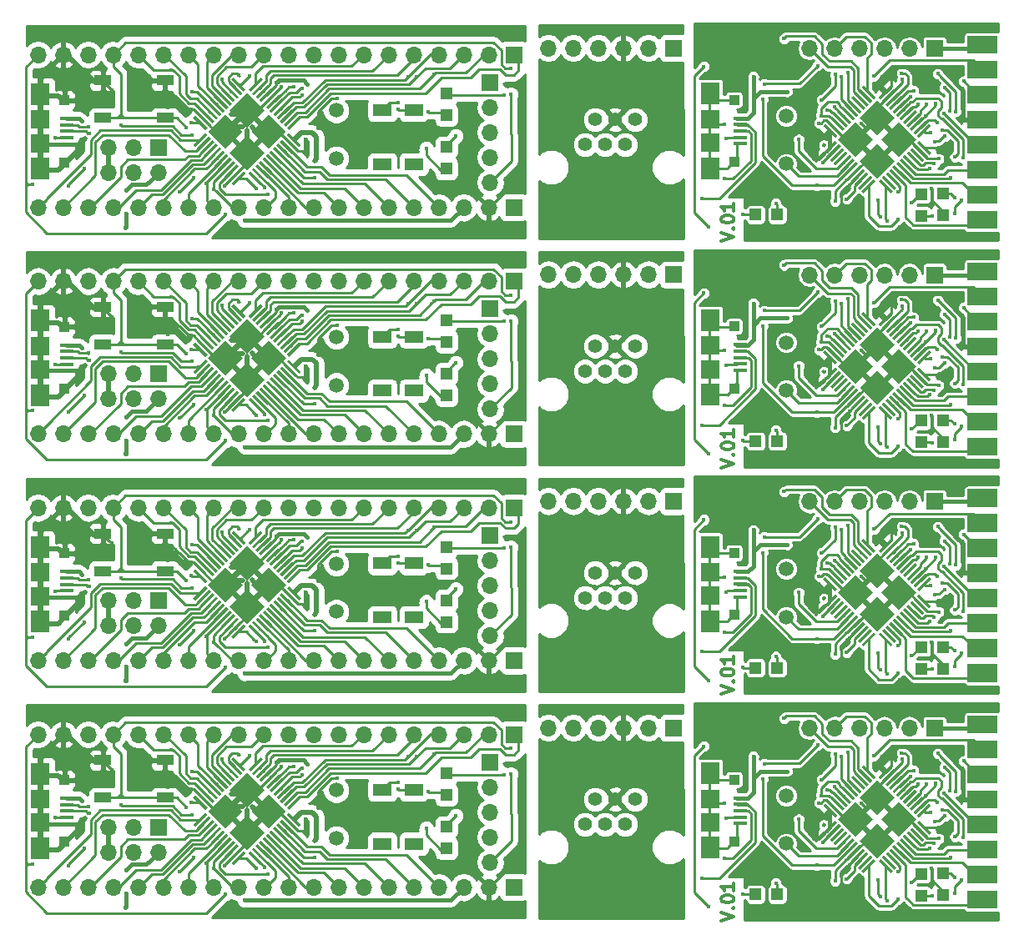
<source format=gtl>
%MOIN*%
%OFA0B0*%
%FSLAX46Y46*%
%IPPOS*%
%LPD*%
%ADD10C,0.0039370078740157488*%
%ADD11C,0.012795275590551183*%
%ADD12C,0.011811023622047244*%
%ADD13R,0.066929133858267723X0.066929133858267723*%
%ADD14O,0.066929133858267723X0.066929133858267723*%
%ADD15C,0.059055118110236227*%
%ADD16R,0.047244094488188976X0.047244094488188976*%
%ADD17R,0.074803149606299218X0.08858267716535434*%
%ADD18R,0.03937007874015748X0.03937007874015748*%
%ADD19R,0.053149606299212608X0.015748031496062995*%
%ADD20R,0.074803149606299218X0.074803149606299218*%
%ADD21C,0.017834645669291341*%
%ADD22C,0.017716535433070866*%
%ADD23C,0.00984251968503937*%
%ADD24C,0.015748031496062995*%
%ADD25C,0.023622047244094488*%
%ADD26C,0.01*%
%ADD37C,0.0039370078740157488*%
%ADD38C,0.012795275590551183*%
%ADD39C,0.011811023622047244*%
%ADD40R,0.066929133858267723X0.066929133858267723*%
%ADD41O,0.066929133858267723X0.066929133858267723*%
%ADD42C,0.059055118110236227*%
%ADD43R,0.047244094488188976X0.047244094488188976*%
%ADD44R,0.074803149606299218X0.08858267716535434*%
%ADD45R,0.03937007874015748X0.03937007874015748*%
%ADD46R,0.053149606299212608X0.015748031496062995*%
%ADD47R,0.074803149606299218X0.074803149606299218*%
%ADD48C,0.017834645669291341*%
%ADD49C,0.017716535433070866*%
%ADD50C,0.00984251968503937*%
%ADD51C,0.015748031496062995*%
%ADD52C,0.023622047244094488*%
%ADD53C,0.01*%
%ADD54C,0.0039370078740157488*%
%ADD55C,0.012795275590551183*%
%ADD56C,0.011811023622047244*%
%ADD57R,0.066929133858267723X0.066929133858267723*%
%ADD58O,0.066929133858267723X0.066929133858267723*%
%ADD59C,0.059055118110236227*%
%ADD60R,0.047244094488188976X0.047244094488188976*%
%ADD61R,0.074803149606299218X0.08858267716535434*%
%ADD62R,0.03937007874015748X0.03937007874015748*%
%ADD63R,0.053149606299212608X0.015748031496062995*%
%ADD64R,0.074803149606299218X0.074803149606299218*%
%ADD65C,0.017834645669291341*%
%ADD66C,0.017716535433070866*%
%ADD67C,0.00984251968503937*%
%ADD68C,0.015748031496062995*%
%ADD69C,0.023622047244094488*%
%ADD70C,0.01*%
%ADD71C,0.0039370078740157488*%
%ADD72C,0.012795275590551183*%
%ADD73C,0.011811023622047244*%
%ADD74R,0.066929133858267723X0.066929133858267723*%
%ADD75O,0.066929133858267723X0.066929133858267723*%
%ADD76C,0.059055118110236227*%
%ADD77R,0.047244094488188976X0.047244094488188976*%
%ADD78R,0.074803149606299218X0.08858267716535434*%
%ADD79R,0.03937007874015748X0.03937007874015748*%
%ADD80R,0.053149606299212608X0.015748031496062995*%
%ADD81R,0.074803149606299218X0.074803149606299218*%
%ADD82C,0.017834645669291341*%
%ADD83C,0.017716535433070866*%
%ADD84C,0.00984251968503937*%
%ADD85C,0.015748031496062995*%
%ADD86C,0.023622047244094488*%
%ADD87C,0.01*%
%ADD88C,0.0039370078740157488*%
%ADD89R,0.074803149606299218X0.08858267716535434*%
%ADD90R,0.03937007874015748X0.03937007874015748*%
%ADD91R,0.053149606299212608X0.015748031496062995*%
%ADD92R,0.074803149606299218X0.074803149606299218*%
%ADD93R,0.066929133858267723X0.066929133858267723*%
%ADD94O,0.066929133858267723X0.066929133858267723*%
%ADD95R,0.074803149606299218X0.051181102362204731*%
%ADD96C,0.059055118110236227*%
%ADD97R,0.066929133858267723X0.03937007874015748*%
%ADD98R,0.047244094488188976X0.047244094488188976*%
%ADD99C,0.017834645669291341*%
%ADD100C,0.015748031496062995*%
%ADD101C,0.00984251968503937*%
%ADD102C,0.011811023622047244*%
%ADD103C,0.01968503937007874*%
%ADD104C,0.01*%
%ADD105C,0.0039370078740157488*%
%ADD106R,0.074803149606299218X0.08858267716535434*%
%ADD107R,0.03937007874015748X0.03937007874015748*%
%ADD108R,0.053149606299212608X0.015748031496062995*%
%ADD109R,0.074803149606299218X0.074803149606299218*%
%ADD110R,0.066929133858267723X0.066929133858267723*%
%ADD111O,0.066929133858267723X0.066929133858267723*%
%ADD112R,0.074803149606299218X0.051181102362204731*%
%ADD113C,0.059055118110236227*%
%ADD114R,0.066929133858267723X0.03937007874015748*%
%ADD115R,0.047244094488188976X0.047244094488188976*%
%ADD116C,0.017834645669291341*%
%ADD117C,0.015748031496062995*%
%ADD118C,0.00984251968503937*%
%ADD119C,0.011811023622047244*%
%ADD120C,0.01968503937007874*%
%ADD121C,0.01*%
%ADD122C,0.0039370078740157488*%
%ADD123R,0.074803149606299218X0.08858267716535434*%
%ADD124R,0.03937007874015748X0.03937007874015748*%
%ADD125R,0.053149606299212608X0.015748031496062995*%
%ADD126R,0.074803149606299218X0.074803149606299218*%
%ADD127R,0.066929133858267723X0.066929133858267723*%
%ADD128O,0.066929133858267723X0.066929133858267723*%
%ADD129R,0.074803149606299218X0.051181102362204731*%
%ADD130C,0.059055118110236227*%
%ADD131R,0.066929133858267723X0.03937007874015748*%
%ADD132R,0.047244094488188976X0.047244094488188976*%
%ADD133C,0.017834645669291341*%
%ADD134C,0.015748031496062995*%
%ADD135C,0.00984251968503937*%
%ADD136C,0.011811023622047244*%
%ADD137C,0.01968503937007874*%
%ADD138C,0.01*%
%ADD139C,0.0039370078740157488*%
%ADD140R,0.074803149606299218X0.08858267716535434*%
%ADD141R,0.03937007874015748X0.03937007874015748*%
%ADD142R,0.053149606299212608X0.015748031496062995*%
%ADD143R,0.074803149606299218X0.074803149606299218*%
%ADD144R,0.066929133858267723X0.066929133858267723*%
%ADD145O,0.066929133858267723X0.066929133858267723*%
%ADD146R,0.074803149606299218X0.051181102362204731*%
%ADD147C,0.059055118110236227*%
%ADD148R,0.066929133858267723X0.03937007874015748*%
%ADD149R,0.047244094488188976X0.047244094488188976*%
%ADD150C,0.017834645669291341*%
%ADD151C,0.015748031496062995*%
%ADD152C,0.00984251968503937*%
%ADD153C,0.011811023622047244*%
%ADD154C,0.01968503937007874*%
%ADD155C,0.01*%
%ADD156C,0.0039370078740157488*%
%ADD157C,0.017125984251968505*%
%ADD158C,0.055118110236220472*%
%ADD159R,0.066929133858267723X0.066929133858267723*%
%ADD160O,0.066929133858267723X0.066929133858267723*%
%ADD161C,0.01*%
%ADD162C,0.0039370078740157488*%
%ADD163C,0.017125984251968505*%
%ADD164C,0.055118110236220472*%
%ADD165R,0.066929133858267723X0.066929133858267723*%
%ADD166O,0.066929133858267723X0.066929133858267723*%
%ADD167C,0.01*%
%ADD168C,0.0039370078740157488*%
%ADD169C,0.017125984251968505*%
%ADD170C,0.055118110236220472*%
%ADD171R,0.066929133858267723X0.066929133858267723*%
%ADD172O,0.066929133858267723X0.066929133858267723*%
%ADD173C,0.01*%
%ADD174C,0.0039370078740157488*%
%ADD175C,0.017125984251968505*%
%ADD176C,0.055118110236220472*%
%ADD177R,0.066929133858267723X0.066929133858267723*%
%ADD178O,0.066929133858267723X0.066929133858267723*%
%ADD179C,0.01*%
G01G01*
D10*
D11*
X0002802680Y0000015513D02*
X0002853862Y0000032574D01*
X0002802680Y0000049634D01*
X0002848987Y0000066694D02*
X0002851424Y0000069132D01*
X0002853862Y0000066694D01*
X0002851424Y0000064257D01*
X0002848987Y0000066694D01*
X0002853862Y0000066694D01*
X0002802680Y0000100815D02*
X0002802680Y0000105689D01*
X0002805118Y0000110564D01*
X0002807555Y0000113001D01*
X0002812429Y0000115438D01*
X0002822178Y0000117875D01*
X0002834364Y0000117875D01*
X0002844113Y0000115438D01*
X0002848987Y0000113001D01*
X0002851424Y0000110564D01*
X0002853862Y0000105689D01*
X0002853862Y0000100815D01*
X0002851424Y0000095941D01*
X0002848987Y0000093503D01*
X0002844113Y0000091066D01*
X0002834364Y0000088629D01*
X0002822178Y0000088629D01*
X0002812429Y0000091066D01*
X0002807555Y0000093503D01*
X0002805118Y0000095941D01*
X0002802680Y0000100815D01*
X0002853862Y0000166619D02*
X0002853862Y0000137373D01*
X0002853862Y0000151996D02*
X0002802680Y0000151996D01*
X0002809992Y0000147122D01*
X0002814866Y0000142247D01*
X0002817304Y0000137373D01*
D12*
X0003216568Y0000399703D02*
G75*
G03G03X0003216568Y0000399703I-0000002866D01X0003216568Y0000399703I-0000002866D01*
G01G01*
D10*
G36*
X0003787401Y0000764960D02*
X0003787401Y0000835826D01*
X0003905511Y0000835826D01*
X0003905511Y0000764960D01*
X0003787401Y0000764960D01*
X0003787401Y0000764960D01*
G37*
G36*
X0003787401Y0000664960D02*
X0003787401Y0000735826D01*
X0003905511Y0000735826D01*
X0003905511Y0000664960D01*
X0003787401Y0000664960D01*
X0003787401Y0000664960D01*
G37*
G36*
X0003787401Y0000564960D02*
X0003787401Y0000635826D01*
X0003905511Y0000635826D01*
X0003905511Y0000564960D01*
X0003787401Y0000564960D01*
X0003787401Y0000564960D01*
G37*
G36*
X0003787401Y0000464960D02*
X0003787401Y0000535826D01*
X0003905511Y0000535826D01*
X0003905511Y0000464960D01*
X0003787401Y0000464960D01*
X0003787401Y0000464960D01*
G37*
G36*
X0003787401Y0000364960D02*
X0003787401Y0000435826D01*
X0003905511Y0000435826D01*
X0003905511Y0000364960D01*
X0003787401Y0000364960D01*
X0003787401Y0000364960D01*
G37*
G36*
X0003787401Y0000264960D02*
X0003787401Y0000335826D01*
X0003905511Y0000335826D01*
X0003905511Y0000264960D01*
X0003787401Y0000264960D01*
X0003787401Y0000264960D01*
G37*
G36*
X0003787401Y0000164960D02*
X0003787401Y0000235826D01*
X0003905511Y0000235826D01*
X0003905511Y0000164960D01*
X0003787401Y0000164960D01*
X0003787401Y0000164960D01*
G37*
G36*
X0003787401Y0000064960D02*
X0003787401Y0000135826D01*
X0003905511Y0000135826D01*
X0003905511Y0000064960D01*
X0003787401Y0000064960D01*
X0003787401Y0000064960D01*
G37*
D13*
X0003654937Y0000786314D03*
D14*
X0003554937Y0000786314D03*
X0003454937Y0000786314D03*
X0003354937Y0000786314D03*
X0003254937Y0000786314D03*
X0003154937Y0000786314D03*
D15*
X0003062937Y0000324314D03*
X0003062937Y0000516440D03*
D16*
X0003027244Y0000121314D03*
X0002940629Y0000121314D03*
X0003688224Y0000117868D03*
X0003688224Y0000204482D03*
X0003603291Y0000117047D03*
X0003603291Y0000203661D03*
D10*
G36*
X0003258801Y0000428099D02*
X0003210083Y0000476816D01*
X0003218435Y0000485168D01*
X0003267152Y0000436450D01*
X0003258801Y0000428099D01*
X0003258801Y0000428099D01*
G37*
G36*
X0003272720Y0000442018D02*
X0003224002Y0000490736D01*
X0003232354Y0000499088D01*
X0003281072Y0000450370D01*
X0003272720Y0000442018D01*
X0003272720Y0000442018D01*
G37*
G36*
X0003286640Y0000455937D02*
X0003237922Y0000504655D01*
X0003246273Y0000513007D01*
X0003294991Y0000464289D01*
X0003286640Y0000455937D01*
X0003286640Y0000455937D01*
G37*
G36*
X0003300559Y0000469857D02*
X0003251841Y0000518575D01*
X0003260193Y0000526926D01*
X0003308911Y0000478208D01*
X0003300559Y0000469857D01*
X0003300559Y0000469857D01*
G37*
G36*
X0003314478Y0000483776D02*
X0003265761Y0000532494D01*
X0003274112Y0000540846D01*
X0003322830Y0000492128D01*
X0003314478Y0000483776D01*
X0003314478Y0000483776D01*
G37*
G36*
X0003288032Y0000554765D02*
X0003336750Y0000506047D01*
X0003328398Y0000497696D01*
X0003279680Y0000546414D01*
X0003288032Y0000554765D01*
X0003288032Y0000554765D01*
G37*
G36*
X0003342317Y0000511615D02*
X0003293599Y0000560333D01*
X0003301951Y0000568685D01*
X0003350669Y0000519967D01*
X0003342317Y0000511615D01*
X0003342317Y0000511615D01*
G37*
G36*
X0003356237Y0000525535D02*
X0003307519Y0000574252D01*
X0003315870Y0000582604D01*
X0003364588Y0000533886D01*
X0003356237Y0000525535D01*
X0003356237Y0000525535D01*
G37*
G36*
X0003370156Y0000539454D02*
X0003321438Y0000588172D01*
X0003329790Y0000596524D01*
X0003378508Y0000547806D01*
X0003370156Y0000539454D01*
X0003370156Y0000539454D01*
G37*
G36*
X0003384076Y0000553373D02*
X0003335358Y0000602091D01*
X0003343709Y0000610443D01*
X0003392427Y0000561725D01*
X0003384076Y0000553373D01*
X0003384076Y0000553373D01*
G37*
G36*
X0003397995Y0000567293D02*
X0003349277Y0000616011D01*
X0003357629Y0000624362D01*
X0003406347Y0000575644D01*
X0003397995Y0000567293D01*
X0003397995Y0000567293D01*
G37*
G36*
X0003411914Y0000581212D02*
X0003363197Y0000629930D01*
X0003371548Y0000638282D01*
X0003420266Y0000589564D01*
X0003411914Y0000581212D01*
X0003411914Y0000581212D01*
G37*
G36*
X0003350669Y0000325095D02*
X0003301951Y0000276377D01*
X0003293599Y0000284728D01*
X0003342317Y0000333446D01*
X0003350669Y0000325095D01*
X0003350669Y0000325095D01*
G37*
G36*
X0003336750Y0000339014D02*
X0003288032Y0000290296D01*
X0003279680Y0000298648D01*
X0003328398Y0000347366D01*
X0003336750Y0000339014D01*
X0003336750Y0000339014D01*
G37*
G36*
X0003322830Y0000352934D02*
X0003274112Y0000304216D01*
X0003265761Y0000312567D01*
X0003314478Y0000361285D01*
X0003322830Y0000352934D01*
X0003322830Y0000352934D01*
G37*
G36*
X0003308911Y0000366853D02*
X0003260193Y0000318135D01*
X0003251841Y0000326487D01*
X0003300559Y0000375205D01*
X0003308911Y0000366853D01*
X0003308911Y0000366853D01*
G37*
G36*
X0003294991Y0000380772D02*
X0003246273Y0000332054D01*
X0003237922Y0000340406D01*
X0003286640Y0000389124D01*
X0003294991Y0000380772D01*
X0003294991Y0000380772D01*
G37*
G36*
X0003281072Y0000394692D02*
X0003232354Y0000345974D01*
X0003224002Y0000354326D01*
X0003272720Y0000403044D01*
X0003281072Y0000394692D01*
X0003281072Y0000394692D01*
G37*
G36*
X0003364588Y0000311175D02*
X0003315870Y0000262457D01*
X0003307519Y0000270809D01*
X0003356237Y0000319527D01*
X0003364588Y0000311175D01*
X0003364588Y0000311175D01*
G37*
G36*
X0003267152Y0000408611D02*
X0003218435Y0000359893D01*
X0003210083Y0000368245D01*
X0003258801Y0000416963D01*
X0003267152Y0000408611D01*
X0003267152Y0000408611D01*
G37*
G36*
X0003378508Y0000297256D02*
X0003329790Y0000248538D01*
X0003321438Y0000256890D01*
X0003370156Y0000305608D01*
X0003378508Y0000297256D01*
X0003378508Y0000297256D01*
G37*
G36*
X0003392427Y0000283336D02*
X0003343709Y0000234619D01*
X0003335358Y0000242970D01*
X0003384076Y0000291688D01*
X0003392427Y0000283336D01*
X0003392427Y0000283336D01*
G37*
G36*
X0003406347Y0000269417D02*
X0003357629Y0000220699D01*
X0003349277Y0000229051D01*
X0003397995Y0000277769D01*
X0003406347Y0000269417D01*
X0003406347Y0000269417D01*
G37*
G36*
X0003420266Y0000255498D02*
X0003371548Y0000206780D01*
X0003363197Y0000215131D01*
X0003411914Y0000263849D01*
X0003420266Y0000255498D01*
X0003420266Y0000255498D01*
G37*
G36*
X0003563636Y0000290296D02*
X0003514918Y0000339014D01*
X0003523270Y0000347366D01*
X0003571988Y0000298648D01*
X0003563636Y0000290296D01*
X0003563636Y0000290296D01*
G37*
G36*
X0003549717Y0000276377D02*
X0003500999Y0000325095D01*
X0003509350Y0000333446D01*
X0003558068Y0000284728D01*
X0003549717Y0000276377D01*
X0003549717Y0000276377D01*
G37*
G36*
X0003535797Y0000262457D02*
X0003487079Y0000311175D01*
X0003495431Y0000319527D01*
X0003544149Y0000270809D01*
X0003535797Y0000262457D01*
X0003535797Y0000262457D01*
G37*
G36*
X0003521878Y0000248538D02*
X0003473160Y0000297256D01*
X0003481512Y0000305608D01*
X0003530230Y0000256890D01*
X0003521878Y0000248538D01*
X0003521878Y0000248538D01*
G37*
G36*
X0003507959Y0000234619D02*
X0003459241Y0000283336D01*
X0003467592Y0000291688D01*
X0003516310Y0000242970D01*
X0003507959Y0000234619D01*
X0003507959Y0000234619D01*
G37*
G36*
X0003494039Y0000220699D02*
X0003445321Y0000269417D01*
X0003453673Y0000277769D01*
X0003502391Y0000229051D01*
X0003494039Y0000220699D01*
X0003494039Y0000220699D01*
G37*
G36*
X0003480120Y0000206780D02*
X0003431402Y0000255498D01*
X0003439753Y0000263849D01*
X0003488471Y0000215131D01*
X0003480120Y0000206780D01*
X0003480120Y0000206780D01*
G37*
G36*
X0003577556Y0000304216D02*
X0003528838Y0000352934D01*
X0003537189Y0000361285D01*
X0003585907Y0000312567D01*
X0003577556Y0000304216D01*
X0003577556Y0000304216D01*
G37*
G36*
X0003591475Y0000318135D02*
X0003542757Y0000366853D01*
X0003551109Y0000375205D01*
X0003599827Y0000326487D01*
X0003591475Y0000318135D01*
X0003591475Y0000318135D01*
G37*
G36*
X0003605394Y0000332054D02*
X0003556677Y0000380772D01*
X0003565028Y0000389124D01*
X0003613746Y0000340406D01*
X0003605394Y0000332054D01*
X0003605394Y0000332054D01*
G37*
G36*
X0003619314Y0000345974D02*
X0003570596Y0000394692D01*
X0003578948Y0000403044D01*
X0003627666Y0000354326D01*
X0003619314Y0000345974D01*
X0003619314Y0000345974D01*
G37*
G36*
X0003633233Y0000359893D02*
X0003584515Y0000408611D01*
X0003592867Y0000416963D01*
X0003641585Y0000368245D01*
X0003633233Y0000359893D01*
X0003633233Y0000359893D01*
G37*
G36*
X0003558068Y0000560333D02*
X0003509350Y0000511615D01*
X0003500999Y0000519967D01*
X0003549717Y0000568685D01*
X0003558068Y0000560333D01*
X0003558068Y0000560333D01*
G37*
G36*
X0003571988Y0000546414D02*
X0003523270Y0000497696D01*
X0003514918Y0000506047D01*
X0003563636Y0000554765D01*
X0003571988Y0000546414D01*
X0003571988Y0000546414D01*
G37*
G36*
X0003544149Y0000574252D02*
X0003495431Y0000525535D01*
X0003487079Y0000533886D01*
X0003535797Y0000582604D01*
X0003544149Y0000574252D01*
X0003544149Y0000574252D01*
G37*
G36*
X0003530230Y0000588172D02*
X0003481512Y0000539454D01*
X0003473160Y0000547806D01*
X0003521878Y0000596524D01*
X0003530230Y0000588172D01*
X0003530230Y0000588172D01*
G37*
G36*
X0003516310Y0000602091D02*
X0003467592Y0000553373D01*
X0003459241Y0000561725D01*
X0003507959Y0000610443D01*
X0003516310Y0000602091D01*
X0003516310Y0000602091D01*
G37*
G36*
X0003502391Y0000616011D02*
X0003453673Y0000567293D01*
X0003445321Y0000575644D01*
X0003494039Y0000624362D01*
X0003502391Y0000616011D01*
X0003502391Y0000616011D01*
G37*
G36*
X0003488471Y0000629930D02*
X0003439753Y0000581212D01*
X0003431402Y0000589564D01*
X0003480120Y0000638282D01*
X0003488471Y0000629930D01*
X0003488471Y0000629930D01*
G37*
G36*
X0003585907Y0000532494D02*
X0003537189Y0000483776D01*
X0003528838Y0000492128D01*
X0003577556Y0000540846D01*
X0003585907Y0000532494D01*
X0003585907Y0000532494D01*
G37*
G36*
X0003599827Y0000518575D02*
X0003551109Y0000469857D01*
X0003542757Y0000478208D01*
X0003591475Y0000526926D01*
X0003599827Y0000518575D01*
X0003599827Y0000518575D01*
G37*
G36*
X0003613746Y0000504655D02*
X0003565028Y0000455937D01*
X0003556677Y0000464289D01*
X0003605394Y0000513007D01*
X0003613746Y0000504655D01*
X0003613746Y0000504655D01*
G37*
G36*
X0003627666Y0000490736D02*
X0003578948Y0000442018D01*
X0003570596Y0000450370D01*
X0003619314Y0000499088D01*
X0003627666Y0000490736D01*
X0003627666Y0000490736D01*
G37*
G36*
X0003641585Y0000476816D02*
X0003592867Y0000428099D01*
X0003584515Y0000436450D01*
X0003633233Y0000485168D01*
X0003641585Y0000476816D01*
X0003641585Y0000476816D01*
G37*
G36*
X0003339533Y0000352934D02*
X0003269936Y0000422531D01*
X0003339533Y0000492128D01*
X0003409131Y0000422531D01*
X0003339533Y0000352934D01*
X0003339533Y0000352934D01*
G37*
G36*
X0003512134Y0000352934D02*
X0003442537Y0000422531D01*
X0003512134Y0000492128D01*
X0003581731Y0000422531D01*
X0003512134Y0000352934D01*
X0003512134Y0000352934D01*
G37*
G36*
X0003425834Y0000439234D02*
X0003356237Y0000508831D01*
X0003425834Y0000578428D01*
X0003495431Y0000508831D01*
X0003425834Y0000439234D01*
X0003425834Y0000439234D01*
G37*
G36*
X0003425834Y0000266633D02*
X0003356237Y0000336230D01*
X0003425834Y0000405827D01*
X0003495431Y0000336230D01*
X0003425834Y0000266633D01*
X0003425834Y0000266633D01*
G37*
D17*
X0002758267Y0000604724D03*
X0002758267Y0000307480D03*
D18*
X0002854724Y0000580118D03*
X0002854724Y0000332086D03*
D19*
X0002880314Y0000507283D03*
X0002880314Y0000481692D03*
X0002880314Y0000456102D03*
X0002880314Y0000430511D03*
X0002880314Y0000404921D03*
D20*
X0002758267Y0000408858D03*
X0002758267Y0000503346D03*
D21*
X0003092519Y0000798228D03*
X0002985472Y0000196850D03*
X0003172834Y0000347637D03*
X0003697073Y0000322106D03*
D22*
X0003726906Y0000404860D03*
X0003644052Y0000224678D03*
X0003766535Y0000500787D03*
D21*
X0003482937Y0000676241D03*
X0002771653Y0000757874D03*
X0003321937Y0000112314D03*
X0003155937Y0000486314D03*
X0003314937Y0000240314D03*
X0003065937Y0000613314D03*
X0002931889Y0000672834D03*
D22*
X0003645275Y0000115354D03*
D21*
X0003734937Y0000190314D03*
X0002815354Y0000264566D03*
D22*
X0003691389Y0000527069D03*
D21*
X0003623937Y0000562314D03*
X0003696850Y0000435039D03*
X0003654531Y0000413836D03*
D22*
X0003740157Y0000533464D03*
D21*
X0003720078Y0000269743D03*
X0003668110Y0000685433D03*
X0003769602Y0000347700D03*
D22*
X0003508867Y0000101181D03*
X0003465748Y0000096457D03*
D21*
X0002733267Y0000713582D03*
X0002750984Y0000071850D03*
X0003694327Y0000628312D03*
X0003736220Y0000352362D03*
X0003686994Y0000458784D03*
D22*
X0003714853Y0000537284D03*
D21*
X0003735433Y0000127165D03*
X0003762204Y0000180314D03*
D22*
X0003589711Y0000562540D03*
D21*
X0003570934Y0000617155D03*
X0003558538Y0000594125D03*
X0003054241Y0000825372D03*
X0003638582Y0000450787D03*
D22*
X0003227321Y0000540354D03*
X0003282937Y0000673032D03*
X0003202518Y0000516837D03*
X0003308937Y0000690661D03*
X0003303590Y0000183417D03*
D21*
X0003771616Y0000654936D03*
X0003413937Y0000676314D03*
X0003523873Y0000686948D03*
D22*
X0003508183Y0000211023D03*
D21*
X0003665748Y0000488582D03*
X0003660433Y0000564960D03*
D22*
X0003617883Y0000517144D03*
X0002968897Y0000581188D03*
D21*
X0003184645Y0000237795D03*
X0003364173Y0000485433D03*
D22*
X0002814960Y0000484251D03*
D21*
X0002890748Y0000124015D03*
X0003437795Y0000112598D03*
X0003563385Y0000170078D03*
X0003428740Y0000179389D03*
X0003672756Y0000344488D03*
X0003525550Y0000661055D03*
X0003193937Y0000487314D03*
D22*
X0003257937Y0000175772D03*
X0003112598Y0000422244D03*
X0003187992Y0000717519D03*
X0002975102Y0000643996D03*
D21*
X0002724350Y0000186023D03*
X0002821850Y0000425196D03*
X0003203799Y0000580393D03*
X0003258641Y0000682019D03*
D22*
X0003256283Y0000551086D03*
D21*
X0003021653Y0000166338D03*
X0003634649Y0000307086D03*
X0003653543Y0000325196D03*
X0003209370Y0000328031D03*
D23*
X0003092519Y0000798228D02*
X0003052165Y0000757874D01*
X0003052165Y0000757874D02*
X0002771653Y0000757874D01*
X0003736220Y0000648314D02*
X0003736220Y0000694094D01*
D24*
X0003768700Y0000615834D02*
X0003768700Y0000502952D01*
X0003768700Y0000502952D02*
X0003766535Y0000500787D01*
X0003736220Y0000648314D02*
X0003768700Y0000615834D01*
X0003172834Y0000347637D02*
X0003173031Y0000347440D01*
X0003173031Y0000347440D02*
X0003193897Y0000347440D01*
X0003193897Y0000347440D02*
X0003212598Y0000366141D01*
D23*
X0003220472Y0000374015D02*
X0003212598Y0000366141D01*
D24*
X0003237225Y0000455241D02*
X0003237225Y0000390769D01*
D23*
X0003238618Y0000388428D02*
X0003238618Y0000388224D01*
X0003238618Y0000388224D02*
X0003224409Y0000374015D01*
X0003224409Y0000374015D02*
X0003220472Y0000374015D01*
X0003697244Y0000375197D02*
X0003697073Y0000375027D01*
X0003697073Y0000375027D02*
X0003697073Y0000322106D01*
X0003613050Y0000388428D02*
X0003684012Y0000388428D01*
X0003684012Y0000388428D02*
X0003697244Y0000375197D01*
X0003697244Y0000375197D02*
X0003726906Y0000404860D01*
X0003736220Y0000694094D02*
X0003721000Y0000709314D01*
X0003721000Y0000709314D02*
X0003589937Y0000709314D01*
D24*
X0003155937Y0000364535D02*
X0003172834Y0000347637D01*
X0003155937Y0000486314D02*
X0003155937Y0000364535D01*
D23*
X0003644052Y0000178782D02*
X0003644052Y0000224678D01*
X0003688224Y0000117868D02*
X0003688224Y0000134609D01*
X0003688224Y0000134609D02*
X0003644052Y0000178782D01*
D24*
X0003846456Y0000500393D02*
X0003766929Y0000500393D01*
X0003766929Y0000500393D02*
X0003766535Y0000500787D01*
D23*
X0003459937Y0000609747D02*
X0003482283Y0000632093D01*
X0003482283Y0000632093D02*
X0003482283Y0000675588D01*
X0003482283Y0000675588D02*
X0003482937Y0000676241D01*
X0003589937Y0000709314D02*
X0003530181Y0000709314D01*
X0003530181Y0000709314D02*
X0003529527Y0000708661D01*
X0003529527Y0000708661D02*
X0003497047Y0000708661D01*
X0003497047Y0000708661D02*
X0003482937Y0000694551D01*
X0003482937Y0000694551D02*
X0003482937Y0000676241D01*
X0003588936Y0000708314D02*
X0003589937Y0000709314D01*
X0003238618Y0000388428D02*
X0003238618Y0000456633D01*
X0003155937Y0000486314D02*
X0003155937Y0000473787D01*
X0003281937Y0000152314D02*
X0003321937Y0000112314D01*
X0003281937Y0000207314D02*
X0003281937Y0000152314D01*
X0003314937Y0000240314D02*
X0003281937Y0000207314D01*
X0003155937Y0000519314D02*
X0003155937Y0000486314D01*
X0003349973Y0000277073D02*
X0003314937Y0000242036D01*
X0003314937Y0000242036D02*
X0003314937Y0000240314D01*
D24*
X0003065937Y0000613314D02*
X0002958984Y0000613314D01*
X0002958984Y0000613314D02*
X0002931937Y0000586267D01*
X0002931937Y0000612267D02*
X0002931889Y0000612314D01*
X0002931937Y0000586267D02*
X0002931937Y0000612267D01*
X0002931889Y0000612314D02*
X0002931889Y0000672834D01*
X0002866937Y0000505905D02*
X0002909259Y0000505905D01*
X0002909259Y0000505905D02*
X0002931889Y0000528535D01*
X0002931889Y0000528535D02*
X0002931889Y0000612314D01*
X0002866937Y0000505905D02*
X0002885637Y0000505905D01*
D23*
X0003643582Y0000117047D02*
X0003645275Y0000115354D01*
X0003603291Y0000117047D02*
X0003643582Y0000117047D01*
X0003688224Y0000204482D02*
X0003720769Y0000204482D01*
X0003720769Y0000204482D02*
X0003734937Y0000190314D01*
X0002921653Y0000337543D02*
X0002848676Y0000264566D01*
X0002911015Y0000454724D02*
X0002921653Y0000444086D01*
X0002921653Y0000444086D02*
X0002921653Y0000337543D01*
X0002848676Y0000264566D02*
X0002815354Y0000264566D01*
X0002879921Y0000455905D02*
X0002909834Y0000455905D01*
X0002909834Y0000455905D02*
X0002911015Y0000454724D01*
X0002866937Y0000454724D02*
X0002911015Y0000454724D01*
X0003809207Y0000409251D02*
X0003691389Y0000527069D01*
X0003844488Y0000409251D02*
X0003809207Y0000409251D01*
X0003571292Y0000498392D02*
X0003571292Y0000499783D01*
X0003623937Y0000561338D02*
X0003623937Y0000562314D01*
X0003571292Y0000499783D02*
X0003598703Y0000527194D01*
X0003598703Y0000527194D02*
X0003598703Y0000536105D01*
X0003598703Y0000536105D02*
X0003623937Y0000561338D01*
X0003529534Y0000304912D02*
X0003568698Y0000265747D01*
X0003568698Y0000265747D02*
X0003718503Y0000265747D01*
X0003718503Y0000265747D02*
X0003719488Y0000266732D01*
X0003719488Y0000266732D02*
X0003719488Y0000269152D01*
X0003719488Y0000269152D02*
X0003720078Y0000269743D01*
X0003668110Y0000685433D02*
X0003680118Y0000673425D01*
X0003680118Y0000673425D02*
X0003680118Y0000673228D01*
X0003680118Y0000673228D02*
X0003740157Y0000613188D01*
X0003740157Y0000613188D02*
X0003740157Y0000533464D01*
X0003654531Y0000413836D02*
X0003656049Y0000415354D01*
X0003656049Y0000415354D02*
X0003673228Y0000415354D01*
X0003673228Y0000415354D02*
X0003692913Y0000435039D01*
X0003692913Y0000435039D02*
X0003696850Y0000435039D01*
X0003560334Y0000570950D02*
X0003567327Y0000570950D01*
X0003682145Y0000549873D02*
X0003669735Y0000537463D01*
X0003682145Y0000574940D02*
X0003682145Y0000549873D01*
X0003680995Y0000505416D02*
X0003685481Y0000505416D01*
X0003769602Y0000421295D02*
X0003769602Y0000347700D01*
X0003669735Y0000516676D02*
X0003680995Y0000505416D01*
X0003669735Y0000537463D02*
X0003669735Y0000516676D01*
X0003583049Y0000586673D02*
X0003670413Y0000586673D01*
X0003670413Y0000586673D02*
X0003682145Y0000574940D01*
X0003567327Y0000570950D02*
X0003583049Y0000586673D01*
X0003529534Y0000540150D02*
X0003560334Y0000570950D01*
X0003685481Y0000505416D02*
X0003769602Y0000421295D01*
X0003482489Y0000074803D02*
X0003508867Y0000101181D01*
X0003391731Y0000235314D02*
X0003391731Y0000115897D01*
X0003391731Y0000115897D02*
X0003432825Y0000074803D01*
X0003432825Y0000074803D02*
X0003482489Y0000074803D01*
X0003459937Y0000235314D02*
X0003459937Y0000102268D01*
X0003459937Y0000102268D02*
X0003465748Y0000096457D01*
X0002750984Y0000071850D02*
X0002694881Y0000127952D01*
X0002694881Y0000127952D02*
X0002694881Y0000675196D01*
X0002694881Y0000675196D02*
X0002733267Y0000713582D01*
X0003714853Y0000607786D02*
X0003694327Y0000628312D01*
X0003714853Y0000537284D02*
X0003714853Y0000607786D01*
X0003749074Y0000365216D02*
X0003736220Y0000352362D01*
X0003707058Y0000458784D02*
X0003749074Y0000416767D01*
X0003749074Y0000416767D02*
X0003749074Y0000365216D01*
X0003686994Y0000458784D02*
X0003707058Y0000458784D01*
X0003762204Y0000180314D02*
X0003762204Y0000178346D01*
X0003762204Y0000178346D02*
X0003735039Y0000151181D01*
X0003735039Y0000151181D02*
X0003735039Y0000127559D01*
X0003735039Y0000127559D02*
X0003735433Y0000127165D01*
X0003572255Y0000553641D02*
X0003580812Y0000553641D01*
X0003571987Y0000553373D02*
X0003572255Y0000553641D01*
X0003543453Y0000526230D02*
X0003570596Y0000553373D01*
X0003570596Y0000553373D02*
X0003571987Y0000553373D01*
X0003580812Y0000553641D02*
X0003589711Y0000562540D01*
X0003550861Y0000617155D02*
X0003570934Y0000617155D01*
X0003501695Y0000567989D02*
X0003550861Y0000617155D01*
X0003555670Y0000594125D02*
X0003558538Y0000594125D01*
X0003515614Y0000554069D02*
X0003555670Y0000594125D01*
X0003206937Y0000802779D02*
X0003175426Y0000834289D01*
X0003350401Y0000623239D02*
X0003350401Y0000706850D01*
X0003350401Y0000706850D02*
X0003322937Y0000734314D01*
X0003377812Y0000595828D02*
X0003350401Y0000623239D01*
X0003322937Y0000734314D02*
X0003235937Y0000734314D01*
X0003063158Y0000834289D02*
X0003054241Y0000825372D01*
X0003235937Y0000734314D02*
X0003206937Y0000763314D01*
X0003206937Y0000763314D02*
X0003206937Y0000802779D01*
X0003175426Y0000834289D02*
X0003063158Y0000834289D01*
X0003638582Y0000450787D02*
X0003618897Y0000450787D01*
X0003618897Y0000450787D02*
X0003613050Y0000456633D01*
X0003234968Y0000540354D02*
X0003227321Y0000540354D01*
X0003245890Y0000529433D02*
X0003234968Y0000540354D01*
X0003280376Y0000498392D02*
X0003249335Y0000529433D01*
X0003249335Y0000529433D02*
X0003245890Y0000529433D01*
X0003322134Y0000540150D02*
X0003322134Y0000541541D01*
X0003322134Y0000541541D02*
X0003294723Y0000568952D01*
X0003294723Y0000568952D02*
X0003294723Y0000570344D01*
X0003294723Y0000570344D02*
X0003282937Y0000582131D01*
X0003282937Y0000582131D02*
X0003282937Y0000673032D01*
X0003308215Y0000526230D02*
X0003277006Y0000557439D01*
X0003202518Y0000546977D02*
X0003202518Y0000516837D01*
X0003277006Y0000563006D02*
X0003266907Y0000573105D01*
X0003266907Y0000573105D02*
X0003228646Y0000573105D01*
X0003228646Y0000573105D02*
X0003202518Y0000546977D01*
X0003277006Y0000557439D02*
X0003277006Y0000563006D01*
X0003308215Y0000526230D02*
X0003310824Y0000523622D01*
X0003310824Y0000523622D02*
X0003312215Y0000523622D01*
X0003266457Y0000484472D02*
X0003265065Y0000484472D01*
X0003265065Y0000484472D02*
X0003232805Y0000516732D01*
X0003232805Y0000516732D02*
X0003215150Y0000516732D01*
X0003215150Y0000516732D02*
X0003215045Y0000516837D01*
X0003215045Y0000516837D02*
X0003202518Y0000516837D01*
X0003336054Y0000554069D02*
X0003308937Y0000581186D01*
X0003308937Y0000581186D02*
X0003308937Y0000582578D01*
X0003308937Y0000593766D02*
X0003308937Y0000690661D01*
X0003308937Y0000582578D02*
X0003308643Y0000582872D01*
X0003308643Y0000582872D02*
X0003308643Y0000593472D01*
X0003308643Y0000593472D02*
X0003308937Y0000593766D01*
X0003336481Y0000216308D02*
X0003303590Y0000183417D01*
X0003336481Y0000235742D02*
X0003336481Y0000216308D01*
X0003363892Y0000263153D02*
X0003336481Y0000235742D01*
X0003817300Y0000609251D02*
X0003771616Y0000654936D01*
X0003844488Y0000609251D02*
X0003817300Y0000609251D01*
X0003413937Y0000676314D02*
X0003476232Y0000738610D01*
X0003476232Y0000738610D02*
X0003808239Y0000738610D01*
X0003808239Y0000738610D02*
X0003846456Y0000700393D01*
X0003844488Y0000709251D02*
X0003823755Y0000729984D01*
X0003254937Y0000786314D02*
X0003301196Y0000832574D01*
X0003401196Y0000764110D02*
X0003386614Y0000749527D01*
X0003386614Y0000614960D02*
X0003391731Y0000609842D01*
X0003301196Y0000832574D02*
X0003377141Y0000832574D01*
X0003377141Y0000832574D02*
X0003401196Y0000808519D01*
X0003401196Y0000808519D02*
X0003401196Y0000764110D01*
X0003386614Y0000749527D02*
X0003386614Y0000614960D01*
X0003391731Y0000609842D02*
X0003391731Y0000609747D01*
X0003487775Y0000581908D02*
X0003548818Y0000642951D01*
X0003548818Y0000642951D02*
X0003548818Y0000674614D01*
X0003548818Y0000674614D02*
X0003536484Y0000686948D01*
X0003536484Y0000686948D02*
X0003523873Y0000686948D01*
X0003517041Y0000219882D02*
X0003508183Y0000211023D01*
X0003517041Y0000233888D02*
X0003517041Y0000219882D01*
X0003487775Y0000263153D02*
X0003517041Y0000233888D01*
X0003600522Y0000470553D02*
X0003627933Y0000497964D01*
X0003627933Y0000497964D02*
X0003656366Y0000497964D01*
X0003656366Y0000497964D02*
X0003665748Y0000488582D01*
X0003599131Y0000470553D02*
X0003600522Y0000470553D01*
X0003660433Y0000559693D02*
X0003660433Y0000564960D01*
X0003617883Y0000517144D02*
X0003660433Y0000559693D01*
X0003617883Y0000517144D02*
X0003617883Y0000517144D01*
X0003585211Y0000484472D02*
X0003617883Y0000517144D01*
X0003253626Y0000237795D02*
X0003184645Y0000237795D01*
X0003320743Y0000304912D02*
X0003253626Y0000237795D01*
X0003322134Y0000304912D02*
X0003320743Y0000304912D01*
X0003184645Y0000237795D02*
X0003086818Y0000237795D01*
X0003086818Y0000237795D02*
X0002968897Y0000355716D01*
X0002968897Y0000355716D02*
X0002968897Y0000581188D01*
X0002814960Y0000484251D02*
X0002776771Y0000484251D01*
X0002776771Y0000484251D02*
X0002757874Y0000503149D01*
X0002852976Y0000579299D02*
X0002781125Y0000579299D01*
X0002781125Y0000579299D02*
X0002756519Y0000603905D01*
X0002756519Y0000502527D02*
X0002756519Y0000603905D01*
X0002756519Y0000408039D02*
X0002756519Y0000502527D01*
X0002756519Y0000306661D02*
X0002756519Y0000408039D01*
X0002756519Y0000306661D02*
X0002829558Y0000306661D01*
X0002829558Y0000306661D02*
X0002829921Y0000306299D01*
X0002829921Y0000306299D02*
X0002829921Y0000308905D01*
X0002829921Y0000308905D02*
X0002843850Y0000322834D01*
X0002843850Y0000322834D02*
X0002852976Y0000322834D01*
X0002760637Y0000592519D02*
X0002760637Y0000568897D01*
D25*
X0003339533Y0000422531D02*
X0003425834Y0000336230D01*
X0003379994Y0000462992D02*
X0003339533Y0000422531D01*
X0003425834Y0000508831D02*
X0003379994Y0000462992D01*
D23*
X0003379994Y0000462992D02*
X0003379994Y0000469611D01*
X0003379994Y0000469611D02*
X0003364173Y0000485433D01*
X0002893448Y0000121314D02*
X0002890748Y0000124015D01*
X0002940629Y0000121314D02*
X0002893448Y0000121314D01*
D24*
X0003654937Y0000786314D02*
X0003832377Y0000786314D01*
X0003832377Y0000786314D02*
X0003846456Y0000800393D01*
D23*
X0003473856Y0000595828D02*
X0003473856Y0000597219D01*
X0003473856Y0000597219D02*
X0003525984Y0000649347D01*
X0003525984Y0000649347D02*
X0003525984Y0000660620D01*
X0003525984Y0000660620D02*
X0003525550Y0000661055D01*
X0003428740Y0000121653D02*
X0003437795Y0000112598D01*
X0003428740Y0000179389D02*
X0003428740Y0000121653D01*
X0003603291Y0000203661D02*
X0003601456Y0000203661D01*
X0003601456Y0000203661D02*
X0003600787Y0000204330D01*
X0003600787Y0000204330D02*
X0003597637Y0000204330D01*
X0003597637Y0000204330D02*
X0003563385Y0000170078D01*
D25*
X0003512134Y0000422531D02*
X0003425834Y0000508831D01*
X0003425834Y0000336230D02*
X0003512134Y0000422531D01*
D23*
X0003626730Y0000346909D02*
X0003670335Y0000346909D01*
X0003599131Y0000374509D02*
X0003626730Y0000346909D01*
X0003670335Y0000346909D02*
X0003672756Y0000344488D01*
X0003223735Y0000497964D02*
X0003213134Y0000497964D01*
X0003251146Y0000470553D02*
X0003223735Y0000497964D01*
X0003252537Y0000470553D02*
X0003251146Y0000470553D01*
X0003213134Y0000497964D02*
X0003202485Y0000487314D01*
X0003202485Y0000487314D02*
X0003193937Y0000487314D01*
X0003425834Y0000336230D02*
X0003381292Y0000336230D01*
X0003381292Y0000336230D02*
X0003336054Y0000290992D01*
X0003512134Y0000422531D02*
X0003551109Y0000422531D01*
X0003551109Y0000422531D02*
X0003599131Y0000374509D01*
X0003473856Y0000595828D02*
X0003425834Y0000547806D01*
X0003425834Y0000547806D02*
X0003425834Y0000508831D01*
X0003252537Y0000470553D02*
X0003300559Y0000422531D01*
X0003300559Y0000422531D02*
X0003339533Y0000422531D01*
X0003302855Y0000261968D02*
X0003257937Y0000217050D01*
X0003307030Y0000261968D02*
X0003302855Y0000261968D01*
X0003257937Y0000217050D02*
X0003257937Y0000175772D01*
X0003336054Y0000290992D02*
X0003307030Y0000261968D01*
X0002851188Y0000340551D02*
X0002866937Y0000356299D01*
X0002866937Y0000356299D02*
X0002866937Y0000403543D01*
X0003257937Y0000275314D02*
X0003264698Y0000275314D01*
X0003257937Y0000275314D02*
X0003264937Y0000275314D01*
X0003062937Y0000324314D02*
X0003111937Y0000275314D01*
X0003111937Y0000275314D02*
X0003257937Y0000275314D01*
X0003264937Y0000275314D02*
X0003276698Y0000287076D01*
X0003276698Y0000287076D02*
X0003276698Y0000287314D01*
X0003276698Y0000287314D02*
X0003284937Y0000295553D01*
X0003308215Y0000318831D02*
X0003264698Y0000275314D01*
X0003308215Y0000318831D02*
X0003284937Y0000295553D01*
X0003264698Y0000275314D02*
X0003284937Y0000295553D01*
X0003308215Y0000318831D02*
X0003306823Y0000318831D01*
X0003294295Y0000332750D02*
X0003266884Y0000305339D01*
X0003112598Y0000375345D02*
X0003112598Y0000422244D01*
X0003266884Y0000305339D02*
X0003182604Y0000305339D01*
X0003182604Y0000305339D02*
X0003112598Y0000375345D01*
X0003294295Y0000332750D02*
X0003292904Y0000332750D01*
X0003294295Y0000332750D02*
X0003293646Y0000332750D01*
X0002975102Y0000643996D02*
X0002975790Y0000644685D01*
X0002975790Y0000644685D02*
X0003115157Y0000644685D01*
X0003115157Y0000644685D02*
X0003187992Y0000717519D01*
X0002795188Y0000186023D02*
X0002724350Y0000186023D01*
X0002939370Y0000330205D02*
X0002795188Y0000186023D01*
X0002910480Y0000480314D02*
X0002939370Y0000451425D01*
X0002939370Y0000451425D02*
X0002939370Y0000330205D01*
X0002879921Y0000481496D02*
X0002909299Y0000481496D01*
X0002909299Y0000481496D02*
X0002910480Y0000480314D01*
X0002866937Y0000480314D02*
X0002910480Y0000480314D01*
X0002825787Y0000429133D02*
X0002821850Y0000425196D01*
X0002866937Y0000429133D02*
X0002825787Y0000429133D01*
X0003258641Y0000635234D02*
X0003203799Y0000580393D01*
X0003258641Y0000682019D02*
X0003258641Y0000635234D01*
X0003294295Y0000512311D02*
X0003256283Y0000550323D01*
X0003256283Y0000550323D02*
X0003256283Y0000551086D01*
X0003027244Y0000121314D02*
X0003027244Y0000160747D01*
X0003027244Y0000160747D02*
X0003021653Y0000166338D01*
X0003331590Y0000614210D02*
X0003331590Y0000700605D01*
X0003363892Y0000581908D02*
X0003331590Y0000614210D01*
X0003228937Y0000712314D02*
X0003154937Y0000786314D01*
X0003331590Y0000700605D02*
X0003319881Y0000712314D01*
X0003319881Y0000712314D02*
X0003228937Y0000712314D01*
X0003543453Y0000318831D02*
X0003578820Y0000283464D01*
X0003578820Y0000283464D02*
X0003691928Y0000283464D01*
X0003691928Y0000283464D02*
X0003708858Y0000300393D01*
X0003708858Y0000300393D02*
X0003846456Y0000300393D01*
X0003836476Y0000301240D02*
X0003844488Y0000309251D01*
X0003804527Y0000209251D02*
X0003844488Y0000209251D01*
X0003765749Y0000248030D02*
X0003804527Y0000209251D01*
X0003515614Y0000290992D02*
X0003558576Y0000248030D01*
X0003558576Y0000248030D02*
X0003765749Y0000248030D01*
X0003501695Y0000277073D02*
X0003540759Y0000238009D01*
X0003540759Y0000238009D02*
X0003540759Y0000109303D01*
X0003540759Y0000109303D02*
X0003565417Y0000084645D01*
X0003566874Y0000083188D02*
X0003569747Y0000080314D01*
X0003565417Y0000084645D02*
X0003566874Y0000084645D01*
X0003566874Y0000084645D02*
X0003566874Y0000083188D01*
X0003569747Y0000080314D02*
X0003829133Y0000080314D01*
X0003829133Y0000080314D02*
X0003829133Y0000083070D01*
X0003829133Y0000083070D02*
X0003846456Y0000100393D01*
X0003811023Y0000109251D02*
X0003844488Y0000109251D01*
X0003557372Y0000332750D02*
X0003588942Y0000301181D01*
X0003588942Y0000301181D02*
X0003626968Y0000301181D01*
X0003626968Y0000301181D02*
X0003632873Y0000307086D01*
X0003632873Y0000307086D02*
X0003634649Y0000307086D01*
X0003571292Y0000346670D02*
X0003598703Y0000319259D01*
X0003598703Y0000319259D02*
X0003610695Y0000319259D01*
X0003610695Y0000319259D02*
X0003620235Y0000328799D01*
X0003620235Y0000328799D02*
X0003649940Y0000328799D01*
X0003649940Y0000328799D02*
X0003653543Y0000325196D01*
X0003209370Y0000331342D02*
X0003209370Y0000328031D01*
X0003252537Y0000374509D02*
X0003209370Y0000331342D01*
D26*
G36*
X0003071451Y0000222428D02*
X0003078502Y0000217717D01*
X0003086818Y0000216062D01*
X0003169986Y0000216062D01*
X0003170052Y0000215996D01*
X0003179505Y0000212071D01*
X0003189740Y0000212062D01*
X0003199200Y0000215971D01*
X0003199292Y0000216062D01*
X0003236204Y0000216062D01*
X0003236204Y0000190347D01*
X0003236188Y0000190331D01*
X0003232272Y0000180900D01*
X0003232263Y0000170688D01*
X0003236162Y0000161250D01*
X0003243377Y0000154023D01*
X0003252808Y0000150107D01*
X0003263020Y0000150098D01*
X0003272458Y0000153997D01*
X0003279685Y0000161212D01*
X0003282564Y0000168146D01*
X0003289031Y0000161668D01*
X0003298462Y0000157752D01*
X0003308674Y0000157743D01*
X0003318112Y0000161643D01*
X0003325339Y0000168857D01*
X0003329255Y0000178288D01*
X0003329255Y0000178347D01*
X0003351849Y0000200941D01*
X0003352369Y0000201719D01*
X0003359428Y0000194660D01*
X0003364662Y0000191083D01*
X0003369999Y0000189926D01*
X0003369999Y0000115897D01*
X0003371653Y0000107580D01*
X0003376364Y0000100530D01*
X0003417458Y0000059436D01*
X0003424509Y0000054725D01*
X0003432825Y0000053070D01*
X0003482489Y0000053070D01*
X0003490805Y0000054725D01*
X0003497856Y0000059436D01*
X0003513928Y0000075507D01*
X0003513951Y0000075507D01*
X0003523389Y0000079407D01*
X0003530616Y0000086622D01*
X0003531229Y0000088099D01*
X0003550050Y0000069278D01*
X0003550923Y0000068695D01*
X0003551506Y0000067821D01*
X0003554380Y0000064947D01*
X0003561431Y0000060236D01*
X0003569747Y0000058582D01*
X0003771528Y0000058582D01*
X0003775115Y0000053009D01*
X0003780733Y0000049170D01*
X0003787401Y0000047820D01*
X0003905511Y0000047820D01*
X0003909370Y0000048546D01*
X0003909370Y0000019763D01*
X0002894862Y0000019763D01*
X0002894862Y0000098283D01*
X0002895843Y0000098282D01*
X0002898988Y0000099582D01*
X0002899867Y0000099582D01*
X0002899867Y0000097692D01*
X0002901039Y0000091463D01*
X0002904721Y0000085741D01*
X0002910339Y0000081902D01*
X0002917007Y0000080552D01*
X0002964251Y0000080552D01*
X0002970481Y0000081724D01*
X0002976203Y0000085406D01*
X0002980041Y0000091024D01*
X0002981392Y0000097692D01*
X0002981392Y0000144937D01*
X0002986481Y0000144937D01*
X0002986481Y0000097692D01*
X0002987653Y0000091463D01*
X0002991335Y0000085741D01*
X0002996953Y0000081902D01*
X0003003622Y0000080552D01*
X0003050866Y0000080552D01*
X0003057095Y0000081724D01*
X0003062817Y0000085406D01*
X0003066656Y0000091024D01*
X0003068006Y0000097692D01*
X0003068006Y0000144937D01*
X0003066834Y0000151166D01*
X0003063152Y0000156888D01*
X0003057534Y0000160726D01*
X0003050866Y0000162077D01*
X0003048711Y0000162077D01*
X0003047384Y0000168753D01*
X0003047386Y0000171433D01*
X0003043477Y0000180893D01*
X0003036246Y0000188137D01*
X0003026793Y0000192062D01*
X0003016558Y0000192071D01*
X0003007098Y0000188162D01*
X0002999854Y0000180931D01*
X0002995929Y0000171478D01*
X0002995920Y0000161243D01*
X0002996340Y0000160228D01*
X0002991670Y0000157223D01*
X0002987832Y0000151605D01*
X0002986481Y0000144937D01*
X0002981392Y0000144937D01*
X0002980220Y0000151166D01*
X0002976538Y0000156888D01*
X0002970920Y0000160726D01*
X0002964251Y0000162077D01*
X0002917007Y0000162077D01*
X0002910778Y0000160905D01*
X0002905056Y0000157223D01*
X0002901217Y0000151605D01*
X0002900455Y0000147842D01*
X0002895888Y0000149739D01*
X0002894862Y0000149740D01*
X0002894862Y0000193179D01*
X0002833078Y0000193179D01*
X0002954737Y0000314838D01*
X0002959448Y0000321888D01*
X0002961102Y0000330205D01*
X0002961102Y0000332777D01*
X0003071451Y0000222428D01*
X0003071451Y0000222428D01*
G37*
X0003071451Y0000222428D02*
X0003078502Y0000217717D01*
X0003086818Y0000216062D01*
X0003169986Y0000216062D01*
X0003170052Y0000215996D01*
X0003179505Y0000212071D01*
X0003189740Y0000212062D01*
X0003199200Y0000215971D01*
X0003199292Y0000216062D01*
X0003236204Y0000216062D01*
X0003236204Y0000190347D01*
X0003236188Y0000190331D01*
X0003232272Y0000180900D01*
X0003232263Y0000170688D01*
X0003236162Y0000161250D01*
X0003243377Y0000154023D01*
X0003252808Y0000150107D01*
X0003263020Y0000150098D01*
X0003272458Y0000153997D01*
X0003279685Y0000161212D01*
X0003282564Y0000168146D01*
X0003289031Y0000161668D01*
X0003298462Y0000157752D01*
X0003308674Y0000157743D01*
X0003318112Y0000161643D01*
X0003325339Y0000168857D01*
X0003329255Y0000178288D01*
X0003329255Y0000178347D01*
X0003351849Y0000200941D01*
X0003352369Y0000201719D01*
X0003359428Y0000194660D01*
X0003364662Y0000191083D01*
X0003369999Y0000189926D01*
X0003369999Y0000115897D01*
X0003371653Y0000107580D01*
X0003376364Y0000100530D01*
X0003417458Y0000059436D01*
X0003424509Y0000054725D01*
X0003432825Y0000053070D01*
X0003482489Y0000053070D01*
X0003490805Y0000054725D01*
X0003497856Y0000059436D01*
X0003513928Y0000075507D01*
X0003513951Y0000075507D01*
X0003523389Y0000079407D01*
X0003530616Y0000086622D01*
X0003531229Y0000088099D01*
X0003550050Y0000069278D01*
X0003550923Y0000068695D01*
X0003551506Y0000067821D01*
X0003554380Y0000064947D01*
X0003561431Y0000060236D01*
X0003569747Y0000058582D01*
X0003771528Y0000058582D01*
X0003775115Y0000053009D01*
X0003780733Y0000049170D01*
X0003787401Y0000047820D01*
X0003905511Y0000047820D01*
X0003909370Y0000048546D01*
X0003909370Y0000019763D01*
X0002894862Y0000019763D01*
X0002894862Y0000098283D01*
X0002895843Y0000098282D01*
X0002898988Y0000099582D01*
X0002899867Y0000099582D01*
X0002899867Y0000097692D01*
X0002901039Y0000091463D01*
X0002904721Y0000085741D01*
X0002910339Y0000081902D01*
X0002917007Y0000080552D01*
X0002964251Y0000080552D01*
X0002970481Y0000081724D01*
X0002976203Y0000085406D01*
X0002980041Y0000091024D01*
X0002981392Y0000097692D01*
X0002981392Y0000144937D01*
X0002986481Y0000144937D01*
X0002986481Y0000097692D01*
X0002987653Y0000091463D01*
X0002991335Y0000085741D01*
X0002996953Y0000081902D01*
X0003003622Y0000080552D01*
X0003050866Y0000080552D01*
X0003057095Y0000081724D01*
X0003062817Y0000085406D01*
X0003066656Y0000091024D01*
X0003068006Y0000097692D01*
X0003068006Y0000144937D01*
X0003066834Y0000151166D01*
X0003063152Y0000156888D01*
X0003057534Y0000160726D01*
X0003050866Y0000162077D01*
X0003048711Y0000162077D01*
X0003047384Y0000168753D01*
X0003047386Y0000171433D01*
X0003043477Y0000180893D01*
X0003036246Y0000188137D01*
X0003026793Y0000192062D01*
X0003016558Y0000192071D01*
X0003007098Y0000188162D01*
X0002999854Y0000180931D01*
X0002995929Y0000171478D01*
X0002995920Y0000161243D01*
X0002996340Y0000160228D01*
X0002991670Y0000157223D01*
X0002987832Y0000151605D01*
X0002986481Y0000144937D01*
X0002981392Y0000144937D01*
X0002980220Y0000151166D01*
X0002976538Y0000156888D01*
X0002970920Y0000160726D01*
X0002964251Y0000162077D01*
X0002917007Y0000162077D01*
X0002910778Y0000160905D01*
X0002905056Y0000157223D01*
X0002901217Y0000151605D01*
X0002900455Y0000147842D01*
X0002895888Y0000149739D01*
X0002894862Y0000149740D01*
X0002894862Y0000193179D01*
X0002833078Y0000193179D01*
X0002954737Y0000314838D01*
X0002959448Y0000321888D01*
X0002961102Y0000330205D01*
X0002961102Y0000332777D01*
X0003071451Y0000222428D01*
G36*
X0003693224Y0000122868D02*
X0003694012Y0000122868D01*
X0003694012Y0000112868D01*
X0003693224Y0000112868D01*
X0003693224Y0000112080D01*
X0003683224Y0000112080D01*
X0003683224Y0000112868D01*
X0003682437Y0000112868D01*
X0003682437Y0000122868D01*
X0003683224Y0000122868D01*
X0003683224Y0000123655D01*
X0003693224Y0000123655D01*
X0003693224Y0000122868D01*
X0003693224Y0000122868D01*
G37*
X0003693224Y0000122868D02*
X0003694012Y0000122868D01*
X0003694012Y0000112868D01*
X0003693224Y0000112868D01*
X0003693224Y0000112080D01*
X0003683224Y0000112080D01*
X0003683224Y0000112868D01*
X0003682437Y0000112868D01*
X0003682437Y0000122868D01*
X0003683224Y0000122868D01*
X0003683224Y0000123655D01*
X0003693224Y0000123655D01*
X0003693224Y0000122868D01*
G36*
X0003647462Y0000180860D02*
X0003648634Y0000174630D01*
X0003652316Y0000168908D01*
X0003657280Y0000165516D01*
X0003650441Y0000162684D01*
X0003643408Y0000155651D01*
X0003640996Y0000149828D01*
X0003639199Y0000152620D01*
X0003633581Y0000156459D01*
X0003626913Y0000157809D01*
X0003586149Y0000157809D01*
X0003588262Y0000162898D01*
X0003626913Y0000162898D01*
X0003633143Y0000164071D01*
X0003638864Y0000167752D01*
X0003642703Y0000173370D01*
X0003644053Y0000180039D01*
X0003644053Y0000226298D01*
X0003647462Y0000226298D01*
X0003647462Y0000180860D01*
X0003647462Y0000180860D01*
G37*
X0003647462Y0000180860D02*
X0003648634Y0000174630D01*
X0003652316Y0000168908D01*
X0003657280Y0000165516D01*
X0003650441Y0000162684D01*
X0003643408Y0000155651D01*
X0003640996Y0000149828D01*
X0003639199Y0000152620D01*
X0003633581Y0000156459D01*
X0003626913Y0000157809D01*
X0003586149Y0000157809D01*
X0003588262Y0000162898D01*
X0003626913Y0000162898D01*
X0003633143Y0000164071D01*
X0003638864Y0000167752D01*
X0003642703Y0000173370D01*
X0003644053Y0000180039D01*
X0003644053Y0000226298D01*
X0003647462Y0000226298D01*
X0003647462Y0000180860D01*
G36*
X0003311766Y0000230514D02*
X0003314749Y0000228476D01*
X0003314749Y0000225310D01*
X0003298530Y0000209090D01*
X0003298507Y0000209090D01*
X0003289069Y0000205191D01*
X0003281842Y0000197976D01*
X0003279669Y0000192743D01*
X0003279669Y0000208048D01*
X0003306950Y0000235329D01*
X0003311766Y0000230514D01*
X0003311766Y0000230514D01*
G37*
X0003311766Y0000230514D02*
X0003314749Y0000228476D01*
X0003314749Y0000225310D01*
X0003298530Y0000209090D01*
X0003298507Y0000209090D01*
X0003289069Y0000205191D01*
X0003281842Y0000197976D01*
X0003279669Y0000192743D01*
X0003279669Y0000208048D01*
X0003306950Y0000235329D01*
X0003311766Y0000230514D01*
G36*
X0003213569Y0000696947D02*
X0003220620Y0000692236D01*
X0003228937Y0000690582D01*
X0003234338Y0000690582D01*
X0003232917Y0000687159D01*
X0003232908Y0000676923D01*
X0003236817Y0000667464D01*
X0003236908Y0000667372D01*
X0003236908Y0000644236D01*
X0003198798Y0000606126D01*
X0003198704Y0000606126D01*
X0003189245Y0000602217D01*
X0003182001Y0000594986D01*
X0003178076Y0000585533D01*
X0003178067Y0000575298D01*
X0003181975Y0000565838D01*
X0003186474Y0000561332D01*
X0003182440Y0000555293D01*
X0003181668Y0000551412D01*
X0003180785Y0000546977D01*
X0003180785Y0000531412D01*
X0003180769Y0000531396D01*
X0003176853Y0000521965D01*
X0003176844Y0000511753D01*
X0003178350Y0000508109D01*
X0003172138Y0000501907D01*
X0003168213Y0000492455D01*
X0003168204Y0000482219D01*
X0003172112Y0000472760D01*
X0003179344Y0000465516D01*
X0003188796Y0000461591D01*
X0003190204Y0000461589D01*
X0003192059Y0000458792D01*
X0003212882Y0000437969D01*
X0003232706Y0000457792D01*
X0003239777Y0000450721D01*
X0003219953Y0000430898D01*
X0003228321Y0000422531D01*
X0003226871Y0000421081D01*
X0003223492Y0000423338D01*
X0003213702Y0000425286D01*
X0003203912Y0000423338D01*
X0003195612Y0000417793D01*
X0003190066Y0000409493D01*
X0003188119Y0000399703D01*
X0003190066Y0000389913D01*
X0003192324Y0000386534D01*
X0003192059Y0000386269D01*
X0003186741Y0000378485D01*
X0003184596Y0000368597D01*
X0003186467Y0000358653D01*
X0003192059Y0000350221D01*
X0003193619Y0000348661D01*
X0003187571Y0000342624D01*
X0003184192Y0000334485D01*
X0003134330Y0000384347D01*
X0003134330Y0000407668D01*
X0003134347Y0000407685D01*
X0003138263Y0000417116D01*
X0003138272Y0000427328D01*
X0003134372Y0000436766D01*
X0003127157Y0000443993D01*
X0003117726Y0000447909D01*
X0003107514Y0000447918D01*
X0003098076Y0000444018D01*
X0003090849Y0000436803D01*
X0003086933Y0000427372D01*
X0003086924Y0000417160D01*
X0003090824Y0000407723D01*
X0003090866Y0000407681D01*
X0003090866Y0000375345D01*
X0003092520Y0000367028D01*
X0003097231Y0000359978D01*
X0003160162Y0000297047D01*
X0003120938Y0000297047D01*
X0003107407Y0000310578D01*
X0003109267Y0000315057D01*
X0003109283Y0000333491D01*
X0003102243Y0000350529D01*
X0003089220Y0000363575D01*
X0003072194Y0000370645D01*
X0003053760Y0000370661D01*
X0003036722Y0000363621D01*
X0003023675Y0000350597D01*
X0003018123Y0000337225D01*
X0002990629Y0000364718D01*
X0002990629Y0000507264D01*
X0003016590Y0000507264D01*
X0003023630Y0000490226D01*
X0003036654Y0000477179D01*
X0003053679Y0000470110D01*
X0003072113Y0000470094D01*
X0003089151Y0000477134D01*
X0003102198Y0000490157D01*
X0003109267Y0000507183D01*
X0003109283Y0000525617D01*
X0003102243Y0000542655D01*
X0003089220Y0000555701D01*
X0003072194Y0000562771D01*
X0003053760Y0000562787D01*
X0003036722Y0000555747D01*
X0003023675Y0000542723D01*
X0003016606Y0000525698D01*
X0003016590Y0000507264D01*
X0002990629Y0000507264D01*
X0002990629Y0000566612D01*
X0002990646Y0000566629D01*
X0002994562Y0000576060D01*
X0002994571Y0000586272D01*
X0002993597Y0000588629D01*
X0003058295Y0000588629D01*
X0003060796Y0000587591D01*
X0003071032Y0000587582D01*
X0003080491Y0000591490D01*
X0003087735Y0000598722D01*
X0003091660Y0000608174D01*
X0003091669Y0000618410D01*
X0003089792Y0000622952D01*
X0003115157Y0000622952D01*
X0003123474Y0000624607D01*
X0003130524Y0000629317D01*
X0003193052Y0000691845D01*
X0003193075Y0000691845D01*
X0003202513Y0000695745D01*
X0003208648Y0000701869D01*
X0003213569Y0000696947D01*
X0003213569Y0000696947D01*
G37*
X0003213569Y0000696947D02*
X0003220620Y0000692236D01*
X0003228937Y0000690582D01*
X0003234338Y0000690582D01*
X0003232917Y0000687159D01*
X0003232908Y0000676923D01*
X0003236817Y0000667464D01*
X0003236908Y0000667372D01*
X0003236908Y0000644236D01*
X0003198798Y0000606126D01*
X0003198704Y0000606126D01*
X0003189245Y0000602217D01*
X0003182001Y0000594986D01*
X0003178076Y0000585533D01*
X0003178067Y0000575298D01*
X0003181975Y0000565838D01*
X0003186474Y0000561332D01*
X0003182440Y0000555293D01*
X0003181668Y0000551412D01*
X0003180785Y0000546977D01*
X0003180785Y0000531412D01*
X0003180769Y0000531396D01*
X0003176853Y0000521965D01*
X0003176844Y0000511753D01*
X0003178350Y0000508109D01*
X0003172138Y0000501907D01*
X0003168213Y0000492455D01*
X0003168204Y0000482219D01*
X0003172112Y0000472760D01*
X0003179344Y0000465516D01*
X0003188796Y0000461591D01*
X0003190204Y0000461589D01*
X0003192059Y0000458792D01*
X0003212882Y0000437969D01*
X0003232706Y0000457792D01*
X0003239777Y0000450721D01*
X0003219953Y0000430898D01*
X0003228321Y0000422531D01*
X0003226871Y0000421081D01*
X0003223492Y0000423338D01*
X0003213702Y0000425286D01*
X0003203912Y0000423338D01*
X0003195612Y0000417793D01*
X0003190066Y0000409493D01*
X0003188119Y0000399703D01*
X0003190066Y0000389913D01*
X0003192324Y0000386534D01*
X0003192059Y0000386269D01*
X0003186741Y0000378485D01*
X0003184596Y0000368597D01*
X0003186467Y0000358653D01*
X0003192059Y0000350221D01*
X0003193619Y0000348661D01*
X0003187571Y0000342624D01*
X0003184192Y0000334485D01*
X0003134330Y0000384347D01*
X0003134330Y0000407668D01*
X0003134347Y0000407685D01*
X0003138263Y0000417116D01*
X0003138272Y0000427328D01*
X0003134372Y0000436766D01*
X0003127157Y0000443993D01*
X0003117726Y0000447909D01*
X0003107514Y0000447918D01*
X0003098076Y0000444018D01*
X0003090849Y0000436803D01*
X0003086933Y0000427372D01*
X0003086924Y0000417160D01*
X0003090824Y0000407723D01*
X0003090866Y0000407681D01*
X0003090866Y0000375345D01*
X0003092520Y0000367028D01*
X0003097231Y0000359978D01*
X0003160162Y0000297047D01*
X0003120938Y0000297047D01*
X0003107407Y0000310578D01*
X0003109267Y0000315057D01*
X0003109283Y0000333491D01*
X0003102243Y0000350529D01*
X0003089220Y0000363575D01*
X0003072194Y0000370645D01*
X0003053760Y0000370661D01*
X0003036722Y0000363621D01*
X0003023675Y0000350597D01*
X0003018123Y0000337225D01*
X0002990629Y0000364718D01*
X0002990629Y0000507264D01*
X0003016590Y0000507264D01*
X0003023630Y0000490226D01*
X0003036654Y0000477179D01*
X0003053679Y0000470110D01*
X0003072113Y0000470094D01*
X0003089151Y0000477134D01*
X0003102198Y0000490157D01*
X0003109267Y0000507183D01*
X0003109283Y0000525617D01*
X0003102243Y0000542655D01*
X0003089220Y0000555701D01*
X0003072194Y0000562771D01*
X0003053760Y0000562787D01*
X0003036722Y0000555747D01*
X0003023675Y0000542723D01*
X0003016606Y0000525698D01*
X0003016590Y0000507264D01*
X0002990629Y0000507264D01*
X0002990629Y0000566612D01*
X0002990646Y0000566629D01*
X0002994562Y0000576060D01*
X0002994571Y0000586272D01*
X0002993597Y0000588629D01*
X0003058295Y0000588629D01*
X0003060796Y0000587591D01*
X0003071032Y0000587582D01*
X0003080491Y0000591490D01*
X0003087735Y0000598722D01*
X0003091660Y0000608174D01*
X0003091669Y0000618410D01*
X0003089792Y0000622952D01*
X0003115157Y0000622952D01*
X0003123474Y0000624607D01*
X0003130524Y0000629317D01*
X0003193052Y0000691845D01*
X0003193075Y0000691845D01*
X0003202513Y0000695745D01*
X0003208648Y0000701869D01*
X0003213569Y0000696947D01*
G36*
X0003727342Y0000407765D02*
X0003727342Y0000376532D01*
X0003721665Y0000374186D01*
X0003714421Y0000366955D01*
X0003710496Y0000357502D01*
X0003710487Y0000347266D01*
X0003714396Y0000337807D01*
X0003721627Y0000330563D01*
X0003731080Y0000326638D01*
X0003741315Y0000326629D01*
X0003750495Y0000330422D01*
X0003755009Y0000325901D01*
X0003764101Y0000322125D01*
X0003708858Y0000322125D01*
X0003700541Y0000320471D01*
X0003693491Y0000315760D01*
X0003682926Y0000305196D01*
X0003669925Y0000305196D01*
X0003675342Y0000310603D01*
X0003678908Y0000319191D01*
X0003687311Y0000322663D01*
X0003694555Y0000329895D01*
X0003698480Y0000339348D01*
X0003698489Y0000349583D01*
X0003694580Y0000359043D01*
X0003687349Y0000366286D01*
X0003677896Y0000370212D01*
X0003667661Y0000370220D01*
X0003666708Y0000369827D01*
X0003665201Y0000377837D01*
X0003659609Y0000386269D01*
X0003657773Y0000388105D01*
X0003659626Y0000388103D01*
X0003669086Y0000392012D01*
X0003670699Y0000393622D01*
X0003673228Y0000393622D01*
X0003681544Y0000395276D01*
X0003688595Y0000399987D01*
X0003697918Y0000409310D01*
X0003701945Y0000409306D01*
X0003711405Y0000413215D01*
X0003716653Y0000418454D01*
X0003727342Y0000407765D01*
X0003727342Y0000407765D01*
G37*
X0003727342Y0000407765D02*
X0003727342Y0000376532D01*
X0003721665Y0000374186D01*
X0003714421Y0000366955D01*
X0003710496Y0000357502D01*
X0003710487Y0000347266D01*
X0003714396Y0000337807D01*
X0003721627Y0000330563D01*
X0003731080Y0000326638D01*
X0003741315Y0000326629D01*
X0003750495Y0000330422D01*
X0003755009Y0000325901D01*
X0003764101Y0000322125D01*
X0003708858Y0000322125D01*
X0003700541Y0000320471D01*
X0003693491Y0000315760D01*
X0003682926Y0000305196D01*
X0003669925Y0000305196D01*
X0003675342Y0000310603D01*
X0003678908Y0000319191D01*
X0003687311Y0000322663D01*
X0003694555Y0000329895D01*
X0003698480Y0000339348D01*
X0003698489Y0000349583D01*
X0003694580Y0000359043D01*
X0003687349Y0000366286D01*
X0003677896Y0000370212D01*
X0003667661Y0000370220D01*
X0003666708Y0000369827D01*
X0003665201Y0000377837D01*
X0003659609Y0000386269D01*
X0003657773Y0000388105D01*
X0003659626Y0000388103D01*
X0003669086Y0000392012D01*
X0003670699Y0000393622D01*
X0003673228Y0000393622D01*
X0003681544Y0000395276D01*
X0003688595Y0000399987D01*
X0003697918Y0000409310D01*
X0003701945Y0000409306D01*
X0003711405Y0000413215D01*
X0003716653Y0000418454D01*
X0003727342Y0000407765D01*
G36*
X0003761911Y0000505393D02*
X0003841456Y0000505393D01*
X0003841456Y0000506181D01*
X0003851456Y0000506181D01*
X0003851456Y0000505393D01*
X0003852244Y0000505393D01*
X0003852244Y0000495393D01*
X0003851456Y0000495393D01*
X0003851456Y0000494606D01*
X0003841456Y0000494606D01*
X0003841456Y0000495393D01*
X0003761911Y0000495393D01*
X0003761911Y0000487281D01*
X0003741399Y0000507794D01*
X0003745241Y0000507790D01*
X0003754678Y0000511690D01*
X0003761906Y0000518905D01*
X0003761911Y0000518918D01*
X0003761911Y0000505393D01*
X0003761911Y0000505393D01*
G37*
X0003761911Y0000505393D02*
X0003841456Y0000505393D01*
X0003841456Y0000506181D01*
X0003851456Y0000506181D01*
X0003851456Y0000505393D01*
X0003852244Y0000505393D01*
X0003852244Y0000495393D01*
X0003851456Y0000495393D01*
X0003851456Y0000494606D01*
X0003841456Y0000494606D01*
X0003841456Y0000495393D01*
X0003761911Y0000495393D01*
X0003761911Y0000487281D01*
X0003741399Y0000507794D01*
X0003745241Y0000507790D01*
X0003754678Y0000511690D01*
X0003761906Y0000518905D01*
X0003761911Y0000518918D01*
X0003761911Y0000505393D01*
G36*
X0003909370Y0000852185D02*
X0003905511Y0000852967D01*
X0003787401Y0000852967D01*
X0003781171Y0000851794D01*
X0003775450Y0000848113D01*
X0003771611Y0000842495D01*
X0003770261Y0000835826D01*
X0003770261Y0000811000D01*
X0003705541Y0000811000D01*
X0003705541Y0000819779D01*
X0003704369Y0000826009D01*
X0003700687Y0000831730D01*
X0003695070Y0000835569D01*
X0003688401Y0000836919D01*
X0003621472Y0000836919D01*
X0003615242Y0000835747D01*
X0003609520Y0000832065D01*
X0003605682Y0000826448D01*
X0003604332Y0000819779D01*
X0003604332Y0000791726D01*
X0003601385Y0000806539D01*
X0003590487Y0000822850D01*
X0003574176Y0000833748D01*
X0003554937Y0000837575D01*
X0003535697Y0000833748D01*
X0003519386Y0000822850D01*
X0003508488Y0000806539D01*
X0003504937Y0000788685D01*
X0003501385Y0000806539D01*
X0003490487Y0000822850D01*
X0003474176Y0000833748D01*
X0003454937Y0000837575D01*
X0003435697Y0000833748D01*
X0003419386Y0000822850D01*
X0003418321Y0000821256D01*
X0003416563Y0000823886D01*
X0003392508Y0000847941D01*
X0003385458Y0000852652D01*
X0003377141Y0000854307D01*
X0003301196Y0000854307D01*
X0003292880Y0000852652D01*
X0003285829Y0000847941D01*
X0003272057Y0000834169D01*
X0003254937Y0000837575D01*
X0003235697Y0000833748D01*
X0003219386Y0000822850D01*
X0003218671Y0000821779D01*
X0003190793Y0000849656D01*
X0003183743Y0000854367D01*
X0003175426Y0000856022D01*
X0003063158Y0000856022D01*
X0003054842Y0000854367D01*
X0003049958Y0000851104D01*
X0003049146Y0000851105D01*
X0003039686Y0000847196D01*
X0003032442Y0000839965D01*
X0003028517Y0000830512D01*
X0003028508Y0000820277D01*
X0003032417Y0000810817D01*
X0003039648Y0000803573D01*
X0003049101Y0000799648D01*
X0003059336Y0000799639D01*
X0003068796Y0000803548D01*
X0003076040Y0000810779D01*
X0003076778Y0000812557D01*
X0003112509Y0000812557D01*
X0003108488Y0000806539D01*
X0003104661Y0000787299D01*
X0003104661Y0000785330D01*
X0003108488Y0000766090D01*
X0003119386Y0000749779D01*
X0003135697Y0000738881D01*
X0003154937Y0000735054D01*
X0003172057Y0000738459D01*
X0003172346Y0000738171D01*
X0003166243Y0000732079D01*
X0003162327Y0000722648D01*
X0003162327Y0000722588D01*
X0003106155Y0000666417D01*
X0002988043Y0000666417D01*
X0002980230Y0000669661D01*
X0002970018Y0000669670D01*
X0002960580Y0000665770D01*
X0002956574Y0000661772D01*
X0002956574Y0000665192D01*
X0002957613Y0000667694D01*
X0002957622Y0000677929D01*
X0002953713Y0000687389D01*
X0002946482Y0000694633D01*
X0002937029Y0000698558D01*
X0002926794Y0000698567D01*
X0002917334Y0000694658D01*
X0002910091Y0000687427D01*
X0002906165Y0000677974D01*
X0002906156Y0000667739D01*
X0002907204Y0000665203D01*
X0002907204Y0000538760D01*
X0002900742Y0000532297D01*
X0002868580Y0000532297D01*
X0002868587Y0000539926D01*
X0002867196Y0000543292D01*
X0002874409Y0000543292D01*
X0002880639Y0000544464D01*
X0002886360Y0000548146D01*
X0002890199Y0000553764D01*
X0002891549Y0000560433D01*
X0002891549Y0000599803D01*
X0002890377Y0000606032D01*
X0002886695Y0000611754D01*
X0002881077Y0000615593D01*
X0002874409Y0000616943D01*
X0002835039Y0000616943D01*
X0002828809Y0000615771D01*
X0002823087Y0000612089D01*
X0002819249Y0000606471D01*
X0002818147Y0000601031D01*
X0002812809Y0000601031D01*
X0002812809Y0000649015D01*
X0002811637Y0000655245D01*
X0002807955Y0000660967D01*
X0002802337Y0000664805D01*
X0002795669Y0000666156D01*
X0002720866Y0000666156D01*
X0002716614Y0000665356D01*
X0002716614Y0000666195D01*
X0002738269Y0000687849D01*
X0002738362Y0000687849D01*
X0002747822Y0000691758D01*
X0002755066Y0000698989D01*
X0002758991Y0000708442D01*
X0002759000Y0000718677D01*
X0002755091Y0000728137D01*
X0002747860Y0000735381D01*
X0002738407Y0000739306D01*
X0002728172Y0000739315D01*
X0002718712Y0000735406D01*
X0002711469Y0000728175D01*
X0002707543Y0000718722D01*
X0002707543Y0000718592D01*
X0002696929Y0000707978D01*
X0002696929Y0000885748D01*
X0003909370Y0000885748D01*
X0003909370Y0000852185D01*
X0003909370Y0000852185D01*
G37*
X0003909370Y0000852185D02*
X0003905511Y0000852967D01*
X0003787401Y0000852967D01*
X0003781171Y0000851794D01*
X0003775450Y0000848113D01*
X0003771611Y0000842495D01*
X0003770261Y0000835826D01*
X0003770261Y0000811000D01*
X0003705541Y0000811000D01*
X0003705541Y0000819779D01*
X0003704369Y0000826009D01*
X0003700687Y0000831730D01*
X0003695070Y0000835569D01*
X0003688401Y0000836919D01*
X0003621472Y0000836919D01*
X0003615242Y0000835747D01*
X0003609520Y0000832065D01*
X0003605682Y0000826448D01*
X0003604332Y0000819779D01*
X0003604332Y0000791726D01*
X0003601385Y0000806539D01*
X0003590487Y0000822850D01*
X0003574176Y0000833748D01*
X0003554937Y0000837575D01*
X0003535697Y0000833748D01*
X0003519386Y0000822850D01*
X0003508488Y0000806539D01*
X0003504937Y0000788685D01*
X0003501385Y0000806539D01*
X0003490487Y0000822850D01*
X0003474176Y0000833748D01*
X0003454937Y0000837575D01*
X0003435697Y0000833748D01*
X0003419386Y0000822850D01*
X0003418321Y0000821256D01*
X0003416563Y0000823886D01*
X0003392508Y0000847941D01*
X0003385458Y0000852652D01*
X0003377141Y0000854307D01*
X0003301196Y0000854307D01*
X0003292880Y0000852652D01*
X0003285829Y0000847941D01*
X0003272057Y0000834169D01*
X0003254937Y0000837575D01*
X0003235697Y0000833748D01*
X0003219386Y0000822850D01*
X0003218671Y0000821779D01*
X0003190793Y0000849656D01*
X0003183743Y0000854367D01*
X0003175426Y0000856022D01*
X0003063158Y0000856022D01*
X0003054842Y0000854367D01*
X0003049958Y0000851104D01*
X0003049146Y0000851105D01*
X0003039686Y0000847196D01*
X0003032442Y0000839965D01*
X0003028517Y0000830512D01*
X0003028508Y0000820277D01*
X0003032417Y0000810817D01*
X0003039648Y0000803573D01*
X0003049101Y0000799648D01*
X0003059336Y0000799639D01*
X0003068796Y0000803548D01*
X0003076040Y0000810779D01*
X0003076778Y0000812557D01*
X0003112509Y0000812557D01*
X0003108488Y0000806539D01*
X0003104661Y0000787299D01*
X0003104661Y0000785330D01*
X0003108488Y0000766090D01*
X0003119386Y0000749779D01*
X0003135697Y0000738881D01*
X0003154937Y0000735054D01*
X0003172057Y0000738459D01*
X0003172346Y0000738171D01*
X0003166243Y0000732079D01*
X0003162327Y0000722648D01*
X0003162327Y0000722588D01*
X0003106155Y0000666417D01*
X0002988043Y0000666417D01*
X0002980230Y0000669661D01*
X0002970018Y0000669670D01*
X0002960580Y0000665770D01*
X0002956574Y0000661772D01*
X0002956574Y0000665192D01*
X0002957613Y0000667694D01*
X0002957622Y0000677929D01*
X0002953713Y0000687389D01*
X0002946482Y0000694633D01*
X0002937029Y0000698558D01*
X0002926794Y0000698567D01*
X0002917334Y0000694658D01*
X0002910091Y0000687427D01*
X0002906165Y0000677974D01*
X0002906156Y0000667739D01*
X0002907204Y0000665203D01*
X0002907204Y0000538760D01*
X0002900742Y0000532297D01*
X0002868580Y0000532297D01*
X0002868587Y0000539926D01*
X0002867196Y0000543292D01*
X0002874409Y0000543292D01*
X0002880639Y0000544464D01*
X0002886360Y0000548146D01*
X0002890199Y0000553764D01*
X0002891549Y0000560433D01*
X0002891549Y0000599803D01*
X0002890377Y0000606032D01*
X0002886695Y0000611754D01*
X0002881077Y0000615593D01*
X0002874409Y0000616943D01*
X0002835039Y0000616943D01*
X0002828809Y0000615771D01*
X0002823087Y0000612089D01*
X0002819249Y0000606471D01*
X0002818147Y0000601031D01*
X0002812809Y0000601031D01*
X0002812809Y0000649015D01*
X0002811637Y0000655245D01*
X0002807955Y0000660967D01*
X0002802337Y0000664805D01*
X0002795669Y0000666156D01*
X0002720866Y0000666156D01*
X0002716614Y0000665356D01*
X0002716614Y0000666195D01*
X0002738269Y0000687849D01*
X0002738362Y0000687849D01*
X0002747822Y0000691758D01*
X0002755066Y0000698989D01*
X0002758991Y0000708442D01*
X0002759000Y0000718677D01*
X0002755091Y0000728137D01*
X0002747860Y0000735381D01*
X0002738407Y0000739306D01*
X0002728172Y0000739315D01*
X0002718712Y0000735406D01*
X0002711469Y0000728175D01*
X0002707543Y0000718722D01*
X0002707543Y0000718592D01*
X0002696929Y0000707978D01*
X0002696929Y0000885748D01*
X0003909370Y0000885748D01*
X0003909370Y0000852185D01*
G36*
X0003770261Y0000680665D02*
X0003766521Y0000680668D01*
X0003757061Y0000676760D01*
X0003749817Y0000669529D01*
X0003745892Y0000660076D01*
X0003745883Y0000649840D01*
X0003749792Y0000640381D01*
X0003757023Y0000633137D01*
X0003766476Y0000629212D01*
X0003766606Y0000629212D01*
X0003770261Y0000625557D01*
X0003770261Y0000564960D01*
X0003771433Y0000558730D01*
X0003773013Y0000556276D01*
X0003769628Y0000554098D01*
X0003763920Y0000545743D01*
X0003763570Y0000544018D01*
X0003761931Y0000547986D01*
X0003761889Y0000548027D01*
X0003761889Y0000613188D01*
X0003761687Y0000614203D01*
X0003760235Y0000621505D01*
X0003755524Y0000628556D01*
X0003695881Y0000688198D01*
X0003695485Y0000688792D01*
X0003693842Y0000690434D01*
X0003693843Y0000690528D01*
X0003689934Y0000699987D01*
X0003682703Y0000707231D01*
X0003673250Y0000711156D01*
X0003663015Y0000711165D01*
X0003653555Y0000707257D01*
X0003646311Y0000700026D01*
X0003642386Y0000690573D01*
X0003642377Y0000680337D01*
X0003646286Y0000670878D01*
X0003653517Y0000663634D01*
X0003662970Y0000659709D01*
X0003663100Y0000659709D01*
X0003664354Y0000658454D01*
X0003664751Y0000657861D01*
X0003676121Y0000646491D01*
X0003672528Y0000642905D01*
X0003668603Y0000633452D01*
X0003668594Y0000623217D01*
X0003672503Y0000613757D01*
X0003679734Y0000606513D01*
X0003689187Y0000602588D01*
X0003689317Y0000602588D01*
X0003693120Y0000598784D01*
X0003693120Y0000594699D01*
X0003685780Y0000602040D01*
X0003678730Y0000606751D01*
X0003670413Y0000608405D01*
X0003595159Y0000608405D01*
X0003596658Y0000612015D01*
X0003596667Y0000622250D01*
X0003592758Y0000631710D01*
X0003585527Y0000638954D01*
X0003576074Y0000642879D01*
X0003570537Y0000642884D01*
X0003570551Y0000642951D01*
X0003570551Y0000674614D01*
X0003570091Y0000676923D01*
X0003568896Y0000682930D01*
X0003564185Y0000689981D01*
X0003551851Y0000702315D01*
X0003544801Y0000707026D01*
X0003539040Y0000708172D01*
X0003538466Y0000708747D01*
X0003529013Y0000712672D01*
X0003518778Y0000712681D01*
X0003509318Y0000708772D01*
X0003502074Y0000701541D01*
X0003498149Y0000692088D01*
X0003498140Y0000681853D01*
X0003502049Y0000672393D01*
X0003502297Y0000672145D01*
X0003499826Y0000666195D01*
X0003499817Y0000655959D01*
X0003500415Y0000654512D01*
X0003500176Y0000654273D01*
X0003498144Y0000656306D01*
X0003490360Y0000661624D01*
X0003480472Y0000663769D01*
X0003470528Y0000661898D01*
X0003462096Y0000656306D01*
X0003441272Y0000635482D01*
X0003461096Y0000615659D01*
X0003454025Y0000608588D01*
X0003434201Y0000628411D01*
X0003419930Y0000614140D01*
X0003408346Y0000625724D01*
X0003408346Y0000650778D01*
X0003408796Y0000650591D01*
X0003419032Y0000650582D01*
X0003428491Y0000654490D01*
X0003435735Y0000661721D01*
X0003439660Y0000671174D01*
X0003439660Y0000671304D01*
X0003485234Y0000716878D01*
X0003770261Y0000716878D01*
X0003770261Y0000680665D01*
X0003770261Y0000680665D01*
G37*
X0003770261Y0000680665D02*
X0003766521Y0000680668D01*
X0003757061Y0000676760D01*
X0003749817Y0000669529D01*
X0003745892Y0000660076D01*
X0003745883Y0000649840D01*
X0003749792Y0000640381D01*
X0003757023Y0000633137D01*
X0003766476Y0000629212D01*
X0003766606Y0000629212D01*
X0003770261Y0000625557D01*
X0003770261Y0000564960D01*
X0003771433Y0000558730D01*
X0003773013Y0000556276D01*
X0003769628Y0000554098D01*
X0003763920Y0000545743D01*
X0003763570Y0000544018D01*
X0003761931Y0000547986D01*
X0003761889Y0000548027D01*
X0003761889Y0000613188D01*
X0003761687Y0000614203D01*
X0003760235Y0000621505D01*
X0003755524Y0000628556D01*
X0003695881Y0000688198D01*
X0003695485Y0000688792D01*
X0003693842Y0000690434D01*
X0003693843Y0000690528D01*
X0003689934Y0000699987D01*
X0003682703Y0000707231D01*
X0003673250Y0000711156D01*
X0003663015Y0000711165D01*
X0003653555Y0000707257D01*
X0003646311Y0000700026D01*
X0003642386Y0000690573D01*
X0003642377Y0000680337D01*
X0003646286Y0000670878D01*
X0003653517Y0000663634D01*
X0003662970Y0000659709D01*
X0003663100Y0000659709D01*
X0003664354Y0000658454D01*
X0003664751Y0000657861D01*
X0003676121Y0000646491D01*
X0003672528Y0000642905D01*
X0003668603Y0000633452D01*
X0003668594Y0000623217D01*
X0003672503Y0000613757D01*
X0003679734Y0000606513D01*
X0003689187Y0000602588D01*
X0003689317Y0000602588D01*
X0003693120Y0000598784D01*
X0003693120Y0000594699D01*
X0003685780Y0000602040D01*
X0003678730Y0000606751D01*
X0003670413Y0000608405D01*
X0003595159Y0000608405D01*
X0003596658Y0000612015D01*
X0003596667Y0000622250D01*
X0003592758Y0000631710D01*
X0003585527Y0000638954D01*
X0003576074Y0000642879D01*
X0003570537Y0000642884D01*
X0003570551Y0000642951D01*
X0003570551Y0000674614D01*
X0003570091Y0000676923D01*
X0003568896Y0000682930D01*
X0003564185Y0000689981D01*
X0003551851Y0000702315D01*
X0003544801Y0000707026D01*
X0003539040Y0000708172D01*
X0003538466Y0000708747D01*
X0003529013Y0000712672D01*
X0003518778Y0000712681D01*
X0003509318Y0000708772D01*
X0003502074Y0000701541D01*
X0003498149Y0000692088D01*
X0003498140Y0000681853D01*
X0003502049Y0000672393D01*
X0003502297Y0000672145D01*
X0003499826Y0000666195D01*
X0003499817Y0000655959D01*
X0003500415Y0000654512D01*
X0003500176Y0000654273D01*
X0003498144Y0000656306D01*
X0003490360Y0000661624D01*
X0003480472Y0000663769D01*
X0003470528Y0000661898D01*
X0003462096Y0000656306D01*
X0003441272Y0000635482D01*
X0003461096Y0000615659D01*
X0003454025Y0000608588D01*
X0003434201Y0000628411D01*
X0003419930Y0000614140D01*
X0003408346Y0000625724D01*
X0003408346Y0000650778D01*
X0003408796Y0000650591D01*
X0003419032Y0000650582D01*
X0003428491Y0000654490D01*
X0003435735Y0000661721D01*
X0003439660Y0000671174D01*
X0003439660Y0000671304D01*
X0003485234Y0000716878D01*
X0003770261Y0000716878D01*
X0003770261Y0000680665D01*
G36*
X0003359937Y0000791314D02*
X0003360724Y0000791314D01*
X0003360724Y0000781314D01*
X0003359937Y0000781314D01*
X0003359937Y0000780527D01*
X0003349937Y0000780527D01*
X0003349937Y0000781314D01*
X0003349149Y0000781314D01*
X0003349149Y0000791314D01*
X0003349937Y0000791314D01*
X0003349937Y0000792102D01*
X0003359937Y0000792102D01*
X0003359937Y0000791314D01*
X0003359937Y0000791314D01*
G37*
X0003359937Y0000791314D02*
X0003360724Y0000791314D01*
X0003360724Y0000781314D01*
X0003359937Y0000781314D01*
X0003359937Y0000780527D01*
X0003349937Y0000780527D01*
X0003349937Y0000781314D01*
X0003349149Y0000781314D01*
X0003349149Y0000791314D01*
X0003349937Y0000791314D01*
X0003349937Y0000792102D01*
X0003359937Y0000792102D01*
X0003359937Y0000791314D01*
G04 next file*
G04 Gerber Fmt 4.6, Leading zero omitted, Abs format (unit mm)*
G04 Created by KiCad (PCBNEW 4.0.7) date 11/22/17 20:23:04*
G01G01*
G04 APERTURE LIST*
G04 APERTURE END LIST*
D37*
D38*
X0002802680Y0000921025D02*
X0002853862Y0000938085D01*
X0002802680Y0000955146D01*
X0002848987Y0000972206D02*
X0002851424Y0000974643D01*
X0002853862Y0000972206D01*
X0002851424Y0000969769D01*
X0002848987Y0000972206D01*
X0002853862Y0000972206D01*
X0002802680Y0001006327D02*
X0002802680Y0001011201D01*
X0002805118Y0001016076D01*
X0002807555Y0001018513D01*
X0002812429Y0001020950D01*
X0002822178Y0001023387D01*
X0002834364Y0001023387D01*
X0002844113Y0001020950D01*
X0002848987Y0001018513D01*
X0002851424Y0001016076D01*
X0002853862Y0001011201D01*
X0002853862Y0001006327D01*
X0002851424Y0001001452D01*
X0002848987Y0000999015D01*
X0002844113Y0000996578D01*
X0002834364Y0000994141D01*
X0002822178Y0000994141D01*
X0002812429Y0000996578D01*
X0002807555Y0000999015D01*
X0002805118Y0001001452D01*
X0002802680Y0001006327D01*
X0002853862Y0001072131D02*
X0002853862Y0001042885D01*
X0002853862Y0001057508D02*
X0002802680Y0001057508D01*
X0002809992Y0001052634D01*
X0002814866Y0001047759D01*
X0002817304Y0001042885D01*
D39*
X0003216568Y0001305215D02*
G75*
G03G03X0003216568Y0001305215I-0000002866D01X0003216568Y0001305215I-0000002866D01*
G01G01*
D37*
G36*
X0003787401Y0001670472D02*
X0003787401Y0001741338D01*
X0003905511Y0001741338D01*
X0003905511Y0001670472D01*
X0003787401Y0001670472D01*
X0003787401Y0001670472D01*
G37*
G36*
X0003787401Y0001570472D02*
X0003787401Y0001641338D01*
X0003905511Y0001641338D01*
X0003905511Y0001570472D01*
X0003787401Y0001570472D01*
X0003787401Y0001570472D01*
G37*
G36*
X0003787401Y0001470472D02*
X0003787401Y0001541338D01*
X0003905511Y0001541338D01*
X0003905511Y0001470472D01*
X0003787401Y0001470472D01*
X0003787401Y0001470472D01*
G37*
G36*
X0003787401Y0001370472D02*
X0003787401Y0001441338D01*
X0003905511Y0001441338D01*
X0003905511Y0001370472D01*
X0003787401Y0001370472D01*
X0003787401Y0001370472D01*
G37*
G36*
X0003787401Y0001270472D02*
X0003787401Y0001341338D01*
X0003905511Y0001341338D01*
X0003905511Y0001270472D01*
X0003787401Y0001270472D01*
X0003787401Y0001270472D01*
G37*
G36*
X0003787401Y0001170472D02*
X0003787401Y0001241338D01*
X0003905511Y0001241338D01*
X0003905511Y0001170472D01*
X0003787401Y0001170472D01*
X0003787401Y0001170472D01*
G37*
G36*
X0003787401Y0001070472D02*
X0003787401Y0001141338D01*
X0003905511Y0001141338D01*
X0003905511Y0001070472D01*
X0003787401Y0001070472D01*
X0003787401Y0001070472D01*
G37*
G36*
X0003787401Y0000970472D02*
X0003787401Y0001041338D01*
X0003905511Y0001041338D01*
X0003905511Y0000970472D01*
X0003787401Y0000970472D01*
X0003787401Y0000970472D01*
G37*
D40*
X0003654937Y0001691826D03*
D41*
X0003554937Y0001691826D03*
X0003454937Y0001691826D03*
X0003354937Y0001691826D03*
X0003254937Y0001691826D03*
X0003154937Y0001691826D03*
D42*
X0003062937Y0001229826D03*
X0003062937Y0001421952D03*
D43*
X0003027244Y0001026826D03*
X0002940629Y0001026826D03*
X0003688224Y0001023379D03*
X0003688224Y0001109994D03*
X0003603291Y0001022559D03*
X0003603291Y0001109173D03*
D37*
G36*
X0003258801Y0001333610D02*
X0003210083Y0001382328D01*
X0003218435Y0001390680D01*
X0003267152Y0001341962D01*
X0003258801Y0001333610D01*
X0003258801Y0001333610D01*
G37*
G36*
X0003272720Y0001347530D02*
X0003224002Y0001396248D01*
X0003232354Y0001404599D01*
X0003281072Y0001355881D01*
X0003272720Y0001347530D01*
X0003272720Y0001347530D01*
G37*
G36*
X0003286640Y0001361449D02*
X0003237922Y0001410167D01*
X0003246273Y0001418519D01*
X0003294991Y0001369801D01*
X0003286640Y0001361449D01*
X0003286640Y0001361449D01*
G37*
G36*
X0003300559Y0001375369D02*
X0003251841Y0001424087D01*
X0003260193Y0001432438D01*
X0003308911Y0001383720D01*
X0003300559Y0001375369D01*
X0003300559Y0001375369D01*
G37*
G36*
X0003314478Y0001389288D02*
X0003265761Y0001438006D01*
X0003274112Y0001446358D01*
X0003322830Y0001397640D01*
X0003314478Y0001389288D01*
X0003314478Y0001389288D01*
G37*
G36*
X0003288032Y0001460277D02*
X0003336750Y0001411559D01*
X0003328398Y0001403207D01*
X0003279680Y0001451925D01*
X0003288032Y0001460277D01*
X0003288032Y0001460277D01*
G37*
G36*
X0003342317Y0001417127D02*
X0003293599Y0001465845D01*
X0003301951Y0001474196D01*
X0003350669Y0001425479D01*
X0003342317Y0001417127D01*
X0003342317Y0001417127D01*
G37*
G36*
X0003356237Y0001431046D02*
X0003307519Y0001479764D01*
X0003315870Y0001488116D01*
X0003364588Y0001439398D01*
X0003356237Y0001431046D01*
X0003356237Y0001431046D01*
G37*
G36*
X0003370156Y0001444966D02*
X0003321438Y0001493684D01*
X0003329790Y0001502035D01*
X0003378508Y0001453317D01*
X0003370156Y0001444966D01*
X0003370156Y0001444966D01*
G37*
G36*
X0003384076Y0001458885D02*
X0003335358Y0001507603D01*
X0003343709Y0001515955D01*
X0003392427Y0001467237D01*
X0003384076Y0001458885D01*
X0003384076Y0001458885D01*
G37*
G36*
X0003397995Y0001472805D02*
X0003349277Y0001521523D01*
X0003357629Y0001529874D01*
X0003406347Y0001481156D01*
X0003397995Y0001472805D01*
X0003397995Y0001472805D01*
G37*
G36*
X0003411914Y0001486724D02*
X0003363197Y0001535442D01*
X0003371548Y0001543794D01*
X0003420266Y0001495076D01*
X0003411914Y0001486724D01*
X0003411914Y0001486724D01*
G37*
G36*
X0003350669Y0001230607D02*
X0003301951Y0001181889D01*
X0003293599Y0001190240D01*
X0003342317Y0001238958D01*
X0003350669Y0001230607D01*
X0003350669Y0001230607D01*
G37*
G36*
X0003336750Y0001244526D02*
X0003288032Y0001195808D01*
X0003279680Y0001204160D01*
X0003328398Y0001252878D01*
X0003336750Y0001244526D01*
X0003336750Y0001244526D01*
G37*
G36*
X0003322830Y0001258445D02*
X0003274112Y0001209727D01*
X0003265761Y0001218079D01*
X0003314478Y0001266797D01*
X0003322830Y0001258445D01*
X0003322830Y0001258445D01*
G37*
G36*
X0003308911Y0001272365D02*
X0003260193Y0001223647D01*
X0003251841Y0001231999D01*
X0003300559Y0001280716D01*
X0003308911Y0001272365D01*
X0003308911Y0001272365D01*
G37*
G36*
X0003294991Y0001286284D02*
X0003246273Y0001237566D01*
X0003237922Y0001245918D01*
X0003286640Y0001294636D01*
X0003294991Y0001286284D01*
X0003294991Y0001286284D01*
G37*
G36*
X0003281072Y0001300204D02*
X0003232354Y0001251486D01*
X0003224002Y0001259837D01*
X0003272720Y0001308555D01*
X0003281072Y0001300204D01*
X0003281072Y0001300204D01*
G37*
G36*
X0003364588Y0001216687D02*
X0003315870Y0001167969D01*
X0003307519Y0001176321D01*
X0003356237Y0001225039D01*
X0003364588Y0001216687D01*
X0003364588Y0001216687D01*
G37*
G36*
X0003267152Y0001314123D02*
X0003218435Y0001265405D01*
X0003210083Y0001273757D01*
X0003258801Y0001322475D01*
X0003267152Y0001314123D01*
X0003267152Y0001314123D01*
G37*
G36*
X0003378508Y0001202768D02*
X0003329790Y0001154050D01*
X0003321438Y0001162401D01*
X0003370156Y0001211119D01*
X0003378508Y0001202768D01*
X0003378508Y0001202768D01*
G37*
G36*
X0003392427Y0001188848D02*
X0003343709Y0001140130D01*
X0003335358Y0001148482D01*
X0003384076Y0001197200D01*
X0003392427Y0001188848D01*
X0003392427Y0001188848D01*
G37*
G36*
X0003406347Y0001174929D02*
X0003357629Y0001126211D01*
X0003349277Y0001134563D01*
X0003397995Y0001183280D01*
X0003406347Y0001174929D01*
X0003406347Y0001174929D01*
G37*
G36*
X0003420266Y0001161009D02*
X0003371548Y0001112291D01*
X0003363197Y0001120643D01*
X0003411914Y0001169361D01*
X0003420266Y0001161009D01*
X0003420266Y0001161009D01*
G37*
G36*
X0003563636Y0001195808D02*
X0003514918Y0001244526D01*
X0003523270Y0001252878D01*
X0003571988Y0001204160D01*
X0003563636Y0001195808D01*
X0003563636Y0001195808D01*
G37*
G36*
X0003549717Y0001181889D02*
X0003500999Y0001230607D01*
X0003509350Y0001238958D01*
X0003558068Y0001190240D01*
X0003549717Y0001181889D01*
X0003549717Y0001181889D01*
G37*
G36*
X0003535797Y0001167969D02*
X0003487079Y0001216687D01*
X0003495431Y0001225039D01*
X0003544149Y0001176321D01*
X0003535797Y0001167969D01*
X0003535797Y0001167969D01*
G37*
G36*
X0003521878Y0001154050D02*
X0003473160Y0001202768D01*
X0003481512Y0001211119D01*
X0003530230Y0001162401D01*
X0003521878Y0001154050D01*
X0003521878Y0001154050D01*
G37*
G36*
X0003507959Y0001140130D02*
X0003459241Y0001188848D01*
X0003467592Y0001197200D01*
X0003516310Y0001148482D01*
X0003507959Y0001140130D01*
X0003507959Y0001140130D01*
G37*
G36*
X0003494039Y0001126211D02*
X0003445321Y0001174929D01*
X0003453673Y0001183280D01*
X0003502391Y0001134563D01*
X0003494039Y0001126211D01*
X0003494039Y0001126211D01*
G37*
G36*
X0003480120Y0001112291D02*
X0003431402Y0001161009D01*
X0003439753Y0001169361D01*
X0003488471Y0001120643D01*
X0003480120Y0001112291D01*
X0003480120Y0001112291D01*
G37*
G36*
X0003577556Y0001209727D02*
X0003528838Y0001258445D01*
X0003537189Y0001266797D01*
X0003585907Y0001218079D01*
X0003577556Y0001209727D01*
X0003577556Y0001209727D01*
G37*
G36*
X0003591475Y0001223647D02*
X0003542757Y0001272365D01*
X0003551109Y0001280716D01*
X0003599827Y0001231999D01*
X0003591475Y0001223647D01*
X0003591475Y0001223647D01*
G37*
G36*
X0003605394Y0001237566D02*
X0003556677Y0001286284D01*
X0003565028Y0001294636D01*
X0003613746Y0001245918D01*
X0003605394Y0001237566D01*
X0003605394Y0001237566D01*
G37*
G36*
X0003619314Y0001251486D02*
X0003570596Y0001300204D01*
X0003578948Y0001308555D01*
X0003627666Y0001259837D01*
X0003619314Y0001251486D01*
X0003619314Y0001251486D01*
G37*
G36*
X0003633233Y0001265405D02*
X0003584515Y0001314123D01*
X0003592867Y0001322475D01*
X0003641585Y0001273757D01*
X0003633233Y0001265405D01*
X0003633233Y0001265405D01*
G37*
G36*
X0003558068Y0001465845D02*
X0003509350Y0001417127D01*
X0003500999Y0001425479D01*
X0003549717Y0001474196D01*
X0003558068Y0001465845D01*
X0003558068Y0001465845D01*
G37*
G36*
X0003571988Y0001451925D02*
X0003523270Y0001403207D01*
X0003514918Y0001411559D01*
X0003563636Y0001460277D01*
X0003571988Y0001451925D01*
X0003571988Y0001451925D01*
G37*
G36*
X0003544149Y0001479764D02*
X0003495431Y0001431046D01*
X0003487079Y0001439398D01*
X0003535797Y0001488116D01*
X0003544149Y0001479764D01*
X0003544149Y0001479764D01*
G37*
G36*
X0003530230Y0001493684D02*
X0003481512Y0001444966D01*
X0003473160Y0001453317D01*
X0003521878Y0001502035D01*
X0003530230Y0001493684D01*
X0003530230Y0001493684D01*
G37*
G36*
X0003516310Y0001507603D02*
X0003467592Y0001458885D01*
X0003459241Y0001467237D01*
X0003507959Y0001515955D01*
X0003516310Y0001507603D01*
X0003516310Y0001507603D01*
G37*
G36*
X0003502391Y0001521523D02*
X0003453673Y0001472805D01*
X0003445321Y0001481156D01*
X0003494039Y0001529874D01*
X0003502391Y0001521523D01*
X0003502391Y0001521523D01*
G37*
G36*
X0003488471Y0001535442D02*
X0003439753Y0001486724D01*
X0003431402Y0001495076D01*
X0003480120Y0001543794D01*
X0003488471Y0001535442D01*
X0003488471Y0001535442D01*
G37*
G36*
X0003585907Y0001438006D02*
X0003537189Y0001389288D01*
X0003528838Y0001397640D01*
X0003577556Y0001446358D01*
X0003585907Y0001438006D01*
X0003585907Y0001438006D01*
G37*
G36*
X0003599827Y0001424087D02*
X0003551109Y0001375369D01*
X0003542757Y0001383720D01*
X0003591475Y0001432438D01*
X0003599827Y0001424087D01*
X0003599827Y0001424087D01*
G37*
G36*
X0003613746Y0001410167D02*
X0003565028Y0001361449D01*
X0003556677Y0001369801D01*
X0003605394Y0001418519D01*
X0003613746Y0001410167D01*
X0003613746Y0001410167D01*
G37*
G36*
X0003627666Y0001396248D02*
X0003578948Y0001347530D01*
X0003570596Y0001355881D01*
X0003619314Y0001404599D01*
X0003627666Y0001396248D01*
X0003627666Y0001396248D01*
G37*
G36*
X0003641585Y0001382328D02*
X0003592867Y0001333610D01*
X0003584515Y0001341962D01*
X0003633233Y0001390680D01*
X0003641585Y0001382328D01*
X0003641585Y0001382328D01*
G37*
G36*
X0003339533Y0001258445D02*
X0003269936Y0001328043D01*
X0003339533Y0001397640D01*
X0003409131Y0001328043D01*
X0003339533Y0001258445D01*
X0003339533Y0001258445D01*
G37*
G36*
X0003512134Y0001258445D02*
X0003442537Y0001328043D01*
X0003512134Y0001397640D01*
X0003581731Y0001328043D01*
X0003512134Y0001258445D01*
X0003512134Y0001258445D01*
G37*
G36*
X0003425834Y0001344746D02*
X0003356237Y0001414343D01*
X0003425834Y0001483940D01*
X0003495431Y0001414343D01*
X0003425834Y0001344746D01*
X0003425834Y0001344746D01*
G37*
G36*
X0003425834Y0001172145D02*
X0003356237Y0001241742D01*
X0003425834Y0001311339D01*
X0003495431Y0001241742D01*
X0003425834Y0001172145D01*
X0003425834Y0001172145D01*
G37*
D44*
X0002758267Y0001510236D03*
X0002758267Y0001212992D03*
D45*
X0002854724Y0001485629D03*
X0002854724Y0001237598D03*
D46*
X0002880314Y0001412795D03*
X0002880314Y0001387204D03*
X0002880314Y0001361614D03*
X0002880314Y0001336023D03*
X0002880314Y0001310433D03*
D47*
X0002758267Y0001314370D03*
X0002758267Y0001408858D03*
D48*
X0003092519Y0001703740D03*
X0002985472Y0001102362D03*
X0003172834Y0001253149D03*
X0003697073Y0001227618D03*
D49*
X0003726906Y0001310371D03*
X0003644052Y0001130189D03*
X0003766535Y0001406299D03*
D48*
X0003482937Y0001581753D03*
X0002771653Y0001663385D03*
X0003321937Y0001017826D03*
X0003155937Y0001391826D03*
X0003314937Y0001145826D03*
X0003065937Y0001518826D03*
X0002931889Y0001578346D03*
D49*
X0003645275Y0001020866D03*
D48*
X0003734937Y0001095826D03*
X0002815354Y0001170078D03*
D49*
X0003691389Y0001432581D03*
D48*
X0003623937Y0001467826D03*
X0003696850Y0001340551D03*
X0003654531Y0001319348D03*
D49*
X0003740157Y0001438976D03*
D48*
X0003720078Y0001175255D03*
X0003668110Y0001590944D03*
X0003769602Y0001253212D03*
D49*
X0003508867Y0001006693D03*
X0003465748Y0001001968D03*
D48*
X0002733267Y0001619094D03*
X0002750984Y0000977362D03*
X0003694327Y0001533824D03*
X0003736220Y0001257874D03*
X0003686994Y0001364295D03*
D49*
X0003714853Y0001442796D03*
D48*
X0003735433Y0001032677D03*
X0003762204Y0001085826D03*
D49*
X0003589711Y0001468052D03*
D48*
X0003570934Y0001522667D03*
X0003558538Y0001499637D03*
X0003054241Y0001730884D03*
X0003638582Y0001356299D03*
D49*
X0003227321Y0001445866D03*
X0003282937Y0001578544D03*
X0003202518Y0001422348D03*
X0003308937Y0001596172D03*
X0003303590Y0001088929D03*
D48*
X0003771616Y0001560447D03*
X0003413937Y0001581826D03*
X0003523873Y0001592460D03*
D49*
X0003508183Y0001116535D03*
D48*
X0003665748Y0001394094D03*
X0003660433Y0001470472D03*
D49*
X0003617883Y0001422656D03*
X0002968897Y0001486700D03*
D48*
X0003184645Y0001143307D03*
X0003364173Y0001390944D03*
D49*
X0002814960Y0001389763D03*
D48*
X0002890748Y0001029527D03*
X0003437795Y0001018110D03*
X0003563385Y0001075590D03*
X0003428740Y0001084901D03*
X0003672756Y0001250000D03*
X0003525550Y0001566566D03*
X0003193937Y0001392826D03*
D49*
X0003257937Y0001081283D03*
X0003112598Y0001327756D03*
X0003187992Y0001623031D03*
X0002975102Y0001549508D03*
D48*
X0002724350Y0001091535D03*
X0002821850Y0001330708D03*
X0003203799Y0001485905D03*
X0003258641Y0001587530D03*
D49*
X0003256283Y0001456598D03*
D48*
X0003021653Y0001071850D03*
X0003634649Y0001212598D03*
X0003653543Y0001230708D03*
X0003209370Y0001233542D03*
D50*
X0003092519Y0001703740D02*
X0003052165Y0001663385D01*
X0003052165Y0001663385D02*
X0002771653Y0001663385D01*
X0003736220Y0001553826D02*
X0003736220Y0001599606D01*
D51*
X0003768700Y0001521346D02*
X0003768700Y0001408464D01*
X0003768700Y0001408464D02*
X0003766535Y0001406299D01*
X0003736220Y0001553826D02*
X0003768700Y0001521346D01*
X0003172834Y0001253149D02*
X0003173031Y0001252952D01*
X0003173031Y0001252952D02*
X0003193897Y0001252952D01*
X0003193897Y0001252952D02*
X0003212598Y0001271653D01*
D50*
X0003220472Y0001279527D02*
X0003212598Y0001271653D01*
D51*
X0003237225Y0001360753D02*
X0003237225Y0001296281D01*
D50*
X0003238618Y0001293940D02*
X0003238618Y0001293736D01*
X0003238618Y0001293736D02*
X0003224409Y0001279527D01*
X0003224409Y0001279527D02*
X0003220472Y0001279527D01*
X0003697244Y0001280709D02*
X0003697073Y0001280539D01*
X0003697073Y0001280539D02*
X0003697073Y0001227618D01*
X0003613050Y0001293940D02*
X0003684012Y0001293940D01*
X0003684012Y0001293940D02*
X0003697244Y0001280709D01*
X0003697244Y0001280709D02*
X0003726906Y0001310371D01*
X0003736220Y0001599606D02*
X0003721000Y0001614826D01*
X0003721000Y0001614826D02*
X0003589937Y0001614826D01*
D51*
X0003155937Y0001270047D02*
X0003172834Y0001253149D01*
X0003155937Y0001391826D02*
X0003155937Y0001270047D01*
D50*
X0003644052Y0001084294D02*
X0003644052Y0001130189D01*
X0003688224Y0001023379D02*
X0003688224Y0001040121D01*
X0003688224Y0001040121D02*
X0003644052Y0001084294D01*
D51*
X0003846456Y0001405905D02*
X0003766929Y0001405905D01*
X0003766929Y0001405905D02*
X0003766535Y0001406299D01*
D50*
X0003459937Y0001515259D02*
X0003482283Y0001537605D01*
X0003482283Y0001537605D02*
X0003482283Y0001581099D01*
X0003482283Y0001581099D02*
X0003482937Y0001581753D01*
X0003589937Y0001614826D02*
X0003530181Y0001614826D01*
X0003530181Y0001614826D02*
X0003529527Y0001614173D01*
X0003529527Y0001614173D02*
X0003497047Y0001614173D01*
X0003497047Y0001614173D02*
X0003482937Y0001600062D01*
X0003482937Y0001600062D02*
X0003482937Y0001581753D01*
X0003588936Y0001613826D02*
X0003589937Y0001614826D01*
X0003238618Y0001293940D02*
X0003238618Y0001362145D01*
X0003155937Y0001391826D02*
X0003155937Y0001379299D01*
X0003281937Y0001057826D02*
X0003321937Y0001017826D01*
X0003281937Y0001112826D02*
X0003281937Y0001057826D01*
X0003314937Y0001145826D02*
X0003281937Y0001112826D01*
X0003155937Y0001424826D02*
X0003155937Y0001391826D01*
X0003349973Y0001182585D02*
X0003314937Y0001147548D01*
X0003314937Y0001147548D02*
X0003314937Y0001145826D01*
D51*
X0003065937Y0001518826D02*
X0002958984Y0001518826D01*
X0002958984Y0001518826D02*
X0002931937Y0001491779D01*
X0002931937Y0001517779D02*
X0002931889Y0001517826D01*
X0002931937Y0001491779D02*
X0002931937Y0001517779D01*
X0002931889Y0001517826D02*
X0002931889Y0001578346D01*
X0002866937Y0001411417D02*
X0002909259Y0001411417D01*
X0002909259Y0001411417D02*
X0002931889Y0001434047D01*
X0002931889Y0001434047D02*
X0002931889Y0001517826D01*
X0002866937Y0001411417D02*
X0002885637Y0001411417D01*
D50*
X0003643582Y0001022559D02*
X0003645275Y0001020866D01*
X0003603291Y0001022559D02*
X0003643582Y0001022559D01*
X0003688224Y0001109994D02*
X0003720769Y0001109994D01*
X0003720769Y0001109994D02*
X0003734937Y0001095826D01*
X0002921653Y0001243055D02*
X0002848676Y0001170078D01*
X0002911015Y0001360236D02*
X0002921653Y0001349598D01*
X0002921653Y0001349598D02*
X0002921653Y0001243055D01*
X0002848676Y0001170078D02*
X0002815354Y0001170078D01*
X0002879921Y0001361417D02*
X0002909834Y0001361417D01*
X0002909834Y0001361417D02*
X0002911015Y0001360236D01*
X0002866937Y0001360236D02*
X0002911015Y0001360236D01*
X0003809207Y0001314763D02*
X0003691389Y0001432581D01*
X0003844488Y0001314763D02*
X0003809207Y0001314763D01*
X0003571292Y0001403903D02*
X0003571292Y0001405295D01*
X0003623937Y0001466850D02*
X0003623937Y0001467826D01*
X0003571292Y0001405295D02*
X0003598703Y0001432706D01*
X0003598703Y0001432706D02*
X0003598703Y0001441616D01*
X0003598703Y0001441616D02*
X0003623937Y0001466850D01*
X0003529534Y0001210423D02*
X0003568698Y0001171259D01*
X0003568698Y0001171259D02*
X0003718503Y0001171259D01*
X0003718503Y0001171259D02*
X0003719488Y0001172244D01*
X0003719488Y0001172244D02*
X0003719488Y0001174664D01*
X0003719488Y0001174664D02*
X0003720078Y0001175255D01*
X0003668110Y0001590944D02*
X0003680118Y0001578937D01*
X0003680118Y0001578937D02*
X0003680118Y0001578740D01*
X0003680118Y0001578740D02*
X0003740157Y0001518700D01*
X0003740157Y0001518700D02*
X0003740157Y0001438976D01*
X0003654531Y0001319348D02*
X0003656049Y0001320866D01*
X0003656049Y0001320866D02*
X0003673228Y0001320866D01*
X0003673228Y0001320866D02*
X0003692913Y0001340551D01*
X0003692913Y0001340551D02*
X0003696850Y0001340551D01*
X0003560334Y0001476462D02*
X0003567327Y0001476462D01*
X0003682145Y0001455385D02*
X0003669735Y0001442975D01*
X0003682145Y0001480452D02*
X0003682145Y0001455385D01*
X0003680995Y0001410928D02*
X0003685481Y0001410928D01*
X0003769602Y0001326807D02*
X0003769602Y0001253212D01*
X0003669735Y0001422187D02*
X0003680995Y0001410928D01*
X0003669735Y0001442975D02*
X0003669735Y0001422187D01*
X0003583049Y0001492185D02*
X0003670413Y0001492185D01*
X0003670413Y0001492185D02*
X0003682145Y0001480452D01*
X0003567327Y0001476462D02*
X0003583049Y0001492185D01*
X0003529534Y0001445662D02*
X0003560334Y0001476462D01*
X0003685481Y0001410928D02*
X0003769602Y0001326807D01*
X0003482489Y0000980314D02*
X0003508867Y0001006693D01*
X0003391731Y0001140826D02*
X0003391731Y0001021409D01*
X0003391731Y0001021409D02*
X0003432825Y0000980314D01*
X0003432825Y0000980314D02*
X0003482489Y0000980314D01*
X0003459937Y0001140826D02*
X0003459937Y0001007779D01*
X0003459937Y0001007779D02*
X0003465748Y0001001968D01*
X0002750984Y0000977362D02*
X0002694881Y0001033464D01*
X0002694881Y0001033464D02*
X0002694881Y0001580708D01*
X0002694881Y0001580708D02*
X0002733267Y0001619094D01*
X0003714853Y0001513298D02*
X0003694327Y0001533824D01*
X0003714853Y0001442796D02*
X0003714853Y0001513298D01*
X0003749074Y0001270728D02*
X0003736220Y0001257874D01*
X0003707058Y0001364295D02*
X0003749074Y0001322279D01*
X0003749074Y0001322279D02*
X0003749074Y0001270728D01*
X0003686994Y0001364295D02*
X0003707058Y0001364295D01*
X0003762204Y0001085826D02*
X0003762204Y0001083858D01*
X0003762204Y0001083858D02*
X0003735039Y0001056692D01*
X0003735039Y0001056692D02*
X0003735039Y0001033070D01*
X0003735039Y0001033070D02*
X0003735433Y0001032677D01*
X0003572255Y0001459153D02*
X0003580812Y0001459153D01*
X0003571987Y0001458885D02*
X0003572255Y0001459153D01*
X0003543453Y0001431742D02*
X0003570596Y0001458885D01*
X0003570596Y0001458885D02*
X0003571987Y0001458885D01*
X0003580812Y0001459153D02*
X0003589711Y0001468052D01*
X0003550861Y0001522667D02*
X0003570934Y0001522667D01*
X0003501695Y0001473501D02*
X0003550861Y0001522667D01*
X0003555670Y0001499637D02*
X0003558538Y0001499637D01*
X0003515614Y0001459581D02*
X0003555670Y0001499637D01*
X0003206937Y0001708291D02*
X0003175426Y0001739801D01*
X0003350401Y0001528750D02*
X0003350401Y0001612362D01*
X0003350401Y0001612362D02*
X0003322937Y0001639826D01*
X0003377812Y0001501339D02*
X0003350401Y0001528750D01*
X0003322937Y0001639826D02*
X0003235937Y0001639826D01*
X0003063158Y0001739801D02*
X0003054241Y0001730884D01*
X0003235937Y0001639826D02*
X0003206937Y0001668826D01*
X0003206937Y0001668826D02*
X0003206937Y0001708291D01*
X0003175426Y0001739801D02*
X0003063158Y0001739801D01*
X0003638582Y0001356299D02*
X0003618897Y0001356299D01*
X0003618897Y0001356299D02*
X0003613050Y0001362145D01*
X0003234968Y0001445866D02*
X0003227321Y0001445866D01*
X0003245890Y0001434944D02*
X0003234968Y0001445866D01*
X0003280376Y0001403903D02*
X0003249335Y0001434944D01*
X0003249335Y0001434944D02*
X0003245890Y0001434944D01*
X0003322134Y0001445662D02*
X0003322134Y0001447053D01*
X0003322134Y0001447053D02*
X0003294723Y0001474464D01*
X0003294723Y0001474464D02*
X0003294723Y0001475856D01*
X0003294723Y0001475856D02*
X0003282937Y0001487643D01*
X0003282937Y0001487643D02*
X0003282937Y0001578544D01*
X0003308215Y0001431742D02*
X0003277006Y0001462951D01*
X0003202518Y0001452489D02*
X0003202518Y0001422348D01*
X0003277006Y0001468518D02*
X0003266907Y0001478617D01*
X0003266907Y0001478617D02*
X0003228646Y0001478617D01*
X0003228646Y0001478617D02*
X0003202518Y0001452489D01*
X0003277006Y0001462951D02*
X0003277006Y0001468518D01*
X0003308215Y0001431742D02*
X0003310824Y0001429133D01*
X0003310824Y0001429133D02*
X0003312215Y0001429133D01*
X0003266457Y0001389984D02*
X0003265065Y0001389984D01*
X0003265065Y0001389984D02*
X0003232805Y0001422244D01*
X0003232805Y0001422244D02*
X0003215150Y0001422244D01*
X0003215150Y0001422244D02*
X0003215045Y0001422348D01*
X0003215045Y0001422348D02*
X0003202518Y0001422348D01*
X0003336054Y0001459581D02*
X0003308937Y0001486698D01*
X0003308937Y0001486698D02*
X0003308937Y0001488090D01*
X0003308937Y0001499278D02*
X0003308937Y0001596172D01*
X0003308937Y0001488090D02*
X0003308643Y0001488383D01*
X0003308643Y0001488383D02*
X0003308643Y0001498984D01*
X0003308643Y0001498984D02*
X0003308937Y0001499278D01*
X0003336481Y0001121820D02*
X0003303590Y0001088929D01*
X0003336481Y0001141254D02*
X0003336481Y0001121820D01*
X0003363892Y0001168665D02*
X0003336481Y0001141254D01*
X0003817300Y0001514763D02*
X0003771616Y0001560447D01*
X0003844488Y0001514763D02*
X0003817300Y0001514763D01*
X0003413937Y0001581826D02*
X0003476232Y0001644122D01*
X0003476232Y0001644122D02*
X0003808239Y0001644122D01*
X0003808239Y0001644122D02*
X0003846456Y0001605905D01*
X0003844488Y0001614763D02*
X0003823755Y0001635496D01*
X0003254937Y0001691826D02*
X0003301196Y0001738086D01*
X0003401196Y0001669622D02*
X0003386614Y0001655039D01*
X0003386614Y0001520472D02*
X0003391731Y0001515354D01*
X0003301196Y0001738086D02*
X0003377141Y0001738086D01*
X0003377141Y0001738086D02*
X0003401196Y0001714031D01*
X0003401196Y0001714031D02*
X0003401196Y0001669622D01*
X0003386614Y0001655039D02*
X0003386614Y0001520472D01*
X0003391731Y0001515354D02*
X0003391731Y0001515259D01*
X0003487775Y0001487420D02*
X0003548818Y0001548463D01*
X0003548818Y0001548463D02*
X0003548818Y0001580125D01*
X0003548818Y0001580125D02*
X0003536484Y0001592460D01*
X0003536484Y0001592460D02*
X0003523873Y0001592460D01*
X0003517041Y0001125393D02*
X0003508183Y0001116535D01*
X0003517041Y0001139399D02*
X0003517041Y0001125393D01*
X0003487775Y0001168665D02*
X0003517041Y0001139399D01*
X0003600522Y0001376065D02*
X0003627933Y0001403476D01*
X0003627933Y0001403476D02*
X0003656366Y0001403476D01*
X0003656366Y0001403476D02*
X0003665748Y0001394094D01*
X0003599131Y0001376065D02*
X0003600522Y0001376065D01*
X0003660433Y0001465205D02*
X0003660433Y0001470472D01*
X0003617883Y0001422656D02*
X0003660433Y0001465205D01*
X0003617883Y0001422656D02*
X0003617883Y0001422656D01*
X0003585211Y0001389984D02*
X0003617883Y0001422656D01*
X0003253626Y0001143307D02*
X0003184645Y0001143307D01*
X0003320743Y0001210423D02*
X0003253626Y0001143307D01*
X0003322134Y0001210423D02*
X0003320743Y0001210423D01*
X0003184645Y0001143307D02*
X0003086818Y0001143307D01*
X0003086818Y0001143307D02*
X0002968897Y0001261228D01*
X0002968897Y0001261228D02*
X0002968897Y0001486700D01*
X0002814960Y0001389763D02*
X0002776771Y0001389763D01*
X0002776771Y0001389763D02*
X0002757874Y0001408661D01*
X0002852976Y0001484811D02*
X0002781125Y0001484811D01*
X0002781125Y0001484811D02*
X0002756519Y0001509417D01*
X0002756519Y0001408039D02*
X0002756519Y0001509417D01*
X0002756519Y0001313551D02*
X0002756519Y0001408039D01*
X0002756519Y0001212173D02*
X0002756519Y0001313551D01*
X0002756519Y0001212173D02*
X0002829558Y0001212173D01*
X0002829558Y0001212173D02*
X0002829921Y0001211811D01*
X0002829921Y0001211811D02*
X0002829921Y0001214417D01*
X0002829921Y0001214417D02*
X0002843850Y0001228346D01*
X0002843850Y0001228346D02*
X0002852976Y0001228346D01*
X0002760637Y0001498031D02*
X0002760637Y0001474409D01*
D52*
X0003339533Y0001328043D02*
X0003425834Y0001241742D01*
X0003379994Y0001368503D02*
X0003339533Y0001328043D01*
X0003425834Y0001414343D02*
X0003379994Y0001368503D01*
D50*
X0003379994Y0001368503D02*
X0003379994Y0001375123D01*
X0003379994Y0001375123D02*
X0003364173Y0001390944D01*
X0002893448Y0001026826D02*
X0002890748Y0001029527D01*
X0002940629Y0001026826D02*
X0002893448Y0001026826D01*
D51*
X0003654937Y0001691826D02*
X0003832377Y0001691826D01*
X0003832377Y0001691826D02*
X0003846456Y0001705905D01*
D50*
X0003473856Y0001501339D02*
X0003473856Y0001502731D01*
X0003473856Y0001502731D02*
X0003525984Y0001554859D01*
X0003525984Y0001554859D02*
X0003525984Y0001566132D01*
X0003525984Y0001566132D02*
X0003525550Y0001566566D01*
X0003428740Y0001027165D02*
X0003437795Y0001018110D01*
X0003428740Y0001084901D02*
X0003428740Y0001027165D01*
X0003603291Y0001109173D02*
X0003601456Y0001109173D01*
X0003601456Y0001109173D02*
X0003600787Y0001109842D01*
X0003600787Y0001109842D02*
X0003597637Y0001109842D01*
X0003597637Y0001109842D02*
X0003563385Y0001075590D01*
D52*
X0003512134Y0001328043D02*
X0003425834Y0001414343D01*
X0003425834Y0001241742D02*
X0003512134Y0001328043D01*
D50*
X0003626730Y0001252421D02*
X0003670335Y0001252421D01*
X0003599131Y0001280021D02*
X0003626730Y0001252421D01*
X0003670335Y0001252421D02*
X0003672756Y0001250000D01*
X0003223735Y0001403476D02*
X0003213134Y0001403476D01*
X0003251146Y0001376065D02*
X0003223735Y0001403476D01*
X0003252537Y0001376065D02*
X0003251146Y0001376065D01*
X0003213134Y0001403476D02*
X0003202485Y0001392826D01*
X0003202485Y0001392826D02*
X0003193937Y0001392826D01*
X0003425834Y0001241742D02*
X0003381292Y0001241742D01*
X0003381292Y0001241742D02*
X0003336054Y0001196504D01*
X0003512134Y0001328043D02*
X0003551109Y0001328043D01*
X0003551109Y0001328043D02*
X0003599131Y0001280021D01*
X0003473856Y0001501339D02*
X0003425834Y0001453317D01*
X0003425834Y0001453317D02*
X0003425834Y0001414343D01*
X0003252537Y0001376065D02*
X0003300559Y0001328043D01*
X0003300559Y0001328043D02*
X0003339533Y0001328043D01*
X0003302855Y0001167480D02*
X0003257937Y0001122562D01*
X0003307030Y0001167480D02*
X0003302855Y0001167480D01*
X0003257937Y0001122562D02*
X0003257937Y0001081283D01*
X0003336054Y0001196504D02*
X0003307030Y0001167480D01*
X0002851188Y0001246062D02*
X0002866937Y0001261810D01*
X0002866937Y0001261810D02*
X0002866937Y0001309055D01*
X0003257937Y0001180826D02*
X0003264698Y0001180826D01*
X0003257937Y0001180826D02*
X0003264937Y0001180826D01*
X0003062937Y0001229826D02*
X0003111937Y0001180826D01*
X0003111937Y0001180826D02*
X0003257937Y0001180826D01*
X0003264937Y0001180826D02*
X0003276698Y0001192588D01*
X0003276698Y0001192588D02*
X0003276698Y0001192826D01*
X0003276698Y0001192826D02*
X0003284937Y0001201065D01*
X0003308215Y0001224343D02*
X0003264698Y0001180826D01*
X0003308215Y0001224343D02*
X0003284937Y0001201065D01*
X0003264698Y0001180826D02*
X0003284937Y0001201065D01*
X0003308215Y0001224343D02*
X0003306823Y0001224343D01*
X0003294295Y0001238262D02*
X0003266884Y0001210851D01*
X0003112598Y0001280857D02*
X0003112598Y0001327756D01*
X0003266884Y0001210851D02*
X0003182604Y0001210851D01*
X0003182604Y0001210851D02*
X0003112598Y0001280857D01*
X0003294295Y0001238262D02*
X0003292904Y0001238262D01*
X0003294295Y0001238262D02*
X0003293646Y0001238262D01*
X0002975102Y0001549508D02*
X0002975790Y0001550196D01*
X0002975790Y0001550196D02*
X0003115157Y0001550196D01*
X0003115157Y0001550196D02*
X0003187992Y0001623031D01*
X0002795188Y0001091535D02*
X0002724350Y0001091535D01*
X0002939370Y0001235717D02*
X0002795188Y0001091535D01*
X0002910480Y0001385826D02*
X0002939370Y0001356937D01*
X0002939370Y0001356937D02*
X0002939370Y0001235717D01*
X0002879921Y0001387007D02*
X0002909299Y0001387007D01*
X0002909299Y0001387007D02*
X0002910480Y0001385826D01*
X0002866937Y0001385826D02*
X0002910480Y0001385826D01*
X0002825787Y0001334645D02*
X0002821850Y0001330708D01*
X0002866937Y0001334645D02*
X0002825787Y0001334645D01*
X0003258641Y0001540746D02*
X0003203799Y0001485905D01*
X0003258641Y0001587530D02*
X0003258641Y0001540746D01*
X0003294295Y0001417823D02*
X0003256283Y0001455835D01*
X0003256283Y0001455835D02*
X0003256283Y0001456598D01*
X0003027244Y0001026826D02*
X0003027244Y0001066259D01*
X0003027244Y0001066259D02*
X0003021653Y0001071850D01*
X0003331590Y0001519722D02*
X0003331590Y0001606117D01*
X0003363892Y0001487420D02*
X0003331590Y0001519722D01*
X0003228937Y0001617826D02*
X0003154937Y0001691826D01*
X0003331590Y0001606117D02*
X0003319881Y0001617826D01*
X0003319881Y0001617826D02*
X0003228937Y0001617826D01*
X0003543453Y0001224343D02*
X0003578820Y0001188976D01*
X0003578820Y0001188976D02*
X0003691928Y0001188976D01*
X0003691928Y0001188976D02*
X0003708858Y0001205905D01*
X0003708858Y0001205905D02*
X0003846456Y0001205905D01*
X0003836476Y0001206751D02*
X0003844488Y0001214763D01*
X0003804527Y0001114763D02*
X0003844488Y0001114763D01*
X0003765749Y0001153542D02*
X0003804527Y0001114763D01*
X0003515614Y0001196504D02*
X0003558576Y0001153542D01*
X0003558576Y0001153542D02*
X0003765749Y0001153542D01*
X0003501695Y0001182585D02*
X0003540759Y0001143521D01*
X0003540759Y0001143521D02*
X0003540759Y0001014815D01*
X0003540759Y0001014815D02*
X0003565417Y0000990157D01*
X0003566874Y0000988700D02*
X0003569747Y0000985826D01*
X0003565417Y0000990157D02*
X0003566874Y0000990157D01*
X0003566874Y0000990157D02*
X0003566874Y0000988700D01*
X0003569747Y0000985826D02*
X0003829133Y0000985826D01*
X0003829133Y0000985826D02*
X0003829133Y0000988582D01*
X0003829133Y0000988582D02*
X0003846456Y0001005905D01*
X0003811023Y0001014763D02*
X0003844488Y0001014763D01*
X0003557372Y0001238262D02*
X0003588942Y0001206692D01*
X0003588942Y0001206692D02*
X0003626968Y0001206692D01*
X0003626968Y0001206692D02*
X0003632873Y0001212598D01*
X0003632873Y0001212598D02*
X0003634649Y0001212598D01*
X0003571292Y0001252182D02*
X0003598703Y0001224771D01*
X0003598703Y0001224771D02*
X0003610695Y0001224771D01*
X0003610695Y0001224771D02*
X0003620235Y0001234311D01*
X0003620235Y0001234311D02*
X0003649940Y0001234311D01*
X0003649940Y0001234311D02*
X0003653543Y0001230708D01*
X0003209370Y0001236853D02*
X0003209370Y0001233542D01*
X0003252537Y0001280021D02*
X0003209370Y0001236853D01*
D53*
G36*
X0003071451Y0001127940D02*
X0003078502Y0001123229D01*
X0003086818Y0001121574D01*
X0003169986Y0001121574D01*
X0003170052Y0001121508D01*
X0003179505Y0001117583D01*
X0003189740Y0001117574D01*
X0003199200Y0001121482D01*
X0003199292Y0001121574D01*
X0003236204Y0001121574D01*
X0003236204Y0001095859D01*
X0003236188Y0001095843D01*
X0003232272Y0001086412D01*
X0003232263Y0001076200D01*
X0003236162Y0001066762D01*
X0003243377Y0001059535D01*
X0003252808Y0001055619D01*
X0003263020Y0001055610D01*
X0003272458Y0001059509D01*
X0003279685Y0001066724D01*
X0003282564Y0001073658D01*
X0003289031Y0001067180D01*
X0003298462Y0001063264D01*
X0003308674Y0001063255D01*
X0003318112Y0001067154D01*
X0003325339Y0001074369D01*
X0003329255Y0001083800D01*
X0003329255Y0001083859D01*
X0003351849Y0001106453D01*
X0003352369Y0001107231D01*
X0003359428Y0001100171D01*
X0003364662Y0001096595D01*
X0003369999Y0001095437D01*
X0003369999Y0001021409D01*
X0003371653Y0001013092D01*
X0003376364Y0001006042D01*
X0003417458Y0000964947D01*
X0003424509Y0000960236D01*
X0003432825Y0000958582D01*
X0003482489Y0000958582D01*
X0003490805Y0000960236D01*
X0003497856Y0000964947D01*
X0003513928Y0000981019D01*
X0003513951Y0000981019D01*
X0003523389Y0000984919D01*
X0003530616Y0000992133D01*
X0003531229Y0000993610D01*
X0003550050Y0000974790D01*
X0003550923Y0000974206D01*
X0003551506Y0000973333D01*
X0003554380Y0000970459D01*
X0003561431Y0000965748D01*
X0003569747Y0000964094D01*
X0003771528Y0000964094D01*
X0003775115Y0000958520D01*
X0003780733Y0000954682D01*
X0003787401Y0000953332D01*
X0003905511Y0000953332D01*
X0003909370Y0000954058D01*
X0003909370Y0000925275D01*
X0002894862Y0000925275D01*
X0002894862Y0001003795D01*
X0002895843Y0001003794D01*
X0002898988Y0001005094D01*
X0002899867Y0001005094D01*
X0002899867Y0001003204D01*
X0002901039Y0000996974D01*
X0002904721Y0000991253D01*
X0002910339Y0000987414D01*
X0002917007Y0000986064D01*
X0002964251Y0000986064D01*
X0002970481Y0000987236D01*
X0002976203Y0000990918D01*
X0002980041Y0000996536D01*
X0002981392Y0001003204D01*
X0002981392Y0001050448D01*
X0002986481Y0001050448D01*
X0002986481Y0001003204D01*
X0002987653Y0000996974D01*
X0002991335Y0000991253D01*
X0002996953Y0000987414D01*
X0003003622Y0000986064D01*
X0003050866Y0000986064D01*
X0003057095Y0000987236D01*
X0003062817Y0000990918D01*
X0003066656Y0000996536D01*
X0003068006Y0001003204D01*
X0003068006Y0001050448D01*
X0003066834Y0001056678D01*
X0003063152Y0001062400D01*
X0003057534Y0001066238D01*
X0003050866Y0001067589D01*
X0003048711Y0001067589D01*
X0003047384Y0001074265D01*
X0003047386Y0001076945D01*
X0003043477Y0001086405D01*
X0003036246Y0001093649D01*
X0003026793Y0001097574D01*
X0003016558Y0001097583D01*
X0003007098Y0001093674D01*
X0002999854Y0001086443D01*
X0002995929Y0001076990D01*
X0002995920Y0001066755D01*
X0002996340Y0001065740D01*
X0002991670Y0001062735D01*
X0002987832Y0001057117D01*
X0002986481Y0001050448D01*
X0002981392Y0001050448D01*
X0002980220Y0001056678D01*
X0002976538Y0001062400D01*
X0002970920Y0001066238D01*
X0002964251Y0001067589D01*
X0002917007Y0001067589D01*
X0002910778Y0001066416D01*
X0002905056Y0001062735D01*
X0002901217Y0001057117D01*
X0002900455Y0001053354D01*
X0002895888Y0001055251D01*
X0002894862Y0001055252D01*
X0002894862Y0001098691D01*
X0002833078Y0001098691D01*
X0002954737Y0001220350D01*
X0002959448Y0001227400D01*
X0002961102Y0001235717D01*
X0002961102Y0001238289D01*
X0003071451Y0001127940D01*
X0003071451Y0001127940D01*
G37*
X0003071451Y0001127940D02*
X0003078502Y0001123229D01*
X0003086818Y0001121574D01*
X0003169986Y0001121574D01*
X0003170052Y0001121508D01*
X0003179505Y0001117583D01*
X0003189740Y0001117574D01*
X0003199200Y0001121482D01*
X0003199292Y0001121574D01*
X0003236204Y0001121574D01*
X0003236204Y0001095859D01*
X0003236188Y0001095843D01*
X0003232272Y0001086412D01*
X0003232263Y0001076200D01*
X0003236162Y0001066762D01*
X0003243377Y0001059535D01*
X0003252808Y0001055619D01*
X0003263020Y0001055610D01*
X0003272458Y0001059509D01*
X0003279685Y0001066724D01*
X0003282564Y0001073658D01*
X0003289031Y0001067180D01*
X0003298462Y0001063264D01*
X0003308674Y0001063255D01*
X0003318112Y0001067154D01*
X0003325339Y0001074369D01*
X0003329255Y0001083800D01*
X0003329255Y0001083859D01*
X0003351849Y0001106453D01*
X0003352369Y0001107231D01*
X0003359428Y0001100171D01*
X0003364662Y0001096595D01*
X0003369999Y0001095437D01*
X0003369999Y0001021409D01*
X0003371653Y0001013092D01*
X0003376364Y0001006042D01*
X0003417458Y0000964947D01*
X0003424509Y0000960236D01*
X0003432825Y0000958582D01*
X0003482489Y0000958582D01*
X0003490805Y0000960236D01*
X0003497856Y0000964947D01*
X0003513928Y0000981019D01*
X0003513951Y0000981019D01*
X0003523389Y0000984919D01*
X0003530616Y0000992133D01*
X0003531229Y0000993610D01*
X0003550050Y0000974790D01*
X0003550923Y0000974206D01*
X0003551506Y0000973333D01*
X0003554380Y0000970459D01*
X0003561431Y0000965748D01*
X0003569747Y0000964094D01*
X0003771528Y0000964094D01*
X0003775115Y0000958520D01*
X0003780733Y0000954682D01*
X0003787401Y0000953332D01*
X0003905511Y0000953332D01*
X0003909370Y0000954058D01*
X0003909370Y0000925275D01*
X0002894862Y0000925275D01*
X0002894862Y0001003795D01*
X0002895843Y0001003794D01*
X0002898988Y0001005094D01*
X0002899867Y0001005094D01*
X0002899867Y0001003204D01*
X0002901039Y0000996974D01*
X0002904721Y0000991253D01*
X0002910339Y0000987414D01*
X0002917007Y0000986064D01*
X0002964251Y0000986064D01*
X0002970481Y0000987236D01*
X0002976203Y0000990918D01*
X0002980041Y0000996536D01*
X0002981392Y0001003204D01*
X0002981392Y0001050448D01*
X0002986481Y0001050448D01*
X0002986481Y0001003204D01*
X0002987653Y0000996974D01*
X0002991335Y0000991253D01*
X0002996953Y0000987414D01*
X0003003622Y0000986064D01*
X0003050866Y0000986064D01*
X0003057095Y0000987236D01*
X0003062817Y0000990918D01*
X0003066656Y0000996536D01*
X0003068006Y0001003204D01*
X0003068006Y0001050448D01*
X0003066834Y0001056678D01*
X0003063152Y0001062400D01*
X0003057534Y0001066238D01*
X0003050866Y0001067589D01*
X0003048711Y0001067589D01*
X0003047384Y0001074265D01*
X0003047386Y0001076945D01*
X0003043477Y0001086405D01*
X0003036246Y0001093649D01*
X0003026793Y0001097574D01*
X0003016558Y0001097583D01*
X0003007098Y0001093674D01*
X0002999854Y0001086443D01*
X0002995929Y0001076990D01*
X0002995920Y0001066755D01*
X0002996340Y0001065740D01*
X0002991670Y0001062735D01*
X0002987832Y0001057117D01*
X0002986481Y0001050448D01*
X0002981392Y0001050448D01*
X0002980220Y0001056678D01*
X0002976538Y0001062400D01*
X0002970920Y0001066238D01*
X0002964251Y0001067589D01*
X0002917007Y0001067589D01*
X0002910778Y0001066416D01*
X0002905056Y0001062735D01*
X0002901217Y0001057117D01*
X0002900455Y0001053354D01*
X0002895888Y0001055251D01*
X0002894862Y0001055252D01*
X0002894862Y0001098691D01*
X0002833078Y0001098691D01*
X0002954737Y0001220350D01*
X0002959448Y0001227400D01*
X0002961102Y0001235717D01*
X0002961102Y0001238289D01*
X0003071451Y0001127940D01*
G36*
X0003693224Y0001028379D02*
X0003694012Y0001028379D01*
X0003694012Y0001018379D01*
X0003693224Y0001018379D01*
X0003693224Y0001017592D01*
X0003683224Y0001017592D01*
X0003683224Y0001018379D01*
X0003682437Y0001018379D01*
X0003682437Y0001028379D01*
X0003683224Y0001028379D01*
X0003683224Y0001029167D01*
X0003693224Y0001029167D01*
X0003693224Y0001028379D01*
X0003693224Y0001028379D01*
G37*
X0003693224Y0001028379D02*
X0003694012Y0001028379D01*
X0003694012Y0001018379D01*
X0003693224Y0001018379D01*
X0003693224Y0001017592D01*
X0003683224Y0001017592D01*
X0003683224Y0001018379D01*
X0003682437Y0001018379D01*
X0003682437Y0001028379D01*
X0003683224Y0001028379D01*
X0003683224Y0001029167D01*
X0003693224Y0001029167D01*
X0003693224Y0001028379D01*
G36*
X0003647462Y0001086372D02*
X0003648634Y0001080142D01*
X0003652316Y0001074420D01*
X0003657280Y0001071028D01*
X0003650441Y0001068195D01*
X0003643408Y0001061163D01*
X0003640996Y0001055339D01*
X0003639199Y0001058132D01*
X0003633581Y0001061971D01*
X0003626913Y0001063321D01*
X0003586149Y0001063321D01*
X0003588262Y0001068410D01*
X0003626913Y0001068410D01*
X0003633143Y0001069583D01*
X0003638864Y0001073264D01*
X0003642703Y0001078882D01*
X0003644053Y0001085551D01*
X0003644053Y0001131809D01*
X0003647462Y0001131809D01*
X0003647462Y0001086372D01*
X0003647462Y0001086372D01*
G37*
X0003647462Y0001086372D02*
X0003648634Y0001080142D01*
X0003652316Y0001074420D01*
X0003657280Y0001071028D01*
X0003650441Y0001068195D01*
X0003643408Y0001061163D01*
X0003640996Y0001055339D01*
X0003639199Y0001058132D01*
X0003633581Y0001061971D01*
X0003626913Y0001063321D01*
X0003586149Y0001063321D01*
X0003588262Y0001068410D01*
X0003626913Y0001068410D01*
X0003633143Y0001069583D01*
X0003638864Y0001073264D01*
X0003642703Y0001078882D01*
X0003644053Y0001085551D01*
X0003644053Y0001131809D01*
X0003647462Y0001131809D01*
X0003647462Y0001086372D01*
G36*
X0003311766Y0001136026D02*
X0003314749Y0001133987D01*
X0003314749Y0001130821D01*
X0003298530Y0001114602D01*
X0003298507Y0001114602D01*
X0003289069Y0001110703D01*
X0003281842Y0001103488D01*
X0003279669Y0001098255D01*
X0003279669Y0001113560D01*
X0003306950Y0001140841D01*
X0003311766Y0001136026D01*
X0003311766Y0001136026D01*
G37*
X0003311766Y0001136026D02*
X0003314749Y0001133987D01*
X0003314749Y0001130821D01*
X0003298530Y0001114602D01*
X0003298507Y0001114602D01*
X0003289069Y0001110703D01*
X0003281842Y0001103488D01*
X0003279669Y0001098255D01*
X0003279669Y0001113560D01*
X0003306950Y0001140841D01*
X0003311766Y0001136026D01*
G36*
X0003213569Y0001602459D02*
X0003220620Y0001597748D01*
X0003228937Y0001596094D01*
X0003234338Y0001596094D01*
X0003232917Y0001592671D01*
X0003232908Y0001582435D01*
X0003236817Y0001572976D01*
X0003236908Y0001572883D01*
X0003236908Y0001549748D01*
X0003198798Y0001511638D01*
X0003198704Y0001511638D01*
X0003189245Y0001507729D01*
X0003182001Y0001500498D01*
X0003178076Y0001491045D01*
X0003178067Y0001480810D01*
X0003181975Y0001471350D01*
X0003186474Y0001466843D01*
X0003182440Y0001460805D01*
X0003181668Y0001456924D01*
X0003180785Y0001452489D01*
X0003180785Y0001436924D01*
X0003180769Y0001436908D01*
X0003176853Y0001427477D01*
X0003176844Y0001417265D01*
X0003178350Y0001413620D01*
X0003172138Y0001407419D01*
X0003168213Y0001397966D01*
X0003168204Y0001387731D01*
X0003172112Y0001378271D01*
X0003179344Y0001371028D01*
X0003188796Y0001367102D01*
X0003190204Y0001367101D01*
X0003192059Y0001364304D01*
X0003212882Y0001343481D01*
X0003232706Y0001363304D01*
X0003239777Y0001356233D01*
X0003219953Y0001336410D01*
X0003228321Y0001328043D01*
X0003226871Y0001326592D01*
X0003223492Y0001328850D01*
X0003213702Y0001330797D01*
X0003203912Y0001328850D01*
X0003195612Y0001323304D01*
X0003190066Y0001315005D01*
X0003188119Y0001305215D01*
X0003190066Y0001295425D01*
X0003192324Y0001292046D01*
X0003192059Y0001291781D01*
X0003186741Y0001283997D01*
X0003184596Y0001274109D01*
X0003186467Y0001264165D01*
X0003192059Y0001255733D01*
X0003193619Y0001254173D01*
X0003187571Y0001248135D01*
X0003184192Y0001239997D01*
X0003134330Y0001289859D01*
X0003134330Y0001313180D01*
X0003134347Y0001313196D01*
X0003138263Y0001322627D01*
X0003138272Y0001332839D01*
X0003134372Y0001342277D01*
X0003127157Y0001349505D01*
X0003117726Y0001353421D01*
X0003107514Y0001353430D01*
X0003098076Y0001349530D01*
X0003090849Y0001342315D01*
X0003086933Y0001332884D01*
X0003086924Y0001322672D01*
X0003090824Y0001313234D01*
X0003090866Y0001313192D01*
X0003090866Y0001280857D01*
X0003092520Y0001272540D01*
X0003097231Y0001265490D01*
X0003160162Y0001202559D01*
X0003120938Y0001202559D01*
X0003107407Y0001216090D01*
X0003109267Y0001220569D01*
X0003109283Y0001239003D01*
X0003102243Y0001256041D01*
X0003089220Y0001269087D01*
X0003072194Y0001276157D01*
X0003053760Y0001276173D01*
X0003036722Y0001269133D01*
X0003023675Y0001256109D01*
X0003018123Y0001242736D01*
X0002990629Y0001270230D01*
X0002990629Y0001412775D01*
X0003016590Y0001412775D01*
X0003023630Y0001395738D01*
X0003036654Y0001382691D01*
X0003053679Y0001375622D01*
X0003072113Y0001375606D01*
X0003089151Y0001382645D01*
X0003102198Y0001395669D01*
X0003109267Y0001412695D01*
X0003109283Y0001431129D01*
X0003102243Y0001448167D01*
X0003089220Y0001461213D01*
X0003072194Y0001468283D01*
X0003053760Y0001468299D01*
X0003036722Y0001461259D01*
X0003023675Y0001448235D01*
X0003016606Y0001431210D01*
X0003016590Y0001412775D01*
X0002990629Y0001412775D01*
X0002990629Y0001472124D01*
X0002990646Y0001472140D01*
X0002994562Y0001481572D01*
X0002994571Y0001491783D01*
X0002993597Y0001494141D01*
X0003058295Y0001494141D01*
X0003060796Y0001493102D01*
X0003071032Y0001493093D01*
X0003080491Y0001497002D01*
X0003087735Y0001504233D01*
X0003091660Y0001513686D01*
X0003091669Y0001523922D01*
X0003089792Y0001528464D01*
X0003115157Y0001528464D01*
X0003123474Y0001530118D01*
X0003130524Y0001534829D01*
X0003193052Y0001597357D01*
X0003193075Y0001597357D01*
X0003202513Y0001601257D01*
X0003208648Y0001607381D01*
X0003213569Y0001602459D01*
X0003213569Y0001602459D01*
G37*
X0003213569Y0001602459D02*
X0003220620Y0001597748D01*
X0003228937Y0001596094D01*
X0003234338Y0001596094D01*
X0003232917Y0001592671D01*
X0003232908Y0001582435D01*
X0003236817Y0001572976D01*
X0003236908Y0001572883D01*
X0003236908Y0001549748D01*
X0003198798Y0001511638D01*
X0003198704Y0001511638D01*
X0003189245Y0001507729D01*
X0003182001Y0001500498D01*
X0003178076Y0001491045D01*
X0003178067Y0001480810D01*
X0003181975Y0001471350D01*
X0003186474Y0001466843D01*
X0003182440Y0001460805D01*
X0003181668Y0001456924D01*
X0003180785Y0001452489D01*
X0003180785Y0001436924D01*
X0003180769Y0001436908D01*
X0003176853Y0001427477D01*
X0003176844Y0001417265D01*
X0003178350Y0001413620D01*
X0003172138Y0001407419D01*
X0003168213Y0001397966D01*
X0003168204Y0001387731D01*
X0003172112Y0001378271D01*
X0003179344Y0001371028D01*
X0003188796Y0001367102D01*
X0003190204Y0001367101D01*
X0003192059Y0001364304D01*
X0003212882Y0001343481D01*
X0003232706Y0001363304D01*
X0003239777Y0001356233D01*
X0003219953Y0001336410D01*
X0003228321Y0001328043D01*
X0003226871Y0001326592D01*
X0003223492Y0001328850D01*
X0003213702Y0001330797D01*
X0003203912Y0001328850D01*
X0003195612Y0001323304D01*
X0003190066Y0001315005D01*
X0003188119Y0001305215D01*
X0003190066Y0001295425D01*
X0003192324Y0001292046D01*
X0003192059Y0001291781D01*
X0003186741Y0001283997D01*
X0003184596Y0001274109D01*
X0003186467Y0001264165D01*
X0003192059Y0001255733D01*
X0003193619Y0001254173D01*
X0003187571Y0001248135D01*
X0003184192Y0001239997D01*
X0003134330Y0001289859D01*
X0003134330Y0001313180D01*
X0003134347Y0001313196D01*
X0003138263Y0001322627D01*
X0003138272Y0001332839D01*
X0003134372Y0001342277D01*
X0003127157Y0001349505D01*
X0003117726Y0001353421D01*
X0003107514Y0001353430D01*
X0003098076Y0001349530D01*
X0003090849Y0001342315D01*
X0003086933Y0001332884D01*
X0003086924Y0001322672D01*
X0003090824Y0001313234D01*
X0003090866Y0001313192D01*
X0003090866Y0001280857D01*
X0003092520Y0001272540D01*
X0003097231Y0001265490D01*
X0003160162Y0001202559D01*
X0003120938Y0001202559D01*
X0003107407Y0001216090D01*
X0003109267Y0001220569D01*
X0003109283Y0001239003D01*
X0003102243Y0001256041D01*
X0003089220Y0001269087D01*
X0003072194Y0001276157D01*
X0003053760Y0001276173D01*
X0003036722Y0001269133D01*
X0003023675Y0001256109D01*
X0003018123Y0001242736D01*
X0002990629Y0001270230D01*
X0002990629Y0001412775D01*
X0003016590Y0001412775D01*
X0003023630Y0001395738D01*
X0003036654Y0001382691D01*
X0003053679Y0001375622D01*
X0003072113Y0001375606D01*
X0003089151Y0001382645D01*
X0003102198Y0001395669D01*
X0003109267Y0001412695D01*
X0003109283Y0001431129D01*
X0003102243Y0001448167D01*
X0003089220Y0001461213D01*
X0003072194Y0001468283D01*
X0003053760Y0001468299D01*
X0003036722Y0001461259D01*
X0003023675Y0001448235D01*
X0003016606Y0001431210D01*
X0003016590Y0001412775D01*
X0002990629Y0001412775D01*
X0002990629Y0001472124D01*
X0002990646Y0001472140D01*
X0002994562Y0001481572D01*
X0002994571Y0001491783D01*
X0002993597Y0001494141D01*
X0003058295Y0001494141D01*
X0003060796Y0001493102D01*
X0003071032Y0001493093D01*
X0003080491Y0001497002D01*
X0003087735Y0001504233D01*
X0003091660Y0001513686D01*
X0003091669Y0001523922D01*
X0003089792Y0001528464D01*
X0003115157Y0001528464D01*
X0003123474Y0001530118D01*
X0003130524Y0001534829D01*
X0003193052Y0001597357D01*
X0003193075Y0001597357D01*
X0003202513Y0001601257D01*
X0003208648Y0001607381D01*
X0003213569Y0001602459D01*
G36*
X0003727342Y0001313277D02*
X0003727342Y0001282043D01*
X0003721665Y0001279698D01*
X0003714421Y0001272466D01*
X0003710496Y0001263014D01*
X0003710487Y0001252778D01*
X0003714396Y0001243319D01*
X0003721627Y0001236075D01*
X0003731080Y0001232150D01*
X0003741315Y0001232141D01*
X0003750495Y0001235934D01*
X0003755009Y0001231413D01*
X0003764101Y0001227637D01*
X0003708858Y0001227637D01*
X0003700541Y0001225983D01*
X0003693491Y0001221272D01*
X0003682926Y0001210708D01*
X0003669925Y0001210708D01*
X0003675342Y0001216115D01*
X0003678908Y0001224703D01*
X0003687311Y0001228175D01*
X0003694555Y0001235407D01*
X0003698480Y0001244859D01*
X0003698489Y0001255095D01*
X0003694580Y0001264554D01*
X0003687349Y0001271798D01*
X0003677896Y0001275723D01*
X0003667661Y0001275732D01*
X0003666708Y0001275339D01*
X0003665201Y0001283348D01*
X0003659609Y0001291781D01*
X0003657773Y0001293617D01*
X0003659626Y0001293615D01*
X0003669086Y0001297524D01*
X0003670699Y0001299133D01*
X0003673228Y0001299133D01*
X0003681544Y0001300788D01*
X0003688595Y0001305499D01*
X0003697918Y0001314821D01*
X0003701945Y0001314818D01*
X0003711405Y0001318727D01*
X0003716653Y0001323966D01*
X0003727342Y0001313277D01*
X0003727342Y0001313277D01*
G37*
X0003727342Y0001313277D02*
X0003727342Y0001282043D01*
X0003721665Y0001279698D01*
X0003714421Y0001272466D01*
X0003710496Y0001263014D01*
X0003710487Y0001252778D01*
X0003714396Y0001243319D01*
X0003721627Y0001236075D01*
X0003731080Y0001232150D01*
X0003741315Y0001232141D01*
X0003750495Y0001235934D01*
X0003755009Y0001231413D01*
X0003764101Y0001227637D01*
X0003708858Y0001227637D01*
X0003700541Y0001225983D01*
X0003693491Y0001221272D01*
X0003682926Y0001210708D01*
X0003669925Y0001210708D01*
X0003675342Y0001216115D01*
X0003678908Y0001224703D01*
X0003687311Y0001228175D01*
X0003694555Y0001235407D01*
X0003698480Y0001244859D01*
X0003698489Y0001255095D01*
X0003694580Y0001264554D01*
X0003687349Y0001271798D01*
X0003677896Y0001275723D01*
X0003667661Y0001275732D01*
X0003666708Y0001275339D01*
X0003665201Y0001283348D01*
X0003659609Y0001291781D01*
X0003657773Y0001293617D01*
X0003659626Y0001293615D01*
X0003669086Y0001297524D01*
X0003670699Y0001299133D01*
X0003673228Y0001299133D01*
X0003681544Y0001300788D01*
X0003688595Y0001305499D01*
X0003697918Y0001314821D01*
X0003701945Y0001314818D01*
X0003711405Y0001318727D01*
X0003716653Y0001323966D01*
X0003727342Y0001313277D01*
G36*
X0003761911Y0001410905D02*
X0003841456Y0001410905D01*
X0003841456Y0001411692D01*
X0003851456Y0001411692D01*
X0003851456Y0001410905D01*
X0003852244Y0001410905D01*
X0003852244Y0001400905D01*
X0003851456Y0001400905D01*
X0003851456Y0001400118D01*
X0003841456Y0001400118D01*
X0003841456Y0001400905D01*
X0003761911Y0001400905D01*
X0003761911Y0001392793D01*
X0003741399Y0001413305D01*
X0003745241Y0001413302D01*
X0003754678Y0001417202D01*
X0003761906Y0001424416D01*
X0003761911Y0001424430D01*
X0003761911Y0001410905D01*
X0003761911Y0001410905D01*
G37*
X0003761911Y0001410905D02*
X0003841456Y0001410905D01*
X0003841456Y0001411692D01*
X0003851456Y0001411692D01*
X0003851456Y0001410905D01*
X0003852244Y0001410905D01*
X0003852244Y0001400905D01*
X0003851456Y0001400905D01*
X0003851456Y0001400118D01*
X0003841456Y0001400118D01*
X0003841456Y0001400905D01*
X0003761911Y0001400905D01*
X0003761911Y0001392793D01*
X0003741399Y0001413305D01*
X0003745241Y0001413302D01*
X0003754678Y0001417202D01*
X0003761906Y0001424416D01*
X0003761911Y0001424430D01*
X0003761911Y0001410905D01*
G36*
X0003909370Y0001757697D02*
X0003905511Y0001758478D01*
X0003787401Y0001758478D01*
X0003781171Y0001757306D01*
X0003775450Y0001753624D01*
X0003771611Y0001748007D01*
X0003770261Y0001741338D01*
X0003770261Y0001716511D01*
X0003705541Y0001716511D01*
X0003705541Y0001725291D01*
X0003704369Y0001731521D01*
X0003700687Y0001737242D01*
X0003695070Y0001741081D01*
X0003688401Y0001742431D01*
X0003621472Y0001742431D01*
X0003615242Y0001741259D01*
X0003609520Y0001737577D01*
X0003605682Y0001731959D01*
X0003604332Y0001725291D01*
X0003604332Y0001697238D01*
X0003601385Y0001712051D01*
X0003590487Y0001728361D01*
X0003574176Y0001739260D01*
X0003554937Y0001743087D01*
X0003535697Y0001739260D01*
X0003519386Y0001728361D01*
X0003508488Y0001712051D01*
X0003504937Y0001694197D01*
X0003501385Y0001712051D01*
X0003490487Y0001728361D01*
X0003474176Y0001739260D01*
X0003454937Y0001743087D01*
X0003435697Y0001739260D01*
X0003419386Y0001728361D01*
X0003418321Y0001726767D01*
X0003416563Y0001729398D01*
X0003392508Y0001753453D01*
X0003385458Y0001758164D01*
X0003377141Y0001759818D01*
X0003301196Y0001759818D01*
X0003292880Y0001758164D01*
X0003285829Y0001753453D01*
X0003272057Y0001739681D01*
X0003254937Y0001743087D01*
X0003235697Y0001739260D01*
X0003219386Y0001728361D01*
X0003218671Y0001727291D01*
X0003190793Y0001755168D01*
X0003183743Y0001759879D01*
X0003175426Y0001761534D01*
X0003063158Y0001761534D01*
X0003054842Y0001759879D01*
X0003049958Y0001756616D01*
X0003049146Y0001756617D01*
X0003039686Y0001752708D01*
X0003032442Y0001745477D01*
X0003028517Y0001736024D01*
X0003028508Y0001725789D01*
X0003032417Y0001716329D01*
X0003039648Y0001709085D01*
X0003049101Y0001705160D01*
X0003059336Y0001705151D01*
X0003068796Y0001709060D01*
X0003076040Y0001716291D01*
X0003076778Y0001718069D01*
X0003112509Y0001718069D01*
X0003108488Y0001712051D01*
X0003104661Y0001692811D01*
X0003104661Y0001690841D01*
X0003108488Y0001671602D01*
X0003119386Y0001655291D01*
X0003135697Y0001644393D01*
X0003154937Y0001640566D01*
X0003172057Y0001643971D01*
X0003172346Y0001643683D01*
X0003166243Y0001637590D01*
X0003162327Y0001628159D01*
X0003162327Y0001628100D01*
X0003106155Y0001571929D01*
X0002988043Y0001571929D01*
X0002980230Y0001575173D01*
X0002970018Y0001575182D01*
X0002960580Y0001571282D01*
X0002956574Y0001567283D01*
X0002956574Y0001570704D01*
X0002957613Y0001573206D01*
X0002957622Y0001583441D01*
X0002953713Y0001592901D01*
X0002946482Y0001600145D01*
X0002937029Y0001604070D01*
X0002926794Y0001604079D01*
X0002917334Y0001600170D01*
X0002910091Y0001592939D01*
X0002906165Y0001583486D01*
X0002906156Y0001573251D01*
X0002907204Y0001570715D01*
X0002907204Y0001444272D01*
X0002900742Y0001437809D01*
X0002868580Y0001437809D01*
X0002868587Y0001445437D01*
X0002867196Y0001448804D01*
X0002874409Y0001448804D01*
X0002880639Y0001449976D01*
X0002886360Y0001453658D01*
X0002890199Y0001459276D01*
X0002891549Y0001465944D01*
X0002891549Y0001505314D01*
X0002890377Y0001511544D01*
X0002886695Y0001517266D01*
X0002881077Y0001521104D01*
X0002874409Y0001522455D01*
X0002835039Y0001522455D01*
X0002828809Y0001521283D01*
X0002823087Y0001517601D01*
X0002819249Y0001511983D01*
X0002818147Y0001506543D01*
X0002812809Y0001506543D01*
X0002812809Y0001554527D01*
X0002811637Y0001560757D01*
X0002807955Y0001566479D01*
X0002802337Y0001570317D01*
X0002795669Y0001571667D01*
X0002720866Y0001571667D01*
X0002716614Y0001570867D01*
X0002716614Y0001571706D01*
X0002738269Y0001593361D01*
X0002738362Y0001593361D01*
X0002747822Y0001597270D01*
X0002755066Y0001604501D01*
X0002758991Y0001613954D01*
X0002759000Y0001624189D01*
X0002755091Y0001633649D01*
X0002747860Y0001640893D01*
X0002738407Y0001644818D01*
X0002728172Y0001644827D01*
X0002718712Y0001640918D01*
X0002711469Y0001633687D01*
X0002707543Y0001624234D01*
X0002707543Y0001624104D01*
X0002696929Y0001613490D01*
X0002696929Y0001791259D01*
X0003909370Y0001791259D01*
X0003909370Y0001757697D01*
X0003909370Y0001757697D01*
G37*
X0003909370Y0001757697D02*
X0003905511Y0001758478D01*
X0003787401Y0001758478D01*
X0003781171Y0001757306D01*
X0003775450Y0001753624D01*
X0003771611Y0001748007D01*
X0003770261Y0001741338D01*
X0003770261Y0001716511D01*
X0003705541Y0001716511D01*
X0003705541Y0001725291D01*
X0003704369Y0001731521D01*
X0003700687Y0001737242D01*
X0003695070Y0001741081D01*
X0003688401Y0001742431D01*
X0003621472Y0001742431D01*
X0003615242Y0001741259D01*
X0003609520Y0001737577D01*
X0003605682Y0001731959D01*
X0003604332Y0001725291D01*
X0003604332Y0001697238D01*
X0003601385Y0001712051D01*
X0003590487Y0001728361D01*
X0003574176Y0001739260D01*
X0003554937Y0001743087D01*
X0003535697Y0001739260D01*
X0003519386Y0001728361D01*
X0003508488Y0001712051D01*
X0003504937Y0001694197D01*
X0003501385Y0001712051D01*
X0003490487Y0001728361D01*
X0003474176Y0001739260D01*
X0003454937Y0001743087D01*
X0003435697Y0001739260D01*
X0003419386Y0001728361D01*
X0003418321Y0001726767D01*
X0003416563Y0001729398D01*
X0003392508Y0001753453D01*
X0003385458Y0001758164D01*
X0003377141Y0001759818D01*
X0003301196Y0001759818D01*
X0003292880Y0001758164D01*
X0003285829Y0001753453D01*
X0003272057Y0001739681D01*
X0003254937Y0001743087D01*
X0003235697Y0001739260D01*
X0003219386Y0001728361D01*
X0003218671Y0001727291D01*
X0003190793Y0001755168D01*
X0003183743Y0001759879D01*
X0003175426Y0001761534D01*
X0003063158Y0001761534D01*
X0003054842Y0001759879D01*
X0003049958Y0001756616D01*
X0003049146Y0001756617D01*
X0003039686Y0001752708D01*
X0003032442Y0001745477D01*
X0003028517Y0001736024D01*
X0003028508Y0001725789D01*
X0003032417Y0001716329D01*
X0003039648Y0001709085D01*
X0003049101Y0001705160D01*
X0003059336Y0001705151D01*
X0003068796Y0001709060D01*
X0003076040Y0001716291D01*
X0003076778Y0001718069D01*
X0003112509Y0001718069D01*
X0003108488Y0001712051D01*
X0003104661Y0001692811D01*
X0003104661Y0001690841D01*
X0003108488Y0001671602D01*
X0003119386Y0001655291D01*
X0003135697Y0001644393D01*
X0003154937Y0001640566D01*
X0003172057Y0001643971D01*
X0003172346Y0001643683D01*
X0003166243Y0001637590D01*
X0003162327Y0001628159D01*
X0003162327Y0001628100D01*
X0003106155Y0001571929D01*
X0002988043Y0001571929D01*
X0002980230Y0001575173D01*
X0002970018Y0001575182D01*
X0002960580Y0001571282D01*
X0002956574Y0001567283D01*
X0002956574Y0001570704D01*
X0002957613Y0001573206D01*
X0002957622Y0001583441D01*
X0002953713Y0001592901D01*
X0002946482Y0001600145D01*
X0002937029Y0001604070D01*
X0002926794Y0001604079D01*
X0002917334Y0001600170D01*
X0002910091Y0001592939D01*
X0002906165Y0001583486D01*
X0002906156Y0001573251D01*
X0002907204Y0001570715D01*
X0002907204Y0001444272D01*
X0002900742Y0001437809D01*
X0002868580Y0001437809D01*
X0002868587Y0001445437D01*
X0002867196Y0001448804D01*
X0002874409Y0001448804D01*
X0002880639Y0001449976D01*
X0002886360Y0001453658D01*
X0002890199Y0001459276D01*
X0002891549Y0001465944D01*
X0002891549Y0001505314D01*
X0002890377Y0001511544D01*
X0002886695Y0001517266D01*
X0002881077Y0001521104D01*
X0002874409Y0001522455D01*
X0002835039Y0001522455D01*
X0002828809Y0001521283D01*
X0002823087Y0001517601D01*
X0002819249Y0001511983D01*
X0002818147Y0001506543D01*
X0002812809Y0001506543D01*
X0002812809Y0001554527D01*
X0002811637Y0001560757D01*
X0002807955Y0001566479D01*
X0002802337Y0001570317D01*
X0002795669Y0001571667D01*
X0002720866Y0001571667D01*
X0002716614Y0001570867D01*
X0002716614Y0001571706D01*
X0002738269Y0001593361D01*
X0002738362Y0001593361D01*
X0002747822Y0001597270D01*
X0002755066Y0001604501D01*
X0002758991Y0001613954D01*
X0002759000Y0001624189D01*
X0002755091Y0001633649D01*
X0002747860Y0001640893D01*
X0002738407Y0001644818D01*
X0002728172Y0001644827D01*
X0002718712Y0001640918D01*
X0002711469Y0001633687D01*
X0002707543Y0001624234D01*
X0002707543Y0001624104D01*
X0002696929Y0001613490D01*
X0002696929Y0001791259D01*
X0003909370Y0001791259D01*
X0003909370Y0001757697D01*
G36*
X0003770261Y0001586177D02*
X0003766521Y0001586180D01*
X0003757061Y0001582272D01*
X0003749817Y0001575040D01*
X0003745892Y0001565588D01*
X0003745883Y0001555352D01*
X0003749792Y0001545893D01*
X0003757023Y0001538649D01*
X0003766476Y0001534724D01*
X0003766606Y0001534723D01*
X0003770261Y0001531068D01*
X0003770261Y0001470472D01*
X0003771433Y0001464242D01*
X0003773013Y0001461787D01*
X0003769628Y0001459609D01*
X0003763920Y0001451255D01*
X0003763570Y0001449530D01*
X0003761931Y0001453497D01*
X0003761889Y0001453539D01*
X0003761889Y0001518700D01*
X0003761687Y0001519715D01*
X0003760235Y0001527017D01*
X0003755524Y0001534067D01*
X0003695881Y0001593710D01*
X0003695485Y0001594304D01*
X0003693842Y0001595946D01*
X0003693843Y0001596040D01*
X0003689934Y0001605499D01*
X0003682703Y0001612743D01*
X0003673250Y0001616668D01*
X0003663015Y0001616677D01*
X0003653555Y0001612769D01*
X0003646311Y0001605537D01*
X0003642386Y0001596085D01*
X0003642377Y0001585849D01*
X0003646286Y0001576389D01*
X0003653517Y0001569146D01*
X0003662970Y0001565221D01*
X0003663100Y0001565220D01*
X0003664354Y0001563966D01*
X0003664751Y0001563373D01*
X0003676121Y0001552003D01*
X0003672528Y0001548417D01*
X0003668603Y0001538964D01*
X0003668594Y0001528728D01*
X0003672503Y0001519269D01*
X0003679734Y0001512025D01*
X0003689187Y0001508100D01*
X0003689317Y0001508100D01*
X0003693120Y0001504296D01*
X0003693120Y0001500211D01*
X0003685780Y0001507552D01*
X0003678730Y0001512263D01*
X0003670413Y0001513917D01*
X0003595159Y0001513917D01*
X0003596658Y0001517527D01*
X0003596667Y0001527762D01*
X0003592758Y0001537222D01*
X0003585527Y0001544466D01*
X0003576074Y0001548391D01*
X0003570537Y0001548396D01*
X0003570551Y0001548463D01*
X0003570551Y0001580125D01*
X0003570091Y0001582435D01*
X0003568896Y0001588442D01*
X0003564185Y0001595492D01*
X0003551851Y0001607827D01*
X0003544801Y0001612538D01*
X0003539040Y0001613684D01*
X0003538466Y0001614258D01*
X0003529013Y0001618184D01*
X0003518778Y0001618193D01*
X0003509318Y0001614284D01*
X0003502074Y0001607053D01*
X0003498149Y0001597600D01*
X0003498140Y0001587365D01*
X0003502049Y0001577905D01*
X0003502297Y0001577657D01*
X0003499826Y0001571707D01*
X0003499817Y0001561471D01*
X0003500415Y0001560024D01*
X0003500176Y0001559785D01*
X0003498144Y0001561818D01*
X0003490360Y0001567136D01*
X0003480472Y0001569281D01*
X0003470528Y0001567410D01*
X0003462096Y0001561818D01*
X0003441272Y0001540994D01*
X0003461096Y0001521171D01*
X0003454025Y0001514100D01*
X0003434201Y0001533923D01*
X0003419930Y0001519652D01*
X0003408346Y0001531236D01*
X0003408346Y0001556289D01*
X0003408796Y0001556102D01*
X0003419032Y0001556093D01*
X0003428491Y0001560002D01*
X0003435735Y0001567233D01*
X0003439660Y0001576686D01*
X0003439660Y0001576816D01*
X0003485234Y0001622390D01*
X0003770261Y0001622390D01*
X0003770261Y0001586177D01*
X0003770261Y0001586177D01*
G37*
X0003770261Y0001586177D02*
X0003766521Y0001586180D01*
X0003757061Y0001582272D01*
X0003749817Y0001575040D01*
X0003745892Y0001565588D01*
X0003745883Y0001555352D01*
X0003749792Y0001545893D01*
X0003757023Y0001538649D01*
X0003766476Y0001534724D01*
X0003766606Y0001534723D01*
X0003770261Y0001531068D01*
X0003770261Y0001470472D01*
X0003771433Y0001464242D01*
X0003773013Y0001461787D01*
X0003769628Y0001459609D01*
X0003763920Y0001451255D01*
X0003763570Y0001449530D01*
X0003761931Y0001453497D01*
X0003761889Y0001453539D01*
X0003761889Y0001518700D01*
X0003761687Y0001519715D01*
X0003760235Y0001527017D01*
X0003755524Y0001534067D01*
X0003695881Y0001593710D01*
X0003695485Y0001594304D01*
X0003693842Y0001595946D01*
X0003693843Y0001596040D01*
X0003689934Y0001605499D01*
X0003682703Y0001612743D01*
X0003673250Y0001616668D01*
X0003663015Y0001616677D01*
X0003653555Y0001612769D01*
X0003646311Y0001605537D01*
X0003642386Y0001596085D01*
X0003642377Y0001585849D01*
X0003646286Y0001576389D01*
X0003653517Y0001569146D01*
X0003662970Y0001565221D01*
X0003663100Y0001565220D01*
X0003664354Y0001563966D01*
X0003664751Y0001563373D01*
X0003676121Y0001552003D01*
X0003672528Y0001548417D01*
X0003668603Y0001538964D01*
X0003668594Y0001528728D01*
X0003672503Y0001519269D01*
X0003679734Y0001512025D01*
X0003689187Y0001508100D01*
X0003689317Y0001508100D01*
X0003693120Y0001504296D01*
X0003693120Y0001500211D01*
X0003685780Y0001507552D01*
X0003678730Y0001512263D01*
X0003670413Y0001513917D01*
X0003595159Y0001513917D01*
X0003596658Y0001517527D01*
X0003596667Y0001527762D01*
X0003592758Y0001537222D01*
X0003585527Y0001544466D01*
X0003576074Y0001548391D01*
X0003570537Y0001548396D01*
X0003570551Y0001548463D01*
X0003570551Y0001580125D01*
X0003570091Y0001582435D01*
X0003568896Y0001588442D01*
X0003564185Y0001595492D01*
X0003551851Y0001607827D01*
X0003544801Y0001612538D01*
X0003539040Y0001613684D01*
X0003538466Y0001614258D01*
X0003529013Y0001618184D01*
X0003518778Y0001618193D01*
X0003509318Y0001614284D01*
X0003502074Y0001607053D01*
X0003498149Y0001597600D01*
X0003498140Y0001587365D01*
X0003502049Y0001577905D01*
X0003502297Y0001577657D01*
X0003499826Y0001571707D01*
X0003499817Y0001561471D01*
X0003500415Y0001560024D01*
X0003500176Y0001559785D01*
X0003498144Y0001561818D01*
X0003490360Y0001567136D01*
X0003480472Y0001569281D01*
X0003470528Y0001567410D01*
X0003462096Y0001561818D01*
X0003441272Y0001540994D01*
X0003461096Y0001521171D01*
X0003454025Y0001514100D01*
X0003434201Y0001533923D01*
X0003419930Y0001519652D01*
X0003408346Y0001531236D01*
X0003408346Y0001556289D01*
X0003408796Y0001556102D01*
X0003419032Y0001556093D01*
X0003428491Y0001560002D01*
X0003435735Y0001567233D01*
X0003439660Y0001576686D01*
X0003439660Y0001576816D01*
X0003485234Y0001622390D01*
X0003770261Y0001622390D01*
X0003770261Y0001586177D01*
G36*
X0003359937Y0001696826D02*
X0003360724Y0001696826D01*
X0003360724Y0001686826D01*
X0003359937Y0001686826D01*
X0003359937Y0001686039D01*
X0003349937Y0001686039D01*
X0003349937Y0001686826D01*
X0003349149Y0001686826D01*
X0003349149Y0001696826D01*
X0003349937Y0001696826D01*
X0003349937Y0001697614D01*
X0003359937Y0001697614D01*
X0003359937Y0001696826D01*
X0003359937Y0001696826D01*
G37*
X0003359937Y0001696826D02*
X0003360724Y0001696826D01*
X0003360724Y0001686826D01*
X0003359937Y0001686826D01*
X0003359937Y0001686039D01*
X0003349937Y0001686039D01*
X0003349937Y0001686826D01*
X0003349149Y0001686826D01*
X0003349149Y0001696826D01*
X0003349937Y0001696826D01*
X0003349937Y0001697614D01*
X0003359937Y0001697614D01*
X0003359937Y0001696826D01*
G04 next file*
G04 Gerber Fmt 4.6, Leading zero omitted, Abs format (unit mm)*
G04 Created by KiCad (PCBNEW 4.0.7) date 11/22/17 20:23:04*
G01G01*
G04 APERTURE LIST*
G04 APERTURE END LIST*
D54*
D55*
X0002802680Y0001826537D02*
X0002853862Y0001843597D01*
X0002802680Y0001860658D01*
X0002848987Y0001877718D02*
X0002851424Y0001880155D01*
X0002853862Y0001877718D01*
X0002851424Y0001875281D01*
X0002848987Y0001877718D01*
X0002853862Y0001877718D01*
X0002802680Y0001911839D02*
X0002802680Y0001916713D01*
X0002805118Y0001921587D01*
X0002807555Y0001924025D01*
X0002812429Y0001926462D01*
X0002822178Y0001928899D01*
X0002834364Y0001928899D01*
X0002844113Y0001926462D01*
X0002848987Y0001924025D01*
X0002851424Y0001921587D01*
X0002853862Y0001916713D01*
X0002853862Y0001911839D01*
X0002851424Y0001906964D01*
X0002848987Y0001904527D01*
X0002844113Y0001902090D01*
X0002834364Y0001899653D01*
X0002822178Y0001899653D01*
X0002812429Y0001902090D01*
X0002807555Y0001904527D01*
X0002805118Y0001906964D01*
X0002802680Y0001911839D01*
X0002853862Y0001977643D02*
X0002853862Y0001948397D01*
X0002853862Y0001963020D02*
X0002802680Y0001963020D01*
X0002809992Y0001958145D01*
X0002814866Y0001953271D01*
X0002817304Y0001948397D01*
D56*
X0003216568Y0002210726D02*
G75*
G03G03X0003216568Y0002210726I-0000002866D01X0003216568Y0002210726I-0000002866D01*
G01G01*
D54*
G36*
X0003787401Y0002575984D02*
X0003787401Y0002646850D01*
X0003905511Y0002646850D01*
X0003905511Y0002575984D01*
X0003787401Y0002575984D01*
X0003787401Y0002575984D01*
G37*
G36*
X0003787401Y0002475984D02*
X0003787401Y0002546850D01*
X0003905511Y0002546850D01*
X0003905511Y0002475984D01*
X0003787401Y0002475984D01*
X0003787401Y0002475984D01*
G37*
G36*
X0003787401Y0002375984D02*
X0003787401Y0002446850D01*
X0003905511Y0002446850D01*
X0003905511Y0002375984D01*
X0003787401Y0002375984D01*
X0003787401Y0002375984D01*
G37*
G36*
X0003787401Y0002275984D02*
X0003787401Y0002346850D01*
X0003905511Y0002346850D01*
X0003905511Y0002275984D01*
X0003787401Y0002275984D01*
X0003787401Y0002275984D01*
G37*
G36*
X0003787401Y0002175984D02*
X0003787401Y0002246850D01*
X0003905511Y0002246850D01*
X0003905511Y0002175984D01*
X0003787401Y0002175984D01*
X0003787401Y0002175984D01*
G37*
G36*
X0003787401Y0002075984D02*
X0003787401Y0002146850D01*
X0003905511Y0002146850D01*
X0003905511Y0002075984D01*
X0003787401Y0002075984D01*
X0003787401Y0002075984D01*
G37*
G36*
X0003787401Y0001975984D02*
X0003787401Y0002046850D01*
X0003905511Y0002046850D01*
X0003905511Y0001975984D01*
X0003787401Y0001975984D01*
X0003787401Y0001975984D01*
G37*
G36*
X0003787401Y0001875984D02*
X0003787401Y0001946850D01*
X0003905511Y0001946850D01*
X0003905511Y0001875984D01*
X0003787401Y0001875984D01*
X0003787401Y0001875984D01*
G37*
D57*
X0003654937Y0002597338D03*
D58*
X0003554937Y0002597338D03*
X0003454937Y0002597338D03*
X0003354937Y0002597338D03*
X0003254937Y0002597338D03*
X0003154937Y0002597338D03*
D59*
X0003062937Y0002135338D03*
X0003062937Y0002327464D03*
D60*
X0003027244Y0001932338D03*
X0002940629Y0001932338D03*
X0003688224Y0001928891D03*
X0003688224Y0002015505D03*
X0003603291Y0001928070D03*
X0003603291Y0002014685D03*
D54*
G36*
X0003258801Y0002239122D02*
X0003210083Y0002287840D01*
X0003218435Y0002296192D01*
X0003267152Y0002247474D01*
X0003258801Y0002239122D01*
X0003258801Y0002239122D01*
G37*
G36*
X0003272720Y0002253042D02*
X0003224002Y0002301760D01*
X0003232354Y0002310111D01*
X0003281072Y0002261393D01*
X0003272720Y0002253042D01*
X0003272720Y0002253042D01*
G37*
G36*
X0003286640Y0002266961D02*
X0003237922Y0002315679D01*
X0003246273Y0002324031D01*
X0003294991Y0002275313D01*
X0003286640Y0002266961D01*
X0003286640Y0002266961D01*
G37*
G36*
X0003300559Y0002280880D02*
X0003251841Y0002329598D01*
X0003260193Y0002337950D01*
X0003308911Y0002289232D01*
X0003300559Y0002280880D01*
X0003300559Y0002280880D01*
G37*
G36*
X0003314478Y0002294800D02*
X0003265761Y0002343518D01*
X0003274112Y0002351869D01*
X0003322830Y0002303151D01*
X0003314478Y0002294800D01*
X0003314478Y0002294800D01*
G37*
G36*
X0003288032Y0002365789D02*
X0003336750Y0002317071D01*
X0003328398Y0002308719D01*
X0003279680Y0002357437D01*
X0003288032Y0002365789D01*
X0003288032Y0002365789D01*
G37*
G36*
X0003342317Y0002322639D02*
X0003293599Y0002371357D01*
X0003301951Y0002379708D01*
X0003350669Y0002330990D01*
X0003342317Y0002322639D01*
X0003342317Y0002322639D01*
G37*
G36*
X0003356237Y0002336558D02*
X0003307519Y0002385276D01*
X0003315870Y0002393628D01*
X0003364588Y0002344910D01*
X0003356237Y0002336558D01*
X0003356237Y0002336558D01*
G37*
G36*
X0003370156Y0002350478D02*
X0003321438Y0002399195D01*
X0003329790Y0002407547D01*
X0003378508Y0002358829D01*
X0003370156Y0002350478D01*
X0003370156Y0002350478D01*
G37*
G36*
X0003384076Y0002364397D02*
X0003335358Y0002413115D01*
X0003343709Y0002421467D01*
X0003392427Y0002372749D01*
X0003384076Y0002364397D01*
X0003384076Y0002364397D01*
G37*
G36*
X0003397995Y0002378316D02*
X0003349277Y0002427034D01*
X0003357629Y0002435386D01*
X0003406347Y0002386668D01*
X0003397995Y0002378316D01*
X0003397995Y0002378316D01*
G37*
G36*
X0003411914Y0002392236D02*
X0003363197Y0002440954D01*
X0003371548Y0002449305D01*
X0003420266Y0002400587D01*
X0003411914Y0002392236D01*
X0003411914Y0002392236D01*
G37*
G36*
X0003350669Y0002136118D02*
X0003301951Y0002087400D01*
X0003293599Y0002095752D01*
X0003342317Y0002144470D01*
X0003350669Y0002136118D01*
X0003350669Y0002136118D01*
G37*
G36*
X0003336750Y0002150038D02*
X0003288032Y0002101320D01*
X0003279680Y0002109671D01*
X0003328398Y0002158389D01*
X0003336750Y0002150038D01*
X0003336750Y0002150038D01*
G37*
G36*
X0003322830Y0002163957D02*
X0003274112Y0002115239D01*
X0003265761Y0002123591D01*
X0003314478Y0002172309D01*
X0003322830Y0002163957D01*
X0003322830Y0002163957D01*
G37*
G36*
X0003308911Y0002177877D02*
X0003260193Y0002129159D01*
X0003251841Y0002137510D01*
X0003300559Y0002186228D01*
X0003308911Y0002177877D01*
X0003308911Y0002177877D01*
G37*
G36*
X0003294991Y0002191796D02*
X0003246273Y0002143078D01*
X0003237922Y0002151430D01*
X0003286640Y0002200148D01*
X0003294991Y0002191796D01*
X0003294991Y0002191796D01*
G37*
G36*
X0003281072Y0002205715D02*
X0003232354Y0002156998D01*
X0003224002Y0002165349D01*
X0003272720Y0002214067D01*
X0003281072Y0002205715D01*
X0003281072Y0002205715D01*
G37*
G36*
X0003364588Y0002122199D02*
X0003315870Y0002073481D01*
X0003307519Y0002081833D01*
X0003356237Y0002130551D01*
X0003364588Y0002122199D01*
X0003364588Y0002122199D01*
G37*
G36*
X0003267152Y0002219635D02*
X0003218435Y0002170917D01*
X0003210083Y0002179269D01*
X0003258801Y0002227987D01*
X0003267152Y0002219635D01*
X0003267152Y0002219635D01*
G37*
G36*
X0003378508Y0002108280D02*
X0003329790Y0002059562D01*
X0003321438Y0002067913D01*
X0003370156Y0002116631D01*
X0003378508Y0002108280D01*
X0003378508Y0002108280D01*
G37*
G36*
X0003392427Y0002094360D02*
X0003343709Y0002045642D01*
X0003335358Y0002053994D01*
X0003384076Y0002102712D01*
X0003392427Y0002094360D01*
X0003392427Y0002094360D01*
G37*
G36*
X0003406347Y0002080441D02*
X0003357629Y0002031723D01*
X0003349277Y0002040074D01*
X0003397995Y0002088792D01*
X0003406347Y0002080441D01*
X0003406347Y0002080441D01*
G37*
G36*
X0003420266Y0002066521D02*
X0003371548Y0002017803D01*
X0003363197Y0002026155D01*
X0003411914Y0002074873D01*
X0003420266Y0002066521D01*
X0003420266Y0002066521D01*
G37*
G36*
X0003563636Y0002101320D02*
X0003514918Y0002150038D01*
X0003523270Y0002158389D01*
X0003571988Y0002109671D01*
X0003563636Y0002101320D01*
X0003563636Y0002101320D01*
G37*
G36*
X0003549717Y0002087400D02*
X0003500999Y0002136118D01*
X0003509350Y0002144470D01*
X0003558068Y0002095752D01*
X0003549717Y0002087400D01*
X0003549717Y0002087400D01*
G37*
G36*
X0003535797Y0002073481D02*
X0003487079Y0002122199D01*
X0003495431Y0002130551D01*
X0003544149Y0002081833D01*
X0003535797Y0002073481D01*
X0003535797Y0002073481D01*
G37*
G36*
X0003521878Y0002059562D02*
X0003473160Y0002108280D01*
X0003481512Y0002116631D01*
X0003530230Y0002067913D01*
X0003521878Y0002059562D01*
X0003521878Y0002059562D01*
G37*
G36*
X0003507959Y0002045642D02*
X0003459241Y0002094360D01*
X0003467592Y0002102712D01*
X0003516310Y0002053994D01*
X0003507959Y0002045642D01*
X0003507959Y0002045642D01*
G37*
G36*
X0003494039Y0002031723D02*
X0003445321Y0002080441D01*
X0003453673Y0002088792D01*
X0003502391Y0002040074D01*
X0003494039Y0002031723D01*
X0003494039Y0002031723D01*
G37*
G36*
X0003480120Y0002017803D02*
X0003431402Y0002066521D01*
X0003439753Y0002074873D01*
X0003488471Y0002026155D01*
X0003480120Y0002017803D01*
X0003480120Y0002017803D01*
G37*
G36*
X0003577556Y0002115239D02*
X0003528838Y0002163957D01*
X0003537189Y0002172309D01*
X0003585907Y0002123591D01*
X0003577556Y0002115239D01*
X0003577556Y0002115239D01*
G37*
G36*
X0003591475Y0002129159D02*
X0003542757Y0002177877D01*
X0003551109Y0002186228D01*
X0003599827Y0002137510D01*
X0003591475Y0002129159D01*
X0003591475Y0002129159D01*
G37*
G36*
X0003605394Y0002143078D02*
X0003556677Y0002191796D01*
X0003565028Y0002200148D01*
X0003613746Y0002151430D01*
X0003605394Y0002143078D01*
X0003605394Y0002143078D01*
G37*
G36*
X0003619314Y0002156998D02*
X0003570596Y0002205715D01*
X0003578948Y0002214067D01*
X0003627666Y0002165349D01*
X0003619314Y0002156998D01*
X0003619314Y0002156998D01*
G37*
G36*
X0003633233Y0002170917D02*
X0003584515Y0002219635D01*
X0003592867Y0002227987D01*
X0003641585Y0002179269D01*
X0003633233Y0002170917D01*
X0003633233Y0002170917D01*
G37*
G36*
X0003558068Y0002371357D02*
X0003509350Y0002322639D01*
X0003500999Y0002330990D01*
X0003549717Y0002379708D01*
X0003558068Y0002371357D01*
X0003558068Y0002371357D01*
G37*
G36*
X0003571988Y0002357437D02*
X0003523270Y0002308719D01*
X0003514918Y0002317071D01*
X0003563636Y0002365789D01*
X0003571988Y0002357437D01*
X0003571988Y0002357437D01*
G37*
G36*
X0003544149Y0002385276D02*
X0003495431Y0002336558D01*
X0003487079Y0002344910D01*
X0003535797Y0002393628D01*
X0003544149Y0002385276D01*
X0003544149Y0002385276D01*
G37*
G36*
X0003530230Y0002399195D02*
X0003481512Y0002350478D01*
X0003473160Y0002358829D01*
X0003521878Y0002407547D01*
X0003530230Y0002399195D01*
X0003530230Y0002399195D01*
G37*
G36*
X0003516310Y0002413115D02*
X0003467592Y0002364397D01*
X0003459241Y0002372749D01*
X0003507959Y0002421467D01*
X0003516310Y0002413115D01*
X0003516310Y0002413115D01*
G37*
G36*
X0003502391Y0002427034D02*
X0003453673Y0002378316D01*
X0003445321Y0002386668D01*
X0003494039Y0002435386D01*
X0003502391Y0002427034D01*
X0003502391Y0002427034D01*
G37*
G36*
X0003488471Y0002440954D02*
X0003439753Y0002392236D01*
X0003431402Y0002400587D01*
X0003480120Y0002449305D01*
X0003488471Y0002440954D01*
X0003488471Y0002440954D01*
G37*
G36*
X0003585907Y0002343518D02*
X0003537189Y0002294800D01*
X0003528838Y0002303151D01*
X0003577556Y0002351869D01*
X0003585907Y0002343518D01*
X0003585907Y0002343518D01*
G37*
G36*
X0003599827Y0002329598D02*
X0003551109Y0002280880D01*
X0003542757Y0002289232D01*
X0003591475Y0002337950D01*
X0003599827Y0002329598D01*
X0003599827Y0002329598D01*
G37*
G36*
X0003613746Y0002315679D02*
X0003565028Y0002266961D01*
X0003556677Y0002275313D01*
X0003605394Y0002324031D01*
X0003613746Y0002315679D01*
X0003613746Y0002315679D01*
G37*
G36*
X0003627666Y0002301760D02*
X0003578948Y0002253042D01*
X0003570596Y0002261393D01*
X0003619314Y0002310111D01*
X0003627666Y0002301760D01*
X0003627666Y0002301760D01*
G37*
G36*
X0003641585Y0002287840D02*
X0003592867Y0002239122D01*
X0003584515Y0002247474D01*
X0003633233Y0002296192D01*
X0003641585Y0002287840D01*
X0003641585Y0002287840D01*
G37*
G36*
X0003339533Y0002163957D02*
X0003269936Y0002233554D01*
X0003339533Y0002303151D01*
X0003409131Y0002233554D01*
X0003339533Y0002163957D01*
X0003339533Y0002163957D01*
G37*
G36*
X0003512134Y0002163957D02*
X0003442537Y0002233554D01*
X0003512134Y0002303151D01*
X0003581731Y0002233554D01*
X0003512134Y0002163957D01*
X0003512134Y0002163957D01*
G37*
G36*
X0003425834Y0002250258D02*
X0003356237Y0002319855D01*
X0003425834Y0002389452D01*
X0003495431Y0002319855D01*
X0003425834Y0002250258D01*
X0003425834Y0002250258D01*
G37*
G36*
X0003425834Y0002077657D02*
X0003356237Y0002147254D01*
X0003425834Y0002216851D01*
X0003495431Y0002147254D01*
X0003425834Y0002077657D01*
X0003425834Y0002077657D01*
G37*
D61*
X0002758267Y0002415748D03*
X0002758267Y0002118503D03*
D62*
X0002854724Y0002391141D03*
X0002854724Y0002143110D03*
D63*
X0002880314Y0002318307D03*
X0002880314Y0002292716D03*
X0002880314Y0002267125D03*
X0002880314Y0002241535D03*
X0002880314Y0002215944D03*
D64*
X0002758267Y0002219881D03*
X0002758267Y0002314370D03*
D65*
X0003092519Y0002609251D03*
X0002985472Y0002007874D03*
X0003172834Y0002158661D03*
X0003697073Y0002133130D03*
D66*
X0003726906Y0002215883D03*
X0003644052Y0002035701D03*
X0003766535Y0002311811D03*
D65*
X0003482937Y0002487265D03*
X0002771653Y0002568897D03*
X0003321937Y0001923338D03*
X0003155937Y0002297338D03*
X0003314937Y0002051338D03*
X0003065937Y0002424338D03*
X0002931889Y0002483858D03*
D66*
X0003645275Y0001926377D03*
D65*
X0003734937Y0002001338D03*
X0002815354Y0002075590D03*
D66*
X0003691389Y0002338093D03*
D65*
X0003623937Y0002373338D03*
X0003696850Y0002246062D03*
X0003654531Y0002224860D03*
D66*
X0003740157Y0002344488D03*
D65*
X0003720078Y0002080767D03*
X0003668110Y0002496456D03*
X0003769602Y0002158723D03*
D66*
X0003508867Y0001912205D03*
X0003465748Y0001907480D03*
D65*
X0002733267Y0002524606D03*
X0002750984Y0001882874D03*
X0003694327Y0002439335D03*
X0003736220Y0002163385D03*
X0003686994Y0002269807D03*
D66*
X0003714853Y0002348308D03*
D65*
X0003735433Y0001938188D03*
X0003762204Y0001991338D03*
D66*
X0003589711Y0002373564D03*
D65*
X0003570934Y0002428179D03*
X0003558538Y0002405149D03*
X0003054241Y0002636396D03*
X0003638582Y0002261811D03*
D66*
X0003227321Y0002351378D03*
X0003282937Y0002484055D03*
X0003202518Y0002327860D03*
X0003308937Y0002501684D03*
X0003303590Y0001994440D03*
D65*
X0003771616Y0002465959D03*
X0003413937Y0002487338D03*
X0003523873Y0002497972D03*
D66*
X0003508183Y0002022047D03*
D65*
X0003665748Y0002299606D03*
X0003660433Y0002375984D03*
D66*
X0003617883Y0002328167D03*
X0002968897Y0002392212D03*
D65*
X0003184645Y0002048818D03*
X0003364173Y0002296456D03*
D66*
X0002814960Y0002295275D03*
D65*
X0002890748Y0001935039D03*
X0003437795Y0001923622D03*
X0003563385Y0001981102D03*
X0003428740Y0001990413D03*
X0003672756Y0002155511D03*
X0003525550Y0002472078D03*
X0003193937Y0002298338D03*
D66*
X0003257937Y0001986795D03*
X0003112598Y0002233268D03*
X0003187992Y0002528543D03*
X0002975102Y0002455020D03*
D65*
X0002724350Y0001997047D03*
X0002821850Y0002236220D03*
X0003203799Y0002391417D03*
X0003258641Y0002493042D03*
D66*
X0003256283Y0002362110D03*
D65*
X0003021653Y0001977362D03*
X0003634649Y0002118109D03*
X0003653543Y0002136220D03*
X0003209370Y0002139054D03*
D67*
X0003092519Y0002609251D02*
X0003052165Y0002568897D01*
X0003052165Y0002568897D02*
X0002771653Y0002568897D01*
X0003736220Y0002459338D02*
X0003736220Y0002505118D01*
D68*
X0003768700Y0002426858D02*
X0003768700Y0002313976D01*
X0003768700Y0002313976D02*
X0003766535Y0002311811D01*
X0003736220Y0002459338D02*
X0003768700Y0002426858D01*
X0003172834Y0002158661D02*
X0003173031Y0002158464D01*
X0003173031Y0002158464D02*
X0003193897Y0002158464D01*
X0003193897Y0002158464D02*
X0003212598Y0002177165D01*
D67*
X0003220472Y0002185039D02*
X0003212598Y0002177165D01*
D68*
X0003237225Y0002266265D02*
X0003237225Y0002201792D01*
D67*
X0003238618Y0002199452D02*
X0003238618Y0002199248D01*
X0003238618Y0002199248D02*
X0003224409Y0002185039D01*
X0003224409Y0002185039D02*
X0003220472Y0002185039D01*
X0003697244Y0002186221D02*
X0003697073Y0002186050D01*
X0003697073Y0002186050D02*
X0003697073Y0002133130D01*
X0003613050Y0002199452D02*
X0003684012Y0002199452D01*
X0003684012Y0002199452D02*
X0003697244Y0002186221D01*
X0003697244Y0002186221D02*
X0003726906Y0002215883D01*
X0003736220Y0002505118D02*
X0003721000Y0002520338D01*
X0003721000Y0002520338D02*
X0003589937Y0002520338D01*
D68*
X0003155937Y0002175559D02*
X0003172834Y0002158661D01*
X0003155937Y0002297338D02*
X0003155937Y0002175559D01*
D67*
X0003644052Y0001989806D02*
X0003644052Y0002035701D01*
X0003688224Y0001928891D02*
X0003688224Y0001945633D01*
X0003688224Y0001945633D02*
X0003644052Y0001989806D01*
D68*
X0003846456Y0002311417D02*
X0003766929Y0002311417D01*
X0003766929Y0002311417D02*
X0003766535Y0002311811D01*
D67*
X0003459937Y0002420771D02*
X0003482283Y0002443117D01*
X0003482283Y0002443117D02*
X0003482283Y0002486611D01*
X0003482283Y0002486611D02*
X0003482937Y0002487265D01*
X0003589937Y0002520338D02*
X0003530181Y0002520338D01*
X0003530181Y0002520338D02*
X0003529527Y0002519685D01*
X0003529527Y0002519685D02*
X0003497047Y0002519685D01*
X0003497047Y0002519685D02*
X0003482937Y0002505574D01*
X0003482937Y0002505574D02*
X0003482937Y0002487265D01*
X0003588936Y0002519338D02*
X0003589937Y0002520338D01*
X0003238618Y0002199452D02*
X0003238618Y0002267657D01*
X0003155937Y0002297338D02*
X0003155937Y0002284811D01*
X0003281937Y0001963338D02*
X0003321937Y0001923338D01*
X0003281937Y0002018338D02*
X0003281937Y0001963338D01*
X0003314937Y0002051338D02*
X0003281937Y0002018338D01*
X0003155937Y0002330338D02*
X0003155937Y0002297338D01*
X0003349973Y0002088096D02*
X0003314937Y0002053060D01*
X0003314937Y0002053060D02*
X0003314937Y0002051338D01*
D68*
X0003065937Y0002424338D02*
X0002958984Y0002424338D01*
X0002958984Y0002424338D02*
X0002931937Y0002397291D01*
X0002931937Y0002423291D02*
X0002931889Y0002423338D01*
X0002931937Y0002397291D02*
X0002931937Y0002423291D01*
X0002931889Y0002423338D02*
X0002931889Y0002483858D01*
X0002866937Y0002316929D02*
X0002909259Y0002316929D01*
X0002909259Y0002316929D02*
X0002931889Y0002339559D01*
X0002931889Y0002339559D02*
X0002931889Y0002423338D01*
X0002866937Y0002316929D02*
X0002885637Y0002316929D01*
D67*
X0003643582Y0001928070D02*
X0003645275Y0001926377D01*
X0003603291Y0001928070D02*
X0003643582Y0001928070D01*
X0003688224Y0002015505D02*
X0003720769Y0002015505D01*
X0003720769Y0002015505D02*
X0003734937Y0002001338D01*
X0002921653Y0002148567D02*
X0002848676Y0002075590D01*
X0002911015Y0002265748D02*
X0002921653Y0002255110D01*
X0002921653Y0002255110D02*
X0002921653Y0002148567D01*
X0002848676Y0002075590D02*
X0002815354Y0002075590D01*
X0002879921Y0002266929D02*
X0002909834Y0002266929D01*
X0002909834Y0002266929D02*
X0002911015Y0002265748D01*
X0002866937Y0002265748D02*
X0002911015Y0002265748D01*
X0003809207Y0002220275D02*
X0003691389Y0002338093D01*
X0003844488Y0002220275D02*
X0003809207Y0002220275D01*
X0003571292Y0002309415D02*
X0003571292Y0002310807D01*
X0003623937Y0002372362D02*
X0003623937Y0002373338D01*
X0003571292Y0002310807D02*
X0003598703Y0002338218D01*
X0003598703Y0002338218D02*
X0003598703Y0002347128D01*
X0003598703Y0002347128D02*
X0003623937Y0002372362D01*
X0003529534Y0002115935D02*
X0003568698Y0002076770D01*
X0003568698Y0002076770D02*
X0003718503Y0002076770D01*
X0003718503Y0002076770D02*
X0003719488Y0002077755D01*
X0003719488Y0002077755D02*
X0003719488Y0002080176D01*
X0003719488Y0002080176D02*
X0003720078Y0002080767D01*
X0003668110Y0002496456D02*
X0003680118Y0002484448D01*
X0003680118Y0002484448D02*
X0003680118Y0002484251D01*
X0003680118Y0002484251D02*
X0003740157Y0002424212D01*
X0003740157Y0002424212D02*
X0003740157Y0002344488D01*
X0003654531Y0002224860D02*
X0003656049Y0002226377D01*
X0003656049Y0002226377D02*
X0003673228Y0002226377D01*
X0003673228Y0002226377D02*
X0003692913Y0002246062D01*
X0003692913Y0002246062D02*
X0003696850Y0002246062D01*
X0003560334Y0002381974D02*
X0003567327Y0002381974D01*
X0003682145Y0002360897D02*
X0003669735Y0002348487D01*
X0003682145Y0002385964D02*
X0003682145Y0002360897D01*
X0003680995Y0002316439D02*
X0003685481Y0002316439D01*
X0003769602Y0002232319D02*
X0003769602Y0002158723D01*
X0003669735Y0002327699D02*
X0003680995Y0002316439D01*
X0003669735Y0002348487D02*
X0003669735Y0002327699D01*
X0003583049Y0002397696D02*
X0003670413Y0002397696D01*
X0003670413Y0002397696D02*
X0003682145Y0002385964D01*
X0003567327Y0002381974D02*
X0003583049Y0002397696D01*
X0003529534Y0002351173D02*
X0003560334Y0002381974D01*
X0003685481Y0002316439D02*
X0003769602Y0002232319D01*
X0003482489Y0001885826D02*
X0003508867Y0001912205D01*
X0003391731Y0002046338D02*
X0003391731Y0001926920D01*
X0003391731Y0001926920D02*
X0003432825Y0001885826D01*
X0003432825Y0001885826D02*
X0003482489Y0001885826D01*
X0003459937Y0002046338D02*
X0003459937Y0001913291D01*
X0003459937Y0001913291D02*
X0003465748Y0001907480D01*
X0002750984Y0001882874D02*
X0002694881Y0001938976D01*
X0002694881Y0001938976D02*
X0002694881Y0002486220D01*
X0002694881Y0002486220D02*
X0002733267Y0002524606D01*
X0003714853Y0002418810D02*
X0003694327Y0002439335D01*
X0003714853Y0002348308D02*
X0003714853Y0002418810D01*
X0003749074Y0002176240D02*
X0003736220Y0002163385D01*
X0003707058Y0002269807D02*
X0003749074Y0002227791D01*
X0003749074Y0002227791D02*
X0003749074Y0002176240D01*
X0003686994Y0002269807D02*
X0003707058Y0002269807D01*
X0003762204Y0001991338D02*
X0003762204Y0001989370D01*
X0003762204Y0001989370D02*
X0003735039Y0001962204D01*
X0003735039Y0001962204D02*
X0003735039Y0001938582D01*
X0003735039Y0001938582D02*
X0003735433Y0001938188D01*
X0003572255Y0002364665D02*
X0003580812Y0002364665D01*
X0003571987Y0002364397D02*
X0003572255Y0002364665D01*
X0003543453Y0002337254D02*
X0003570596Y0002364397D01*
X0003570596Y0002364397D02*
X0003571987Y0002364397D01*
X0003580812Y0002364665D02*
X0003589711Y0002373564D01*
X0003550861Y0002428179D02*
X0003570934Y0002428179D01*
X0003501695Y0002379012D02*
X0003550861Y0002428179D01*
X0003555670Y0002405149D02*
X0003558538Y0002405149D01*
X0003515614Y0002365093D02*
X0003555670Y0002405149D01*
X0003206937Y0002613803D02*
X0003175426Y0002645313D01*
X0003350401Y0002434262D02*
X0003350401Y0002517874D01*
X0003350401Y0002517874D02*
X0003322937Y0002545338D01*
X0003377812Y0002406851D02*
X0003350401Y0002434262D01*
X0003322937Y0002545338D02*
X0003235937Y0002545338D01*
X0003063158Y0002645313D02*
X0003054241Y0002636396D01*
X0003235937Y0002545338D02*
X0003206937Y0002574338D01*
X0003206937Y0002574338D02*
X0003206937Y0002613803D01*
X0003175426Y0002645313D02*
X0003063158Y0002645313D01*
X0003638582Y0002261811D02*
X0003618897Y0002261811D01*
X0003618897Y0002261811D02*
X0003613050Y0002267657D01*
X0003234968Y0002351378D02*
X0003227321Y0002351378D01*
X0003245890Y0002340456D02*
X0003234968Y0002351378D01*
X0003280376Y0002309415D02*
X0003249335Y0002340456D01*
X0003249335Y0002340456D02*
X0003245890Y0002340456D01*
X0003322134Y0002351173D02*
X0003322134Y0002352565D01*
X0003322134Y0002352565D02*
X0003294723Y0002379976D01*
X0003294723Y0002379976D02*
X0003294723Y0002381368D01*
X0003294723Y0002381368D02*
X0003282937Y0002393155D01*
X0003282937Y0002393155D02*
X0003282937Y0002484055D01*
X0003308215Y0002337254D02*
X0003277006Y0002368463D01*
X0003202518Y0002358000D02*
X0003202518Y0002327860D01*
X0003277006Y0002374029D02*
X0003266907Y0002384129D01*
X0003266907Y0002384129D02*
X0003228646Y0002384129D01*
X0003228646Y0002384129D02*
X0003202518Y0002358000D01*
X0003277006Y0002368463D02*
X0003277006Y0002374029D01*
X0003308215Y0002337254D02*
X0003310824Y0002334645D01*
X0003310824Y0002334645D02*
X0003312215Y0002334645D01*
X0003266457Y0002295496D02*
X0003265065Y0002295496D01*
X0003265065Y0002295496D02*
X0003232805Y0002327755D01*
X0003232805Y0002327755D02*
X0003215150Y0002327755D01*
X0003215150Y0002327755D02*
X0003215045Y0002327860D01*
X0003215045Y0002327860D02*
X0003202518Y0002327860D01*
X0003336054Y0002365093D02*
X0003308937Y0002392210D01*
X0003308937Y0002392210D02*
X0003308937Y0002393601D01*
X0003308937Y0002404790D02*
X0003308937Y0002501684D01*
X0003308937Y0002393601D02*
X0003308643Y0002393895D01*
X0003308643Y0002393895D02*
X0003308643Y0002404496D01*
X0003308643Y0002404496D02*
X0003308937Y0002404790D01*
X0003336481Y0002027331D02*
X0003303590Y0001994440D01*
X0003336481Y0002046766D02*
X0003336481Y0002027331D01*
X0003363892Y0002074177D02*
X0003336481Y0002046766D01*
X0003817300Y0002420275D02*
X0003771616Y0002465959D01*
X0003844488Y0002420275D02*
X0003817300Y0002420275D01*
X0003413937Y0002487338D02*
X0003476232Y0002549634D01*
X0003476232Y0002549634D02*
X0003808239Y0002549634D01*
X0003808239Y0002549634D02*
X0003846456Y0002511417D01*
X0003844488Y0002520275D02*
X0003823755Y0002541008D01*
X0003254937Y0002597338D02*
X0003301196Y0002643598D01*
X0003401196Y0002575133D02*
X0003386614Y0002560551D01*
X0003386614Y0002425984D02*
X0003391731Y0002420866D01*
X0003301196Y0002643598D02*
X0003377141Y0002643598D01*
X0003377141Y0002643598D02*
X0003401196Y0002619543D01*
X0003401196Y0002619543D02*
X0003401196Y0002575133D01*
X0003386614Y0002560551D02*
X0003386614Y0002425984D01*
X0003391731Y0002420866D02*
X0003391731Y0002420771D01*
X0003487775Y0002392932D02*
X0003548818Y0002453975D01*
X0003548818Y0002453975D02*
X0003548818Y0002485637D01*
X0003548818Y0002485637D02*
X0003536484Y0002497972D01*
X0003536484Y0002497972D02*
X0003523873Y0002497972D01*
X0003517041Y0002030905D02*
X0003508183Y0002022047D01*
X0003517041Y0002044911D02*
X0003517041Y0002030905D01*
X0003487775Y0002074177D02*
X0003517041Y0002044911D01*
X0003600522Y0002281576D02*
X0003627933Y0002308987D01*
X0003627933Y0002308987D02*
X0003656366Y0002308987D01*
X0003656366Y0002308987D02*
X0003665748Y0002299606D01*
X0003599131Y0002281576D02*
X0003600522Y0002281576D01*
X0003660433Y0002370717D02*
X0003660433Y0002375984D01*
X0003617883Y0002328167D02*
X0003660433Y0002370717D01*
X0003617883Y0002328167D02*
X0003617883Y0002328167D01*
X0003585211Y0002295496D02*
X0003617883Y0002328167D01*
X0003253626Y0002048818D02*
X0003184645Y0002048818D01*
X0003320743Y0002115935D02*
X0003253626Y0002048818D01*
X0003322134Y0002115935D02*
X0003320743Y0002115935D01*
X0003184645Y0002048818D02*
X0003086818Y0002048818D01*
X0003086818Y0002048818D02*
X0002968897Y0002166740D01*
X0002968897Y0002166740D02*
X0002968897Y0002392212D01*
X0002814960Y0002295275D02*
X0002776771Y0002295275D01*
X0002776771Y0002295275D02*
X0002757874Y0002314173D01*
X0002852976Y0002390323D02*
X0002781125Y0002390323D01*
X0002781125Y0002390323D02*
X0002756519Y0002414929D01*
X0002756519Y0002313551D02*
X0002756519Y0002414929D01*
X0002756519Y0002219063D02*
X0002756519Y0002313551D01*
X0002756519Y0002117685D02*
X0002756519Y0002219063D01*
X0002756519Y0002117685D02*
X0002829558Y0002117685D01*
X0002829558Y0002117685D02*
X0002829921Y0002117322D01*
X0002829921Y0002117322D02*
X0002829921Y0002119928D01*
X0002829921Y0002119928D02*
X0002843850Y0002133857D01*
X0002843850Y0002133857D02*
X0002852976Y0002133857D01*
X0002760637Y0002403543D02*
X0002760637Y0002379921D01*
D69*
X0003339533Y0002233554D02*
X0003425834Y0002147254D01*
X0003379994Y0002274015D02*
X0003339533Y0002233554D01*
X0003425834Y0002319855D02*
X0003379994Y0002274015D01*
D67*
X0003379994Y0002274015D02*
X0003379994Y0002280635D01*
X0003379994Y0002280635D02*
X0003364173Y0002296456D01*
X0002893448Y0001932338D02*
X0002890748Y0001935039D01*
X0002940629Y0001932338D02*
X0002893448Y0001932338D01*
D68*
X0003654937Y0002597338D02*
X0003832377Y0002597338D01*
X0003832377Y0002597338D02*
X0003846456Y0002611417D01*
D67*
X0003473856Y0002406851D02*
X0003473856Y0002408243D01*
X0003473856Y0002408243D02*
X0003525984Y0002460370D01*
X0003525984Y0002460370D02*
X0003525984Y0002471644D01*
X0003525984Y0002471644D02*
X0003525550Y0002472078D01*
X0003428740Y0001932677D02*
X0003437795Y0001923622D01*
X0003428740Y0001990413D02*
X0003428740Y0001932677D01*
X0003603291Y0002014685D02*
X0003601456Y0002014685D01*
X0003601456Y0002014685D02*
X0003600787Y0002015354D01*
X0003600787Y0002015354D02*
X0003597637Y0002015354D01*
X0003597637Y0002015354D02*
X0003563385Y0001981102D01*
D69*
X0003512134Y0002233554D02*
X0003425834Y0002319855D01*
X0003425834Y0002147254D02*
X0003512134Y0002233554D01*
D67*
X0003626730Y0002157933D02*
X0003670335Y0002157933D01*
X0003599131Y0002185532D02*
X0003626730Y0002157933D01*
X0003670335Y0002157933D02*
X0003672756Y0002155511D01*
X0003223735Y0002308987D02*
X0003213134Y0002308987D01*
X0003251146Y0002281576D02*
X0003223735Y0002308987D01*
X0003252537Y0002281576D02*
X0003251146Y0002281576D01*
X0003213134Y0002308987D02*
X0003202485Y0002298338D01*
X0003202485Y0002298338D02*
X0003193937Y0002298338D01*
X0003425834Y0002147254D02*
X0003381292Y0002147254D01*
X0003381292Y0002147254D02*
X0003336054Y0002102016D01*
X0003512134Y0002233554D02*
X0003551109Y0002233554D01*
X0003551109Y0002233554D02*
X0003599131Y0002185532D01*
X0003473856Y0002406851D02*
X0003425834Y0002358829D01*
X0003425834Y0002358829D02*
X0003425834Y0002319855D01*
X0003252537Y0002281576D02*
X0003300559Y0002233554D01*
X0003300559Y0002233554D02*
X0003339533Y0002233554D01*
X0003302855Y0002072992D02*
X0003257937Y0002028073D01*
X0003307030Y0002072992D02*
X0003302855Y0002072992D01*
X0003257937Y0002028073D02*
X0003257937Y0001986795D01*
X0003336054Y0002102016D02*
X0003307030Y0002072992D01*
X0002851188Y0002151574D02*
X0002866937Y0002167322D01*
X0002866937Y0002167322D02*
X0002866937Y0002214566D01*
X0003257937Y0002086338D02*
X0003264698Y0002086338D01*
X0003257937Y0002086338D02*
X0003264937Y0002086338D01*
X0003062937Y0002135338D02*
X0003111937Y0002086338D01*
X0003111937Y0002086338D02*
X0003257937Y0002086338D01*
X0003264937Y0002086338D02*
X0003276698Y0002098100D01*
X0003276698Y0002098100D02*
X0003276698Y0002098338D01*
X0003276698Y0002098338D02*
X0003284937Y0002106576D01*
X0003308215Y0002129855D02*
X0003264698Y0002086338D01*
X0003308215Y0002129855D02*
X0003284937Y0002106576D01*
X0003264698Y0002086338D02*
X0003284937Y0002106576D01*
X0003308215Y0002129855D02*
X0003306823Y0002129855D01*
X0003294295Y0002143774D02*
X0003266884Y0002116363D01*
X0003112598Y0002186369D02*
X0003112598Y0002233268D01*
X0003266884Y0002116363D02*
X0003182604Y0002116363D01*
X0003182604Y0002116363D02*
X0003112598Y0002186369D01*
X0003294295Y0002143774D02*
X0003292904Y0002143774D01*
X0003294295Y0002143774D02*
X0003293646Y0002143774D01*
X0002975102Y0002455020D02*
X0002975790Y0002455708D01*
X0002975790Y0002455708D02*
X0003115157Y0002455708D01*
X0003115157Y0002455708D02*
X0003187992Y0002528543D01*
X0002795188Y0001997047D02*
X0002724350Y0001997047D01*
X0002939370Y0002141228D02*
X0002795188Y0001997047D01*
X0002910480Y0002291338D02*
X0002939370Y0002262448D01*
X0002939370Y0002262448D02*
X0002939370Y0002141228D01*
X0002879921Y0002292519D02*
X0002909299Y0002292519D01*
X0002909299Y0002292519D02*
X0002910480Y0002291338D01*
X0002866937Y0002291338D02*
X0002910480Y0002291338D01*
X0002825787Y0002240157D02*
X0002821850Y0002236220D01*
X0002866937Y0002240157D02*
X0002825787Y0002240157D01*
X0003258641Y0002446258D02*
X0003203799Y0002391417D01*
X0003258641Y0002493042D02*
X0003258641Y0002446258D01*
X0003294295Y0002323335D02*
X0003256283Y0002361347D01*
X0003256283Y0002361347D02*
X0003256283Y0002362110D01*
X0003027244Y0001932338D02*
X0003027244Y0001971771D01*
X0003027244Y0001971771D02*
X0003021653Y0001977362D01*
X0003331590Y0002425234D02*
X0003331590Y0002511629D01*
X0003363892Y0002392932D02*
X0003331590Y0002425234D01*
X0003228937Y0002523338D02*
X0003154937Y0002597338D01*
X0003331590Y0002511629D02*
X0003319881Y0002523338D01*
X0003319881Y0002523338D02*
X0003228937Y0002523338D01*
X0003543453Y0002129855D02*
X0003578820Y0002094487D01*
X0003578820Y0002094487D02*
X0003691928Y0002094487D01*
X0003691928Y0002094487D02*
X0003708858Y0002111417D01*
X0003708858Y0002111417D02*
X0003846456Y0002111417D01*
X0003836476Y0002112263D02*
X0003844488Y0002120275D01*
X0003804527Y0002020275D02*
X0003844488Y0002020275D01*
X0003765749Y0002059054D02*
X0003804527Y0002020275D01*
X0003515614Y0002102016D02*
X0003558576Y0002059054D01*
X0003558576Y0002059054D02*
X0003765749Y0002059054D01*
X0003501695Y0002088096D02*
X0003540759Y0002049033D01*
X0003540759Y0002049033D02*
X0003540759Y0001920327D01*
X0003540759Y0001920327D02*
X0003565417Y0001895669D01*
X0003566874Y0001894212D02*
X0003569747Y0001891338D01*
X0003565417Y0001895669D02*
X0003566874Y0001895669D01*
X0003566874Y0001895669D02*
X0003566874Y0001894212D01*
X0003569747Y0001891338D02*
X0003829133Y0001891338D01*
X0003829133Y0001891338D02*
X0003829133Y0001894094D01*
X0003829133Y0001894094D02*
X0003846456Y0001911417D01*
X0003811023Y0001920275D02*
X0003844488Y0001920275D01*
X0003557372Y0002143774D02*
X0003588942Y0002112204D01*
X0003588942Y0002112204D02*
X0003626968Y0002112204D01*
X0003626968Y0002112204D02*
X0003632873Y0002118109D01*
X0003632873Y0002118109D02*
X0003634649Y0002118109D01*
X0003571292Y0002157693D02*
X0003598703Y0002130282D01*
X0003598703Y0002130282D02*
X0003610695Y0002130282D01*
X0003610695Y0002130282D02*
X0003620235Y0002139822D01*
X0003620235Y0002139822D02*
X0003649940Y0002139822D01*
X0003649940Y0002139822D02*
X0003653543Y0002136220D01*
X0003209370Y0002142365D02*
X0003209370Y0002139054D01*
X0003252537Y0002185532D02*
X0003209370Y0002142365D01*
D70*
G36*
X0003071451Y0002033451D02*
X0003078502Y0002028740D01*
X0003086818Y0002027086D01*
X0003169986Y0002027086D01*
X0003170052Y0002027020D01*
X0003179505Y0002023095D01*
X0003189740Y0002023086D01*
X0003199200Y0002026994D01*
X0003199292Y0002027086D01*
X0003236204Y0002027086D01*
X0003236204Y0002001371D01*
X0003236188Y0002001355D01*
X0003232272Y0001991924D01*
X0003232263Y0001981712D01*
X0003236162Y0001972274D01*
X0003243377Y0001965047D01*
X0003252808Y0001961130D01*
X0003263020Y0001961121D01*
X0003272458Y0001965021D01*
X0003279685Y0001972236D01*
X0003282564Y0001979170D01*
X0003289031Y0001972692D01*
X0003298462Y0001968776D01*
X0003308674Y0001968767D01*
X0003318112Y0001972666D01*
X0003325339Y0001979881D01*
X0003329255Y0001989312D01*
X0003329255Y0001989371D01*
X0003351849Y0002011964D01*
X0003352369Y0002012743D01*
X0003359428Y0002005683D01*
X0003364662Y0002002107D01*
X0003369999Y0002000949D01*
X0003369999Y0001926920D01*
X0003371653Y0001918604D01*
X0003376364Y0001911553D01*
X0003417458Y0001870459D01*
X0003424509Y0001865748D01*
X0003432825Y0001864094D01*
X0003482489Y0001864094D01*
X0003490805Y0001865748D01*
X0003497856Y0001870459D01*
X0003513928Y0001886531D01*
X0003513951Y0001886531D01*
X0003523389Y0001890431D01*
X0003530616Y0001897645D01*
X0003531229Y0001899122D01*
X0003550050Y0001880302D01*
X0003550923Y0001879718D01*
X0003551506Y0001878845D01*
X0003554380Y0001875971D01*
X0003561431Y0001871260D01*
X0003569747Y0001869606D01*
X0003771528Y0001869606D01*
X0003775115Y0001864032D01*
X0003780733Y0001860194D01*
X0003787401Y0001858843D01*
X0003905511Y0001858843D01*
X0003909370Y0001859569D01*
X0003909370Y0001830787D01*
X0002894862Y0001830787D01*
X0002894862Y0001909307D01*
X0002895843Y0001909306D01*
X0002898988Y0001910606D01*
X0002899867Y0001910606D01*
X0002899867Y0001908716D01*
X0002901039Y0001902486D01*
X0002904721Y0001896765D01*
X0002910339Y0001892926D01*
X0002917007Y0001891576D01*
X0002964251Y0001891576D01*
X0002970481Y0001892748D01*
X0002976203Y0001896430D01*
X0002980041Y0001902047D01*
X0002981392Y0001908716D01*
X0002981392Y0001955960D01*
X0002986481Y0001955960D01*
X0002986481Y0001908716D01*
X0002987653Y0001902486D01*
X0002991335Y0001896765D01*
X0002996953Y0001892926D01*
X0003003622Y0001891576D01*
X0003050866Y0001891576D01*
X0003057095Y0001892748D01*
X0003062817Y0001896430D01*
X0003066656Y0001902047D01*
X0003068006Y0001908716D01*
X0003068006Y0001955960D01*
X0003066834Y0001962190D01*
X0003063152Y0001967912D01*
X0003057534Y0001971750D01*
X0003050866Y0001973100D01*
X0003048711Y0001973100D01*
X0003047384Y0001979777D01*
X0003047386Y0001982457D01*
X0003043477Y0001991917D01*
X0003036246Y0001999160D01*
X0003026793Y0002003086D01*
X0003016558Y0002003095D01*
X0003007098Y0001999186D01*
X0002999854Y0001991955D01*
X0002995929Y0001982502D01*
X0002995920Y0001972266D01*
X0002996340Y0001971251D01*
X0002991670Y0001968246D01*
X0002987832Y0001962629D01*
X0002986481Y0001955960D01*
X0002981392Y0001955960D01*
X0002980220Y0001962190D01*
X0002976538Y0001967912D01*
X0002970920Y0001971750D01*
X0002964251Y0001973100D01*
X0002917007Y0001973100D01*
X0002910778Y0001971928D01*
X0002905056Y0001968246D01*
X0002901217Y0001962629D01*
X0002900455Y0001958866D01*
X0002895888Y0001960763D01*
X0002894862Y0001960764D01*
X0002894862Y0002004203D01*
X0002833078Y0002004203D01*
X0002954737Y0002125861D01*
X0002959448Y0002132912D01*
X0002961102Y0002141228D01*
X0002961102Y0002143800D01*
X0003071451Y0002033451D01*
X0003071451Y0002033451D01*
G37*
X0003071451Y0002033451D02*
X0003078502Y0002028740D01*
X0003086818Y0002027086D01*
X0003169986Y0002027086D01*
X0003170052Y0002027020D01*
X0003179505Y0002023095D01*
X0003189740Y0002023086D01*
X0003199200Y0002026994D01*
X0003199292Y0002027086D01*
X0003236204Y0002027086D01*
X0003236204Y0002001371D01*
X0003236188Y0002001355D01*
X0003232272Y0001991924D01*
X0003232263Y0001981712D01*
X0003236162Y0001972274D01*
X0003243377Y0001965047D01*
X0003252808Y0001961130D01*
X0003263020Y0001961121D01*
X0003272458Y0001965021D01*
X0003279685Y0001972236D01*
X0003282564Y0001979170D01*
X0003289031Y0001972692D01*
X0003298462Y0001968776D01*
X0003308674Y0001968767D01*
X0003318112Y0001972666D01*
X0003325339Y0001979881D01*
X0003329255Y0001989312D01*
X0003329255Y0001989371D01*
X0003351849Y0002011964D01*
X0003352369Y0002012743D01*
X0003359428Y0002005683D01*
X0003364662Y0002002107D01*
X0003369999Y0002000949D01*
X0003369999Y0001926920D01*
X0003371653Y0001918604D01*
X0003376364Y0001911553D01*
X0003417458Y0001870459D01*
X0003424509Y0001865748D01*
X0003432825Y0001864094D01*
X0003482489Y0001864094D01*
X0003490805Y0001865748D01*
X0003497856Y0001870459D01*
X0003513928Y0001886531D01*
X0003513951Y0001886531D01*
X0003523389Y0001890431D01*
X0003530616Y0001897645D01*
X0003531229Y0001899122D01*
X0003550050Y0001880302D01*
X0003550923Y0001879718D01*
X0003551506Y0001878845D01*
X0003554380Y0001875971D01*
X0003561431Y0001871260D01*
X0003569747Y0001869606D01*
X0003771528Y0001869606D01*
X0003775115Y0001864032D01*
X0003780733Y0001860194D01*
X0003787401Y0001858843D01*
X0003905511Y0001858843D01*
X0003909370Y0001859569D01*
X0003909370Y0001830787D01*
X0002894862Y0001830787D01*
X0002894862Y0001909307D01*
X0002895843Y0001909306D01*
X0002898988Y0001910606D01*
X0002899867Y0001910606D01*
X0002899867Y0001908716D01*
X0002901039Y0001902486D01*
X0002904721Y0001896765D01*
X0002910339Y0001892926D01*
X0002917007Y0001891576D01*
X0002964251Y0001891576D01*
X0002970481Y0001892748D01*
X0002976203Y0001896430D01*
X0002980041Y0001902047D01*
X0002981392Y0001908716D01*
X0002981392Y0001955960D01*
X0002986481Y0001955960D01*
X0002986481Y0001908716D01*
X0002987653Y0001902486D01*
X0002991335Y0001896765D01*
X0002996953Y0001892926D01*
X0003003622Y0001891576D01*
X0003050866Y0001891576D01*
X0003057095Y0001892748D01*
X0003062817Y0001896430D01*
X0003066656Y0001902047D01*
X0003068006Y0001908716D01*
X0003068006Y0001955960D01*
X0003066834Y0001962190D01*
X0003063152Y0001967912D01*
X0003057534Y0001971750D01*
X0003050866Y0001973100D01*
X0003048711Y0001973100D01*
X0003047384Y0001979777D01*
X0003047386Y0001982457D01*
X0003043477Y0001991917D01*
X0003036246Y0001999160D01*
X0003026793Y0002003086D01*
X0003016558Y0002003095D01*
X0003007098Y0001999186D01*
X0002999854Y0001991955D01*
X0002995929Y0001982502D01*
X0002995920Y0001972266D01*
X0002996340Y0001971251D01*
X0002991670Y0001968246D01*
X0002987832Y0001962629D01*
X0002986481Y0001955960D01*
X0002981392Y0001955960D01*
X0002980220Y0001962190D01*
X0002976538Y0001967912D01*
X0002970920Y0001971750D01*
X0002964251Y0001973100D01*
X0002917007Y0001973100D01*
X0002910778Y0001971928D01*
X0002905056Y0001968246D01*
X0002901217Y0001962629D01*
X0002900455Y0001958866D01*
X0002895888Y0001960763D01*
X0002894862Y0001960764D01*
X0002894862Y0002004203D01*
X0002833078Y0002004203D01*
X0002954737Y0002125861D01*
X0002959448Y0002132912D01*
X0002961102Y0002141228D01*
X0002961102Y0002143800D01*
X0003071451Y0002033451D01*
G36*
X0003693224Y0001933891D02*
X0003694012Y0001933891D01*
X0003694012Y0001923891D01*
X0003693224Y0001923891D01*
X0003693224Y0001923104D01*
X0003683224Y0001923104D01*
X0003683224Y0001923891D01*
X0003682437Y0001923891D01*
X0003682437Y0001933891D01*
X0003683224Y0001933891D01*
X0003683224Y0001934679D01*
X0003693224Y0001934679D01*
X0003693224Y0001933891D01*
X0003693224Y0001933891D01*
G37*
X0003693224Y0001933891D02*
X0003694012Y0001933891D01*
X0003694012Y0001923891D01*
X0003693224Y0001923891D01*
X0003693224Y0001923104D01*
X0003683224Y0001923104D01*
X0003683224Y0001923891D01*
X0003682437Y0001923891D01*
X0003682437Y0001933891D01*
X0003683224Y0001933891D01*
X0003683224Y0001934679D01*
X0003693224Y0001934679D01*
X0003693224Y0001933891D01*
G36*
X0003647462Y0001991883D02*
X0003648634Y0001985654D01*
X0003652316Y0001979932D01*
X0003657280Y0001976540D01*
X0003650441Y0001973707D01*
X0003643408Y0001966675D01*
X0003640996Y0001960851D01*
X0003639199Y0001963644D01*
X0003633581Y0001967482D01*
X0003626913Y0001968833D01*
X0003586149Y0001968833D01*
X0003588262Y0001973922D01*
X0003626913Y0001973922D01*
X0003633143Y0001975094D01*
X0003638864Y0001978776D01*
X0003642703Y0001984394D01*
X0003644053Y0001991062D01*
X0003644053Y0002037321D01*
X0003647462Y0002037321D01*
X0003647462Y0001991883D01*
X0003647462Y0001991883D01*
G37*
X0003647462Y0001991883D02*
X0003648634Y0001985654D01*
X0003652316Y0001979932D01*
X0003657280Y0001976540D01*
X0003650441Y0001973707D01*
X0003643408Y0001966675D01*
X0003640996Y0001960851D01*
X0003639199Y0001963644D01*
X0003633581Y0001967482D01*
X0003626913Y0001968833D01*
X0003586149Y0001968833D01*
X0003588262Y0001973922D01*
X0003626913Y0001973922D01*
X0003633143Y0001975094D01*
X0003638864Y0001978776D01*
X0003642703Y0001984394D01*
X0003644053Y0001991062D01*
X0003644053Y0002037321D01*
X0003647462Y0002037321D01*
X0003647462Y0001991883D01*
G36*
X0003311766Y0002041538D02*
X0003314749Y0002039499D01*
X0003314749Y0002036333D01*
X0003298530Y0002020114D01*
X0003298507Y0002020114D01*
X0003289069Y0002016214D01*
X0003281842Y0002009000D01*
X0003279669Y0002003767D01*
X0003279669Y0002019072D01*
X0003306950Y0002046353D01*
X0003311766Y0002041538D01*
X0003311766Y0002041538D01*
G37*
X0003311766Y0002041538D02*
X0003314749Y0002039499D01*
X0003314749Y0002036333D01*
X0003298530Y0002020114D01*
X0003298507Y0002020114D01*
X0003289069Y0002016214D01*
X0003281842Y0002009000D01*
X0003279669Y0002003767D01*
X0003279669Y0002019072D01*
X0003306950Y0002046353D01*
X0003311766Y0002041538D01*
G36*
X0003213569Y0002507971D02*
X0003220620Y0002503260D01*
X0003228937Y0002501606D01*
X0003234338Y0002501606D01*
X0003232917Y0002498182D01*
X0003232908Y0002487947D01*
X0003236817Y0002478487D01*
X0003236908Y0002478395D01*
X0003236908Y0002455260D01*
X0003198798Y0002417150D01*
X0003198704Y0002417150D01*
X0003189245Y0002413241D01*
X0003182001Y0002406010D01*
X0003178076Y0002396557D01*
X0003178067Y0002386322D01*
X0003181975Y0002376862D01*
X0003186474Y0002372355D01*
X0003182440Y0002366317D01*
X0003181668Y0002362436D01*
X0003180785Y0002358000D01*
X0003180785Y0002342436D01*
X0003180769Y0002342420D01*
X0003176853Y0002332988D01*
X0003176844Y0002322777D01*
X0003178350Y0002319132D01*
X0003172138Y0002312931D01*
X0003168213Y0002303478D01*
X0003168204Y0002293243D01*
X0003172112Y0002283783D01*
X0003179344Y0002276539D01*
X0003188796Y0002272614D01*
X0003190204Y0002272613D01*
X0003192059Y0002269816D01*
X0003212882Y0002248993D01*
X0003232706Y0002268816D01*
X0003239777Y0002261745D01*
X0003219953Y0002241922D01*
X0003228321Y0002233554D01*
X0003226871Y0002232104D01*
X0003223492Y0002234362D01*
X0003213702Y0002236309D01*
X0003203912Y0002234362D01*
X0003195612Y0002228816D01*
X0003190066Y0002220517D01*
X0003188119Y0002210726D01*
X0003190066Y0002200936D01*
X0003192324Y0002197558D01*
X0003192059Y0002197293D01*
X0003186741Y0002189509D01*
X0003184596Y0002179621D01*
X0003186467Y0002169677D01*
X0003192059Y0002161245D01*
X0003193619Y0002159685D01*
X0003187571Y0002153647D01*
X0003184192Y0002145509D01*
X0003134330Y0002195370D01*
X0003134330Y0002218692D01*
X0003134347Y0002218708D01*
X0003138263Y0002228139D01*
X0003138272Y0002238351D01*
X0003134372Y0002247789D01*
X0003127157Y0002255016D01*
X0003117726Y0002258932D01*
X0003107514Y0002258941D01*
X0003098076Y0002255042D01*
X0003090849Y0002247827D01*
X0003086933Y0002238396D01*
X0003086924Y0002228184D01*
X0003090824Y0002218746D01*
X0003090866Y0002218704D01*
X0003090866Y0002186369D01*
X0003092520Y0002178052D01*
X0003097231Y0002171002D01*
X0003160162Y0002108070D01*
X0003120938Y0002108070D01*
X0003107407Y0002121601D01*
X0003109267Y0002126080D01*
X0003109283Y0002144515D01*
X0003102243Y0002161552D01*
X0003089220Y0002174599D01*
X0003072194Y0002181669D01*
X0003053760Y0002181685D01*
X0003036722Y0002174645D01*
X0003023675Y0002161621D01*
X0003018123Y0002148248D01*
X0002990629Y0002175741D01*
X0002990629Y0002318287D01*
X0003016590Y0002318287D01*
X0003023630Y0002301250D01*
X0003036654Y0002288203D01*
X0003053679Y0002281134D01*
X0003072113Y0002281117D01*
X0003089151Y0002288157D01*
X0003102198Y0002301181D01*
X0003109267Y0002318206D01*
X0003109283Y0002336641D01*
X0003102243Y0002353678D01*
X0003089220Y0002366725D01*
X0003072194Y0002373795D01*
X0003053760Y0002373811D01*
X0003036722Y0002366771D01*
X0003023675Y0002353747D01*
X0003016606Y0002336722D01*
X0003016590Y0002318287D01*
X0002990629Y0002318287D01*
X0002990629Y0002377636D01*
X0002990646Y0002377652D01*
X0002994562Y0002387083D01*
X0002994571Y0002397295D01*
X0002993597Y0002399653D01*
X0003058295Y0002399653D01*
X0003060796Y0002398614D01*
X0003071032Y0002398605D01*
X0003080491Y0002402514D01*
X0003087735Y0002409745D01*
X0003091660Y0002419198D01*
X0003091669Y0002429433D01*
X0003089792Y0002433976D01*
X0003115157Y0002433976D01*
X0003123474Y0002435630D01*
X0003130524Y0002440341D01*
X0003193052Y0002502869D01*
X0003193075Y0002502869D01*
X0003202513Y0002506769D01*
X0003208648Y0002512893D01*
X0003213569Y0002507971D01*
X0003213569Y0002507971D01*
G37*
X0003213569Y0002507971D02*
X0003220620Y0002503260D01*
X0003228937Y0002501606D01*
X0003234338Y0002501606D01*
X0003232917Y0002498182D01*
X0003232908Y0002487947D01*
X0003236817Y0002478487D01*
X0003236908Y0002478395D01*
X0003236908Y0002455260D01*
X0003198798Y0002417150D01*
X0003198704Y0002417150D01*
X0003189245Y0002413241D01*
X0003182001Y0002406010D01*
X0003178076Y0002396557D01*
X0003178067Y0002386322D01*
X0003181975Y0002376862D01*
X0003186474Y0002372355D01*
X0003182440Y0002366317D01*
X0003181668Y0002362436D01*
X0003180785Y0002358000D01*
X0003180785Y0002342436D01*
X0003180769Y0002342420D01*
X0003176853Y0002332988D01*
X0003176844Y0002322777D01*
X0003178350Y0002319132D01*
X0003172138Y0002312931D01*
X0003168213Y0002303478D01*
X0003168204Y0002293243D01*
X0003172112Y0002283783D01*
X0003179344Y0002276539D01*
X0003188796Y0002272614D01*
X0003190204Y0002272613D01*
X0003192059Y0002269816D01*
X0003212882Y0002248993D01*
X0003232706Y0002268816D01*
X0003239777Y0002261745D01*
X0003219953Y0002241922D01*
X0003228321Y0002233554D01*
X0003226871Y0002232104D01*
X0003223492Y0002234362D01*
X0003213702Y0002236309D01*
X0003203912Y0002234362D01*
X0003195612Y0002228816D01*
X0003190066Y0002220517D01*
X0003188119Y0002210726D01*
X0003190066Y0002200936D01*
X0003192324Y0002197558D01*
X0003192059Y0002197293D01*
X0003186741Y0002189509D01*
X0003184596Y0002179621D01*
X0003186467Y0002169677D01*
X0003192059Y0002161245D01*
X0003193619Y0002159685D01*
X0003187571Y0002153647D01*
X0003184192Y0002145509D01*
X0003134330Y0002195370D01*
X0003134330Y0002218692D01*
X0003134347Y0002218708D01*
X0003138263Y0002228139D01*
X0003138272Y0002238351D01*
X0003134372Y0002247789D01*
X0003127157Y0002255016D01*
X0003117726Y0002258932D01*
X0003107514Y0002258941D01*
X0003098076Y0002255042D01*
X0003090849Y0002247827D01*
X0003086933Y0002238396D01*
X0003086924Y0002228184D01*
X0003090824Y0002218746D01*
X0003090866Y0002218704D01*
X0003090866Y0002186369D01*
X0003092520Y0002178052D01*
X0003097231Y0002171002D01*
X0003160162Y0002108070D01*
X0003120938Y0002108070D01*
X0003107407Y0002121601D01*
X0003109267Y0002126080D01*
X0003109283Y0002144515D01*
X0003102243Y0002161552D01*
X0003089220Y0002174599D01*
X0003072194Y0002181669D01*
X0003053760Y0002181685D01*
X0003036722Y0002174645D01*
X0003023675Y0002161621D01*
X0003018123Y0002148248D01*
X0002990629Y0002175741D01*
X0002990629Y0002318287D01*
X0003016590Y0002318287D01*
X0003023630Y0002301250D01*
X0003036654Y0002288203D01*
X0003053679Y0002281134D01*
X0003072113Y0002281117D01*
X0003089151Y0002288157D01*
X0003102198Y0002301181D01*
X0003109267Y0002318206D01*
X0003109283Y0002336641D01*
X0003102243Y0002353678D01*
X0003089220Y0002366725D01*
X0003072194Y0002373795D01*
X0003053760Y0002373811D01*
X0003036722Y0002366771D01*
X0003023675Y0002353747D01*
X0003016606Y0002336722D01*
X0003016590Y0002318287D01*
X0002990629Y0002318287D01*
X0002990629Y0002377636D01*
X0002990646Y0002377652D01*
X0002994562Y0002387083D01*
X0002994571Y0002397295D01*
X0002993597Y0002399653D01*
X0003058295Y0002399653D01*
X0003060796Y0002398614D01*
X0003071032Y0002398605D01*
X0003080491Y0002402514D01*
X0003087735Y0002409745D01*
X0003091660Y0002419198D01*
X0003091669Y0002429433D01*
X0003089792Y0002433976D01*
X0003115157Y0002433976D01*
X0003123474Y0002435630D01*
X0003130524Y0002440341D01*
X0003193052Y0002502869D01*
X0003193075Y0002502869D01*
X0003202513Y0002506769D01*
X0003208648Y0002512893D01*
X0003213569Y0002507971D01*
G36*
X0003727342Y0002218789D02*
X0003727342Y0002187555D01*
X0003721665Y0002185210D01*
X0003714421Y0002177978D01*
X0003710496Y0002168525D01*
X0003710487Y0002158290D01*
X0003714396Y0002148830D01*
X0003721627Y0002141587D01*
X0003731080Y0002137661D01*
X0003741315Y0002137652D01*
X0003750495Y0002141446D01*
X0003755009Y0002136925D01*
X0003764101Y0002133149D01*
X0003708858Y0002133149D01*
X0003700541Y0002131495D01*
X0003693491Y0002126784D01*
X0003682926Y0002116220D01*
X0003669925Y0002116220D01*
X0003675342Y0002121627D01*
X0003678908Y0002130215D01*
X0003687311Y0002133687D01*
X0003694555Y0002140918D01*
X0003698480Y0002150371D01*
X0003698489Y0002160607D01*
X0003694580Y0002170066D01*
X0003687349Y0002177310D01*
X0003677896Y0002181235D01*
X0003667661Y0002181244D01*
X0003666708Y0002180851D01*
X0003665201Y0002188860D01*
X0003659609Y0002197293D01*
X0003657773Y0002199128D01*
X0003659626Y0002199127D01*
X0003669086Y0002203035D01*
X0003670699Y0002204645D01*
X0003673228Y0002204645D01*
X0003681544Y0002206299D01*
X0003688595Y0002211010D01*
X0003697918Y0002220333D01*
X0003701945Y0002220330D01*
X0003711405Y0002224238D01*
X0003716653Y0002229478D01*
X0003727342Y0002218789D01*
X0003727342Y0002218789D01*
G37*
X0003727342Y0002218789D02*
X0003727342Y0002187555D01*
X0003721665Y0002185210D01*
X0003714421Y0002177978D01*
X0003710496Y0002168525D01*
X0003710487Y0002158290D01*
X0003714396Y0002148830D01*
X0003721627Y0002141587D01*
X0003731080Y0002137661D01*
X0003741315Y0002137652D01*
X0003750495Y0002141446D01*
X0003755009Y0002136925D01*
X0003764101Y0002133149D01*
X0003708858Y0002133149D01*
X0003700541Y0002131495D01*
X0003693491Y0002126784D01*
X0003682926Y0002116220D01*
X0003669925Y0002116220D01*
X0003675342Y0002121627D01*
X0003678908Y0002130215D01*
X0003687311Y0002133687D01*
X0003694555Y0002140918D01*
X0003698480Y0002150371D01*
X0003698489Y0002160607D01*
X0003694580Y0002170066D01*
X0003687349Y0002177310D01*
X0003677896Y0002181235D01*
X0003667661Y0002181244D01*
X0003666708Y0002180851D01*
X0003665201Y0002188860D01*
X0003659609Y0002197293D01*
X0003657773Y0002199128D01*
X0003659626Y0002199127D01*
X0003669086Y0002203035D01*
X0003670699Y0002204645D01*
X0003673228Y0002204645D01*
X0003681544Y0002206299D01*
X0003688595Y0002211010D01*
X0003697918Y0002220333D01*
X0003701945Y0002220330D01*
X0003711405Y0002224238D01*
X0003716653Y0002229478D01*
X0003727342Y0002218789D01*
G36*
X0003761911Y0002316417D02*
X0003841456Y0002316417D01*
X0003841456Y0002317204D01*
X0003851456Y0002317204D01*
X0003851456Y0002316417D01*
X0003852244Y0002316417D01*
X0003852244Y0002306417D01*
X0003851456Y0002306417D01*
X0003851456Y0002305629D01*
X0003841456Y0002305629D01*
X0003841456Y0002306417D01*
X0003761911Y0002306417D01*
X0003761911Y0002298305D01*
X0003741399Y0002318817D01*
X0003745241Y0002318814D01*
X0003754678Y0002322714D01*
X0003761906Y0002329928D01*
X0003761911Y0002329942D01*
X0003761911Y0002316417D01*
X0003761911Y0002316417D01*
G37*
X0003761911Y0002316417D02*
X0003841456Y0002316417D01*
X0003841456Y0002317204D01*
X0003851456Y0002317204D01*
X0003851456Y0002316417D01*
X0003852244Y0002316417D01*
X0003852244Y0002306417D01*
X0003851456Y0002306417D01*
X0003851456Y0002305629D01*
X0003841456Y0002305629D01*
X0003841456Y0002306417D01*
X0003761911Y0002306417D01*
X0003761911Y0002298305D01*
X0003741399Y0002318817D01*
X0003745241Y0002318814D01*
X0003754678Y0002322714D01*
X0003761906Y0002329928D01*
X0003761911Y0002329942D01*
X0003761911Y0002316417D01*
G36*
X0003909370Y0002663209D02*
X0003905511Y0002663990D01*
X0003787401Y0002663990D01*
X0003781171Y0002662818D01*
X0003775450Y0002659136D01*
X0003771611Y0002653518D01*
X0003770261Y0002646850D01*
X0003770261Y0002622023D01*
X0003705541Y0002622023D01*
X0003705541Y0002630803D01*
X0003704369Y0002637032D01*
X0003700687Y0002642754D01*
X0003695070Y0002646593D01*
X0003688401Y0002647943D01*
X0003621472Y0002647943D01*
X0003615242Y0002646771D01*
X0003609520Y0002643089D01*
X0003605682Y0002637471D01*
X0003604332Y0002630803D01*
X0003604332Y0002602750D01*
X0003601385Y0002617563D01*
X0003590487Y0002633873D01*
X0003574176Y0002644772D01*
X0003554937Y0002648599D01*
X0003535697Y0002644772D01*
X0003519386Y0002633873D01*
X0003508488Y0002617563D01*
X0003504937Y0002599708D01*
X0003501385Y0002617563D01*
X0003490487Y0002633873D01*
X0003474176Y0002644772D01*
X0003454937Y0002648599D01*
X0003435697Y0002644772D01*
X0003419386Y0002633873D01*
X0003418321Y0002632279D01*
X0003416563Y0002634910D01*
X0003392508Y0002658965D01*
X0003385458Y0002663676D01*
X0003377141Y0002665330D01*
X0003301196Y0002665330D01*
X0003292880Y0002663676D01*
X0003285829Y0002658965D01*
X0003272057Y0002645193D01*
X0003254937Y0002648599D01*
X0003235697Y0002644772D01*
X0003219386Y0002633873D01*
X0003218671Y0002632802D01*
X0003190793Y0002660680D01*
X0003183743Y0002665391D01*
X0003175426Y0002667045D01*
X0003063158Y0002667045D01*
X0003054842Y0002665391D01*
X0003049958Y0002662128D01*
X0003049146Y0002662129D01*
X0003039686Y0002658220D01*
X0003032442Y0002650989D01*
X0003028517Y0002641536D01*
X0003028508Y0002631301D01*
X0003032417Y0002621841D01*
X0003039648Y0002614597D01*
X0003049101Y0002610672D01*
X0003059336Y0002610663D01*
X0003068796Y0002614572D01*
X0003076040Y0002621803D01*
X0003076778Y0002623581D01*
X0003112509Y0002623581D01*
X0003108488Y0002617563D01*
X0003104661Y0002598323D01*
X0003104661Y0002596353D01*
X0003108488Y0002577113D01*
X0003119386Y0002560803D01*
X0003135697Y0002549905D01*
X0003154937Y0002546078D01*
X0003172057Y0002549483D01*
X0003172346Y0002549195D01*
X0003166243Y0002543102D01*
X0003162327Y0002533671D01*
X0003162327Y0002533612D01*
X0003106155Y0002477440D01*
X0002988043Y0002477440D01*
X0002980230Y0002480685D01*
X0002970018Y0002480694D01*
X0002960580Y0002476794D01*
X0002956574Y0002472795D01*
X0002956574Y0002476216D01*
X0002957613Y0002478718D01*
X0002957622Y0002488953D01*
X0002953713Y0002498413D01*
X0002946482Y0002505656D01*
X0002937029Y0002509582D01*
X0002926794Y0002509591D01*
X0002917334Y0002505682D01*
X0002910091Y0002498451D01*
X0002906165Y0002488998D01*
X0002906156Y0002478763D01*
X0002907204Y0002476227D01*
X0002907204Y0002349783D01*
X0002900742Y0002343321D01*
X0002868580Y0002343321D01*
X0002868587Y0002350949D01*
X0002867196Y0002354316D01*
X0002874409Y0002354316D01*
X0002880639Y0002355488D01*
X0002886360Y0002359170D01*
X0002890199Y0002364788D01*
X0002891549Y0002371456D01*
X0002891549Y0002410826D01*
X0002890377Y0002417056D01*
X0002886695Y0002422778D01*
X0002881077Y0002426616D01*
X0002874409Y0002427967D01*
X0002835039Y0002427967D01*
X0002828809Y0002426794D01*
X0002823087Y0002423113D01*
X0002819249Y0002417495D01*
X0002818147Y0002412055D01*
X0002812809Y0002412055D01*
X0002812809Y0002460039D01*
X0002811637Y0002466269D01*
X0002807955Y0002471990D01*
X0002802337Y0002475829D01*
X0002795669Y0002477179D01*
X0002720866Y0002477179D01*
X0002716614Y0002476379D01*
X0002716614Y0002477218D01*
X0002738269Y0002498873D01*
X0002738362Y0002498873D01*
X0002747822Y0002502782D01*
X0002755066Y0002510013D01*
X0002758991Y0002519466D01*
X0002759000Y0002529701D01*
X0002755091Y0002539161D01*
X0002747860Y0002546405D01*
X0002738407Y0002550330D01*
X0002728172Y0002550339D01*
X0002718712Y0002546430D01*
X0002711469Y0002539199D01*
X0002707543Y0002529746D01*
X0002707543Y0002529616D01*
X0002696929Y0002519001D01*
X0002696929Y0002696771D01*
X0003909370Y0002696771D01*
X0003909370Y0002663209D01*
X0003909370Y0002663209D01*
G37*
X0003909370Y0002663209D02*
X0003905511Y0002663990D01*
X0003787401Y0002663990D01*
X0003781171Y0002662818D01*
X0003775450Y0002659136D01*
X0003771611Y0002653518D01*
X0003770261Y0002646850D01*
X0003770261Y0002622023D01*
X0003705541Y0002622023D01*
X0003705541Y0002630803D01*
X0003704369Y0002637032D01*
X0003700687Y0002642754D01*
X0003695070Y0002646593D01*
X0003688401Y0002647943D01*
X0003621472Y0002647943D01*
X0003615242Y0002646771D01*
X0003609520Y0002643089D01*
X0003605682Y0002637471D01*
X0003604332Y0002630803D01*
X0003604332Y0002602750D01*
X0003601385Y0002617563D01*
X0003590487Y0002633873D01*
X0003574176Y0002644772D01*
X0003554937Y0002648599D01*
X0003535697Y0002644772D01*
X0003519386Y0002633873D01*
X0003508488Y0002617563D01*
X0003504937Y0002599708D01*
X0003501385Y0002617563D01*
X0003490487Y0002633873D01*
X0003474176Y0002644772D01*
X0003454937Y0002648599D01*
X0003435697Y0002644772D01*
X0003419386Y0002633873D01*
X0003418321Y0002632279D01*
X0003416563Y0002634910D01*
X0003392508Y0002658965D01*
X0003385458Y0002663676D01*
X0003377141Y0002665330D01*
X0003301196Y0002665330D01*
X0003292880Y0002663676D01*
X0003285829Y0002658965D01*
X0003272057Y0002645193D01*
X0003254937Y0002648599D01*
X0003235697Y0002644772D01*
X0003219386Y0002633873D01*
X0003218671Y0002632802D01*
X0003190793Y0002660680D01*
X0003183743Y0002665391D01*
X0003175426Y0002667045D01*
X0003063158Y0002667045D01*
X0003054842Y0002665391D01*
X0003049958Y0002662128D01*
X0003049146Y0002662129D01*
X0003039686Y0002658220D01*
X0003032442Y0002650989D01*
X0003028517Y0002641536D01*
X0003028508Y0002631301D01*
X0003032417Y0002621841D01*
X0003039648Y0002614597D01*
X0003049101Y0002610672D01*
X0003059336Y0002610663D01*
X0003068796Y0002614572D01*
X0003076040Y0002621803D01*
X0003076778Y0002623581D01*
X0003112509Y0002623581D01*
X0003108488Y0002617563D01*
X0003104661Y0002598323D01*
X0003104661Y0002596353D01*
X0003108488Y0002577113D01*
X0003119386Y0002560803D01*
X0003135697Y0002549905D01*
X0003154937Y0002546078D01*
X0003172057Y0002549483D01*
X0003172346Y0002549195D01*
X0003166243Y0002543102D01*
X0003162327Y0002533671D01*
X0003162327Y0002533612D01*
X0003106155Y0002477440D01*
X0002988043Y0002477440D01*
X0002980230Y0002480685D01*
X0002970018Y0002480694D01*
X0002960580Y0002476794D01*
X0002956574Y0002472795D01*
X0002956574Y0002476216D01*
X0002957613Y0002478718D01*
X0002957622Y0002488953D01*
X0002953713Y0002498413D01*
X0002946482Y0002505656D01*
X0002937029Y0002509582D01*
X0002926794Y0002509591D01*
X0002917334Y0002505682D01*
X0002910091Y0002498451D01*
X0002906165Y0002488998D01*
X0002906156Y0002478763D01*
X0002907204Y0002476227D01*
X0002907204Y0002349783D01*
X0002900742Y0002343321D01*
X0002868580Y0002343321D01*
X0002868587Y0002350949D01*
X0002867196Y0002354316D01*
X0002874409Y0002354316D01*
X0002880639Y0002355488D01*
X0002886360Y0002359170D01*
X0002890199Y0002364788D01*
X0002891549Y0002371456D01*
X0002891549Y0002410826D01*
X0002890377Y0002417056D01*
X0002886695Y0002422778D01*
X0002881077Y0002426616D01*
X0002874409Y0002427967D01*
X0002835039Y0002427967D01*
X0002828809Y0002426794D01*
X0002823087Y0002423113D01*
X0002819249Y0002417495D01*
X0002818147Y0002412055D01*
X0002812809Y0002412055D01*
X0002812809Y0002460039D01*
X0002811637Y0002466269D01*
X0002807955Y0002471990D01*
X0002802337Y0002475829D01*
X0002795669Y0002477179D01*
X0002720866Y0002477179D01*
X0002716614Y0002476379D01*
X0002716614Y0002477218D01*
X0002738269Y0002498873D01*
X0002738362Y0002498873D01*
X0002747822Y0002502782D01*
X0002755066Y0002510013D01*
X0002758991Y0002519466D01*
X0002759000Y0002529701D01*
X0002755091Y0002539161D01*
X0002747860Y0002546405D01*
X0002738407Y0002550330D01*
X0002728172Y0002550339D01*
X0002718712Y0002546430D01*
X0002711469Y0002539199D01*
X0002707543Y0002529746D01*
X0002707543Y0002529616D01*
X0002696929Y0002519001D01*
X0002696929Y0002696771D01*
X0003909370Y0002696771D01*
X0003909370Y0002663209D01*
G36*
X0003770261Y0002491689D02*
X0003766521Y0002491692D01*
X0003757061Y0002487783D01*
X0003749817Y0002480552D01*
X0003745892Y0002471099D01*
X0003745883Y0002460864D01*
X0003749792Y0002451404D01*
X0003757023Y0002444161D01*
X0003766476Y0002440235D01*
X0003766606Y0002440235D01*
X0003770261Y0002436580D01*
X0003770261Y0002375984D01*
X0003771433Y0002369754D01*
X0003773013Y0002367299D01*
X0003769628Y0002365121D01*
X0003763920Y0002356767D01*
X0003763570Y0002355042D01*
X0003761931Y0002359009D01*
X0003761889Y0002359051D01*
X0003761889Y0002424212D01*
X0003761687Y0002425227D01*
X0003760235Y0002432529D01*
X0003755524Y0002439579D01*
X0003695881Y0002499222D01*
X0003695485Y0002499815D01*
X0003693842Y0002501458D01*
X0003693843Y0002501551D01*
X0003689934Y0002511011D01*
X0003682703Y0002518255D01*
X0003673250Y0002522180D01*
X0003663015Y0002522189D01*
X0003653555Y0002518280D01*
X0003646311Y0002511049D01*
X0003642386Y0002501596D01*
X0003642377Y0002491361D01*
X0003646286Y0002481901D01*
X0003653517Y0002474657D01*
X0003662970Y0002470732D01*
X0003663100Y0002470732D01*
X0003664354Y0002469478D01*
X0003664751Y0002468884D01*
X0003676121Y0002457514D01*
X0003672528Y0002453928D01*
X0003668603Y0002444476D01*
X0003668594Y0002434240D01*
X0003672503Y0002424780D01*
X0003679734Y0002417537D01*
X0003689187Y0002413612D01*
X0003689317Y0002413611D01*
X0003693120Y0002409808D01*
X0003693120Y0002405723D01*
X0003685780Y0002413063D01*
X0003678730Y0002417774D01*
X0003670413Y0002419429D01*
X0003595159Y0002419429D01*
X0003596658Y0002423038D01*
X0003596667Y0002433274D01*
X0003592758Y0002442734D01*
X0003585527Y0002449977D01*
X0003576074Y0002453902D01*
X0003570537Y0002453907D01*
X0003570551Y0002453975D01*
X0003570551Y0002485637D01*
X0003570091Y0002487947D01*
X0003568896Y0002493954D01*
X0003564185Y0002501004D01*
X0003551851Y0002513339D01*
X0003544801Y0002518050D01*
X0003539040Y0002519196D01*
X0003538466Y0002519770D01*
X0003529013Y0002523695D01*
X0003518778Y0002523704D01*
X0003509318Y0002519796D01*
X0003502074Y0002512565
... [411428 chars truncated]
</source>
